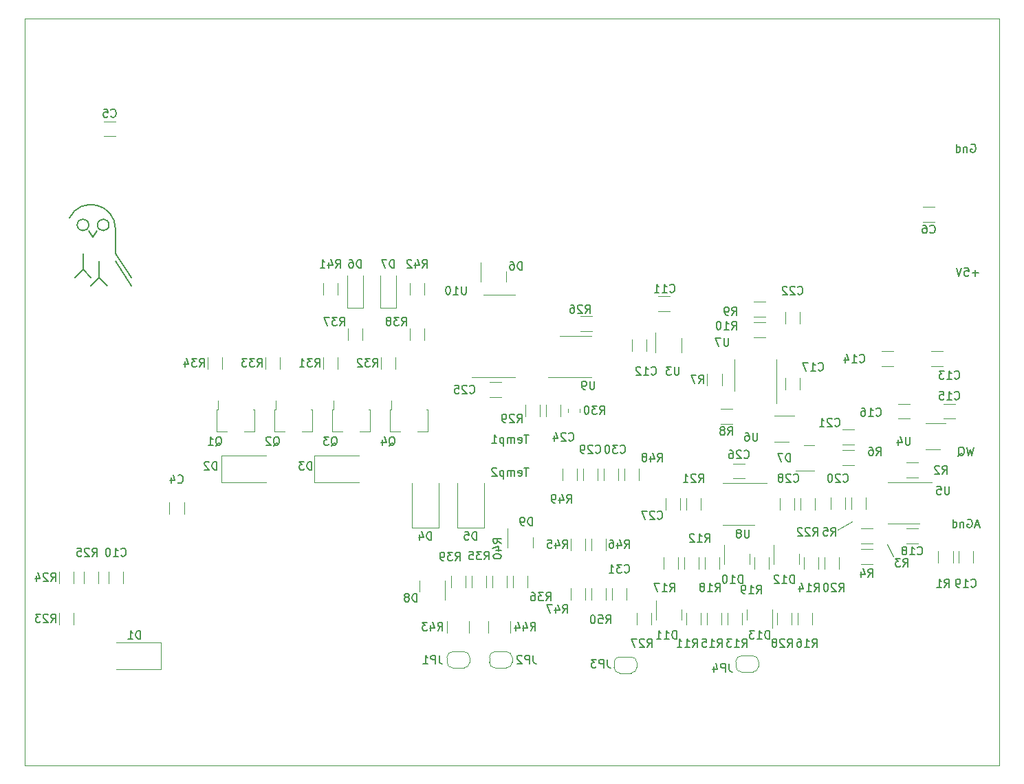
<source format=gbr>
%TF.GenerationSoftware,KiCad,Pcbnew,7.0.7*%
%TF.CreationDate,2024-02-20T18:04:50-10:00*%
%TF.ProjectId,Controller,436f6e74-726f-46c6-9c65-722e6b696361,New*%
%TF.SameCoordinates,Original*%
%TF.FileFunction,Legend,Bot*%
%TF.FilePolarity,Positive*%
%FSLAX46Y46*%
G04 Gerber Fmt 4.6, Leading zero omitted, Abs format (unit mm)*
G04 Created by KiCad (PCBNEW 7.0.7) date 2024-02-20 18:04:50*
%MOMM*%
%LPD*%
G01*
G04 APERTURE LIST*
%ADD10C,0.120000*%
%ADD11C,0.150000*%
%ADD12C,0.200000*%
%TA.AperFunction,Profile*%
%ADD13C,0.050000*%
%TD*%
G04 APERTURE END LIST*
D10*
X148590000Y-121920000D02*
X147828000Y-120396000D01*
X141732000Y-118618000D02*
X143510000Y-117602000D01*
D11*
X136342285Y-125168819D02*
X136342285Y-124168819D01*
X136342285Y-124168819D02*
X136104190Y-124168819D01*
X136104190Y-124168819D02*
X135961333Y-124216438D01*
X135961333Y-124216438D02*
X135866095Y-124311676D01*
X135866095Y-124311676D02*
X135818476Y-124406914D01*
X135818476Y-124406914D02*
X135770857Y-124597390D01*
X135770857Y-124597390D02*
X135770857Y-124740247D01*
X135770857Y-124740247D02*
X135818476Y-124930723D01*
X135818476Y-124930723D02*
X135866095Y-125025961D01*
X135866095Y-125025961D02*
X135961333Y-125121200D01*
X135961333Y-125121200D02*
X136104190Y-125168819D01*
X136104190Y-125168819D02*
X136342285Y-125168819D01*
X134818476Y-125168819D02*
X135389904Y-125168819D01*
X135104190Y-125168819D02*
X135104190Y-124168819D01*
X135104190Y-124168819D02*
X135199428Y-124311676D01*
X135199428Y-124311676D02*
X135294666Y-124406914D01*
X135294666Y-124406914D02*
X135389904Y-124454533D01*
X134437523Y-124264057D02*
X134389904Y-124216438D01*
X134389904Y-124216438D02*
X134294666Y-124168819D01*
X134294666Y-124168819D02*
X134056571Y-124168819D01*
X134056571Y-124168819D02*
X133961333Y-124216438D01*
X133961333Y-124216438D02*
X133913714Y-124264057D01*
X133913714Y-124264057D02*
X133866095Y-124359295D01*
X133866095Y-124359295D02*
X133866095Y-124454533D01*
X133866095Y-124454533D02*
X133913714Y-124597390D01*
X133913714Y-124597390D02*
X134485142Y-125168819D01*
X134485142Y-125168819D02*
X133866095Y-125168819D01*
X135516857Y-133042819D02*
X135850190Y-132566628D01*
X136088285Y-133042819D02*
X136088285Y-132042819D01*
X136088285Y-132042819D02*
X135707333Y-132042819D01*
X135707333Y-132042819D02*
X135612095Y-132090438D01*
X135612095Y-132090438D02*
X135564476Y-132138057D01*
X135564476Y-132138057D02*
X135516857Y-132233295D01*
X135516857Y-132233295D02*
X135516857Y-132376152D01*
X135516857Y-132376152D02*
X135564476Y-132471390D01*
X135564476Y-132471390D02*
X135612095Y-132519009D01*
X135612095Y-132519009D02*
X135707333Y-132566628D01*
X135707333Y-132566628D02*
X136088285Y-132566628D01*
X135135904Y-132138057D02*
X135088285Y-132090438D01*
X135088285Y-132090438D02*
X134993047Y-132042819D01*
X134993047Y-132042819D02*
X134754952Y-132042819D01*
X134754952Y-132042819D02*
X134659714Y-132090438D01*
X134659714Y-132090438D02*
X134612095Y-132138057D01*
X134612095Y-132138057D02*
X134564476Y-132233295D01*
X134564476Y-132233295D02*
X134564476Y-132328533D01*
X134564476Y-132328533D02*
X134612095Y-132471390D01*
X134612095Y-132471390D02*
X135183523Y-133042819D01*
X135183523Y-133042819D02*
X134564476Y-133042819D01*
X133993047Y-132471390D02*
X134088285Y-132423771D01*
X134088285Y-132423771D02*
X134135904Y-132376152D01*
X134135904Y-132376152D02*
X134183523Y-132280914D01*
X134183523Y-132280914D02*
X134183523Y-132233295D01*
X134183523Y-132233295D02*
X134135904Y-132138057D01*
X134135904Y-132138057D02*
X134088285Y-132090438D01*
X134088285Y-132090438D02*
X133993047Y-132042819D01*
X133993047Y-132042819D02*
X133802571Y-132042819D01*
X133802571Y-132042819D02*
X133707333Y-132090438D01*
X133707333Y-132090438D02*
X133659714Y-132138057D01*
X133659714Y-132138057D02*
X133612095Y-132233295D01*
X133612095Y-132233295D02*
X133612095Y-132280914D01*
X133612095Y-132280914D02*
X133659714Y-132376152D01*
X133659714Y-132376152D02*
X133707333Y-132423771D01*
X133707333Y-132423771D02*
X133802571Y-132471390D01*
X133802571Y-132471390D02*
X133993047Y-132471390D01*
X133993047Y-132471390D02*
X134088285Y-132519009D01*
X134088285Y-132519009D02*
X134135904Y-132566628D01*
X134135904Y-132566628D02*
X134183523Y-132661866D01*
X134183523Y-132661866D02*
X134183523Y-132852342D01*
X134183523Y-132852342D02*
X134135904Y-132947580D01*
X134135904Y-132947580D02*
X134088285Y-132995200D01*
X134088285Y-132995200D02*
X133993047Y-133042819D01*
X133993047Y-133042819D02*
X133802571Y-133042819D01*
X133802571Y-133042819D02*
X133707333Y-132995200D01*
X133707333Y-132995200D02*
X133659714Y-132947580D01*
X133659714Y-132947580D02*
X133612095Y-132852342D01*
X133612095Y-132852342D02*
X133612095Y-132661866D01*
X133612095Y-132661866D02*
X133659714Y-132566628D01*
X133659714Y-132566628D02*
X133707333Y-132519009D01*
X133707333Y-132519009D02*
X133802571Y-132471390D01*
X118244857Y-133042819D02*
X118578190Y-132566628D01*
X118816285Y-133042819D02*
X118816285Y-132042819D01*
X118816285Y-132042819D02*
X118435333Y-132042819D01*
X118435333Y-132042819D02*
X118340095Y-132090438D01*
X118340095Y-132090438D02*
X118292476Y-132138057D01*
X118292476Y-132138057D02*
X118244857Y-132233295D01*
X118244857Y-132233295D02*
X118244857Y-132376152D01*
X118244857Y-132376152D02*
X118292476Y-132471390D01*
X118292476Y-132471390D02*
X118340095Y-132519009D01*
X118340095Y-132519009D02*
X118435333Y-132566628D01*
X118435333Y-132566628D02*
X118816285Y-132566628D01*
X117863904Y-132138057D02*
X117816285Y-132090438D01*
X117816285Y-132090438D02*
X117721047Y-132042819D01*
X117721047Y-132042819D02*
X117482952Y-132042819D01*
X117482952Y-132042819D02*
X117387714Y-132090438D01*
X117387714Y-132090438D02*
X117340095Y-132138057D01*
X117340095Y-132138057D02*
X117292476Y-132233295D01*
X117292476Y-132233295D02*
X117292476Y-132328533D01*
X117292476Y-132328533D02*
X117340095Y-132471390D01*
X117340095Y-132471390D02*
X117911523Y-133042819D01*
X117911523Y-133042819D02*
X117292476Y-133042819D01*
X116959142Y-132042819D02*
X116292476Y-132042819D01*
X116292476Y-132042819D02*
X116721047Y-133042819D01*
X135866094Y-110182819D02*
X135866094Y-109182819D01*
X135866094Y-109182819D02*
X135627999Y-109182819D01*
X135627999Y-109182819D02*
X135485142Y-109230438D01*
X135485142Y-109230438D02*
X135389904Y-109325676D01*
X135389904Y-109325676D02*
X135342285Y-109420914D01*
X135342285Y-109420914D02*
X135294666Y-109611390D01*
X135294666Y-109611390D02*
X135294666Y-109754247D01*
X135294666Y-109754247D02*
X135342285Y-109944723D01*
X135342285Y-109944723D02*
X135389904Y-110039961D01*
X135389904Y-110039961D02*
X135485142Y-110135200D01*
X135485142Y-110135200D02*
X135627999Y-110182819D01*
X135627999Y-110182819D02*
X135866094Y-110182819D01*
X134961332Y-109182819D02*
X134294666Y-109182819D01*
X134294666Y-109182819D02*
X134723237Y-110182819D01*
X133294285Y-132026819D02*
X133294285Y-131026819D01*
X133294285Y-131026819D02*
X133056190Y-131026819D01*
X133056190Y-131026819D02*
X132913333Y-131074438D01*
X132913333Y-131074438D02*
X132818095Y-131169676D01*
X132818095Y-131169676D02*
X132770476Y-131264914D01*
X132770476Y-131264914D02*
X132722857Y-131455390D01*
X132722857Y-131455390D02*
X132722857Y-131598247D01*
X132722857Y-131598247D02*
X132770476Y-131788723D01*
X132770476Y-131788723D02*
X132818095Y-131883961D01*
X132818095Y-131883961D02*
X132913333Y-131979200D01*
X132913333Y-131979200D02*
X133056190Y-132026819D01*
X133056190Y-132026819D02*
X133294285Y-132026819D01*
X131770476Y-132026819D02*
X132341904Y-132026819D01*
X132056190Y-132026819D02*
X132056190Y-131026819D01*
X132056190Y-131026819D02*
X132151428Y-131169676D01*
X132151428Y-131169676D02*
X132246666Y-131264914D01*
X132246666Y-131264914D02*
X132341904Y-131312533D01*
X131437142Y-131026819D02*
X130818095Y-131026819D01*
X130818095Y-131026819D02*
X131151428Y-131407771D01*
X131151428Y-131407771D02*
X131008571Y-131407771D01*
X131008571Y-131407771D02*
X130913333Y-131455390D01*
X130913333Y-131455390D02*
X130865714Y-131503009D01*
X130865714Y-131503009D02*
X130818095Y-131598247D01*
X130818095Y-131598247D02*
X130818095Y-131836342D01*
X130818095Y-131836342D02*
X130865714Y-131931580D01*
X130865714Y-131931580D02*
X130913333Y-131979200D01*
X130913333Y-131979200D02*
X131008571Y-132026819D01*
X131008571Y-132026819D02*
X131294285Y-132026819D01*
X131294285Y-132026819D02*
X131389523Y-131979200D01*
X131389523Y-131979200D02*
X131437142Y-131931580D01*
X121864285Y-132026819D02*
X121864285Y-131026819D01*
X121864285Y-131026819D02*
X121626190Y-131026819D01*
X121626190Y-131026819D02*
X121483333Y-131074438D01*
X121483333Y-131074438D02*
X121388095Y-131169676D01*
X121388095Y-131169676D02*
X121340476Y-131264914D01*
X121340476Y-131264914D02*
X121292857Y-131455390D01*
X121292857Y-131455390D02*
X121292857Y-131598247D01*
X121292857Y-131598247D02*
X121340476Y-131788723D01*
X121340476Y-131788723D02*
X121388095Y-131883961D01*
X121388095Y-131883961D02*
X121483333Y-131979200D01*
X121483333Y-131979200D02*
X121626190Y-132026819D01*
X121626190Y-132026819D02*
X121864285Y-132026819D01*
X120340476Y-132026819D02*
X120911904Y-132026819D01*
X120626190Y-132026819D02*
X120626190Y-131026819D01*
X120626190Y-131026819D02*
X120721428Y-131169676D01*
X120721428Y-131169676D02*
X120816666Y-131264914D01*
X120816666Y-131264914D02*
X120911904Y-131312533D01*
X119388095Y-132026819D02*
X119959523Y-132026819D01*
X119673809Y-132026819D02*
X119673809Y-131026819D01*
X119673809Y-131026819D02*
X119769047Y-131169676D01*
X119769047Y-131169676D02*
X119864285Y-131264914D01*
X119864285Y-131264914D02*
X119959523Y-131312533D01*
X129992285Y-125168819D02*
X129992285Y-124168819D01*
X129992285Y-124168819D02*
X129754190Y-124168819D01*
X129754190Y-124168819D02*
X129611333Y-124216438D01*
X129611333Y-124216438D02*
X129516095Y-124311676D01*
X129516095Y-124311676D02*
X129468476Y-124406914D01*
X129468476Y-124406914D02*
X129420857Y-124597390D01*
X129420857Y-124597390D02*
X129420857Y-124740247D01*
X129420857Y-124740247D02*
X129468476Y-124930723D01*
X129468476Y-124930723D02*
X129516095Y-125025961D01*
X129516095Y-125025961D02*
X129611333Y-125121200D01*
X129611333Y-125121200D02*
X129754190Y-125168819D01*
X129754190Y-125168819D02*
X129992285Y-125168819D01*
X128468476Y-125168819D02*
X129039904Y-125168819D01*
X128754190Y-125168819D02*
X128754190Y-124168819D01*
X128754190Y-124168819D02*
X128849428Y-124311676D01*
X128849428Y-124311676D02*
X128944666Y-124406914D01*
X128944666Y-124406914D02*
X129039904Y-124454533D01*
X127849428Y-124168819D02*
X127754190Y-124168819D01*
X127754190Y-124168819D02*
X127658952Y-124216438D01*
X127658952Y-124216438D02*
X127611333Y-124264057D01*
X127611333Y-124264057D02*
X127563714Y-124359295D01*
X127563714Y-124359295D02*
X127516095Y-124549771D01*
X127516095Y-124549771D02*
X127516095Y-124787866D01*
X127516095Y-124787866D02*
X127563714Y-124978342D01*
X127563714Y-124978342D02*
X127611333Y-125073580D01*
X127611333Y-125073580D02*
X127658952Y-125121200D01*
X127658952Y-125121200D02*
X127754190Y-125168819D01*
X127754190Y-125168819D02*
X127849428Y-125168819D01*
X127849428Y-125168819D02*
X127944666Y-125121200D01*
X127944666Y-125121200D02*
X127992285Y-125073580D01*
X127992285Y-125073580D02*
X128039904Y-124978342D01*
X128039904Y-124978342D02*
X128087523Y-124787866D01*
X128087523Y-124787866D02*
X128087523Y-124549771D01*
X128087523Y-124549771D02*
X128039904Y-124359295D01*
X128039904Y-124359295D02*
X127992285Y-124264057D01*
X127992285Y-124264057D02*
X127944666Y-124216438D01*
X127944666Y-124216438D02*
X127849428Y-124168819D01*
X102846094Y-86560819D02*
X102846094Y-85560819D01*
X102846094Y-85560819D02*
X102607999Y-85560819D01*
X102607999Y-85560819D02*
X102465142Y-85608438D01*
X102465142Y-85608438D02*
X102369904Y-85703676D01*
X102369904Y-85703676D02*
X102322285Y-85798914D01*
X102322285Y-85798914D02*
X102274666Y-85989390D01*
X102274666Y-85989390D02*
X102274666Y-86132247D01*
X102274666Y-86132247D02*
X102322285Y-86322723D01*
X102322285Y-86322723D02*
X102369904Y-86417961D01*
X102369904Y-86417961D02*
X102465142Y-86513200D01*
X102465142Y-86513200D02*
X102607999Y-86560819D01*
X102607999Y-86560819D02*
X102846094Y-86560819D01*
X101417523Y-85560819D02*
X101607999Y-85560819D01*
X101607999Y-85560819D02*
X101703237Y-85608438D01*
X101703237Y-85608438D02*
X101750856Y-85656057D01*
X101750856Y-85656057D02*
X101846094Y-85798914D01*
X101846094Y-85798914D02*
X101893713Y-85989390D01*
X101893713Y-85989390D02*
X101893713Y-86370342D01*
X101893713Y-86370342D02*
X101846094Y-86465580D01*
X101846094Y-86465580D02*
X101798475Y-86513200D01*
X101798475Y-86513200D02*
X101703237Y-86560819D01*
X101703237Y-86560819D02*
X101512761Y-86560819D01*
X101512761Y-86560819D02*
X101417523Y-86513200D01*
X101417523Y-86513200D02*
X101369904Y-86465580D01*
X101369904Y-86465580D02*
X101322285Y-86370342D01*
X101322285Y-86370342D02*
X101322285Y-86132247D01*
X101322285Y-86132247D02*
X101369904Y-86037009D01*
X101369904Y-86037009D02*
X101417523Y-85989390D01*
X101417523Y-85989390D02*
X101512761Y-85941771D01*
X101512761Y-85941771D02*
X101703237Y-85941771D01*
X101703237Y-85941771D02*
X101798475Y-85989390D01*
X101798475Y-85989390D02*
X101846094Y-86037009D01*
X101846094Y-86037009D02*
X101893713Y-86132247D01*
X104116094Y-118056819D02*
X104116094Y-117056819D01*
X104116094Y-117056819D02*
X103877999Y-117056819D01*
X103877999Y-117056819D02*
X103735142Y-117104438D01*
X103735142Y-117104438D02*
X103639904Y-117199676D01*
X103639904Y-117199676D02*
X103592285Y-117294914D01*
X103592285Y-117294914D02*
X103544666Y-117485390D01*
X103544666Y-117485390D02*
X103544666Y-117628247D01*
X103544666Y-117628247D02*
X103592285Y-117818723D01*
X103592285Y-117818723D02*
X103639904Y-117913961D01*
X103639904Y-117913961D02*
X103735142Y-118009200D01*
X103735142Y-118009200D02*
X103877999Y-118056819D01*
X103877999Y-118056819D02*
X104116094Y-118056819D01*
X103068475Y-118056819D02*
X102877999Y-118056819D01*
X102877999Y-118056819D02*
X102782761Y-118009200D01*
X102782761Y-118009200D02*
X102735142Y-117961580D01*
X102735142Y-117961580D02*
X102639904Y-117818723D01*
X102639904Y-117818723D02*
X102592285Y-117628247D01*
X102592285Y-117628247D02*
X102592285Y-117247295D01*
X102592285Y-117247295D02*
X102639904Y-117152057D01*
X102639904Y-117152057D02*
X102687523Y-117104438D01*
X102687523Y-117104438D02*
X102782761Y-117056819D01*
X102782761Y-117056819D02*
X102973237Y-117056819D01*
X102973237Y-117056819D02*
X103068475Y-117104438D01*
X103068475Y-117104438D02*
X103116094Y-117152057D01*
X103116094Y-117152057D02*
X103163713Y-117247295D01*
X103163713Y-117247295D02*
X103163713Y-117485390D01*
X103163713Y-117485390D02*
X103116094Y-117580628D01*
X103116094Y-117580628D02*
X103068475Y-117628247D01*
X103068475Y-117628247D02*
X102973237Y-117675866D01*
X102973237Y-117675866D02*
X102782761Y-117675866D01*
X102782761Y-117675866D02*
X102687523Y-117628247D01*
X102687523Y-117628247D02*
X102639904Y-117580628D01*
X102639904Y-117580628D02*
X102592285Y-117485390D01*
X89892094Y-127454819D02*
X89892094Y-126454819D01*
X89892094Y-126454819D02*
X89653999Y-126454819D01*
X89653999Y-126454819D02*
X89511142Y-126502438D01*
X89511142Y-126502438D02*
X89415904Y-126597676D01*
X89415904Y-126597676D02*
X89368285Y-126692914D01*
X89368285Y-126692914D02*
X89320666Y-126883390D01*
X89320666Y-126883390D02*
X89320666Y-127026247D01*
X89320666Y-127026247D02*
X89368285Y-127216723D01*
X89368285Y-127216723D02*
X89415904Y-127311961D01*
X89415904Y-127311961D02*
X89511142Y-127407200D01*
X89511142Y-127407200D02*
X89653999Y-127454819D01*
X89653999Y-127454819D02*
X89892094Y-127454819D01*
X88749237Y-126883390D02*
X88844475Y-126835771D01*
X88844475Y-126835771D02*
X88892094Y-126788152D01*
X88892094Y-126788152D02*
X88939713Y-126692914D01*
X88939713Y-126692914D02*
X88939713Y-126645295D01*
X88939713Y-126645295D02*
X88892094Y-126550057D01*
X88892094Y-126550057D02*
X88844475Y-126502438D01*
X88844475Y-126502438D02*
X88749237Y-126454819D01*
X88749237Y-126454819D02*
X88558761Y-126454819D01*
X88558761Y-126454819D02*
X88463523Y-126502438D01*
X88463523Y-126502438D02*
X88415904Y-126550057D01*
X88415904Y-126550057D02*
X88368285Y-126645295D01*
X88368285Y-126645295D02*
X88368285Y-126692914D01*
X88368285Y-126692914D02*
X88415904Y-126788152D01*
X88415904Y-126788152D02*
X88463523Y-126835771D01*
X88463523Y-126835771D02*
X88558761Y-126883390D01*
X88558761Y-126883390D02*
X88749237Y-126883390D01*
X88749237Y-126883390D02*
X88844475Y-126931009D01*
X88844475Y-126931009D02*
X88892094Y-126978628D01*
X88892094Y-126978628D02*
X88939713Y-127073866D01*
X88939713Y-127073866D02*
X88939713Y-127264342D01*
X88939713Y-127264342D02*
X88892094Y-127359580D01*
X88892094Y-127359580D02*
X88844475Y-127407200D01*
X88844475Y-127407200D02*
X88749237Y-127454819D01*
X88749237Y-127454819D02*
X88558761Y-127454819D01*
X88558761Y-127454819D02*
X88463523Y-127407200D01*
X88463523Y-127407200D02*
X88415904Y-127359580D01*
X88415904Y-127359580D02*
X88368285Y-127264342D01*
X88368285Y-127264342D02*
X88368285Y-127073866D01*
X88368285Y-127073866D02*
X88415904Y-126978628D01*
X88415904Y-126978628D02*
X88463523Y-126931009D01*
X88463523Y-126931009D02*
X88558761Y-126883390D01*
X103655523Y-106896819D02*
X103084095Y-106896819D01*
X103369809Y-107896819D02*
X103369809Y-106896819D01*
X102369809Y-107849200D02*
X102465047Y-107896819D01*
X102465047Y-107896819D02*
X102655523Y-107896819D01*
X102655523Y-107896819D02*
X102750761Y-107849200D01*
X102750761Y-107849200D02*
X102798380Y-107753961D01*
X102798380Y-107753961D02*
X102798380Y-107373009D01*
X102798380Y-107373009D02*
X102750761Y-107277771D01*
X102750761Y-107277771D02*
X102655523Y-107230152D01*
X102655523Y-107230152D02*
X102465047Y-107230152D01*
X102465047Y-107230152D02*
X102369809Y-107277771D01*
X102369809Y-107277771D02*
X102322190Y-107373009D01*
X102322190Y-107373009D02*
X102322190Y-107468247D01*
X102322190Y-107468247D02*
X102798380Y-107563485D01*
X101893618Y-107896819D02*
X101893618Y-107230152D01*
X101893618Y-107325390D02*
X101845999Y-107277771D01*
X101845999Y-107277771D02*
X101750761Y-107230152D01*
X101750761Y-107230152D02*
X101607904Y-107230152D01*
X101607904Y-107230152D02*
X101512666Y-107277771D01*
X101512666Y-107277771D02*
X101465047Y-107373009D01*
X101465047Y-107373009D02*
X101465047Y-107896819D01*
X101465047Y-107373009D02*
X101417428Y-107277771D01*
X101417428Y-107277771D02*
X101322190Y-107230152D01*
X101322190Y-107230152D02*
X101179333Y-107230152D01*
X101179333Y-107230152D02*
X101084094Y-107277771D01*
X101084094Y-107277771D02*
X101036475Y-107373009D01*
X101036475Y-107373009D02*
X101036475Y-107896819D01*
X100560285Y-107230152D02*
X100560285Y-108230152D01*
X100560285Y-107277771D02*
X100465047Y-107230152D01*
X100465047Y-107230152D02*
X100274571Y-107230152D01*
X100274571Y-107230152D02*
X100179333Y-107277771D01*
X100179333Y-107277771D02*
X100131714Y-107325390D01*
X100131714Y-107325390D02*
X100084095Y-107420628D01*
X100084095Y-107420628D02*
X100084095Y-107706342D01*
X100084095Y-107706342D02*
X100131714Y-107801580D01*
X100131714Y-107801580D02*
X100179333Y-107849200D01*
X100179333Y-107849200D02*
X100274571Y-107896819D01*
X100274571Y-107896819D02*
X100465047Y-107896819D01*
X100465047Y-107896819D02*
X100560285Y-107849200D01*
X99131714Y-107896819D02*
X99703142Y-107896819D01*
X99417428Y-107896819D02*
X99417428Y-106896819D01*
X99417428Y-106896819D02*
X99512666Y-107039676D01*
X99512666Y-107039676D02*
X99607904Y-107134914D01*
X99607904Y-107134914D02*
X99703142Y-107182533D01*
X159019713Y-86941866D02*
X158257809Y-86941866D01*
X158638761Y-87322819D02*
X158638761Y-86560914D01*
X157305428Y-86322819D02*
X157781618Y-86322819D01*
X157781618Y-86322819D02*
X157829237Y-86799009D01*
X157829237Y-86799009D02*
X157781618Y-86751390D01*
X157781618Y-86751390D02*
X157686380Y-86703771D01*
X157686380Y-86703771D02*
X157448285Y-86703771D01*
X157448285Y-86703771D02*
X157353047Y-86751390D01*
X157353047Y-86751390D02*
X157305428Y-86799009D01*
X157305428Y-86799009D02*
X157257809Y-86894247D01*
X157257809Y-86894247D02*
X157257809Y-87132342D01*
X157257809Y-87132342D02*
X157305428Y-87227580D01*
X157305428Y-87227580D02*
X157353047Y-87275200D01*
X157353047Y-87275200D02*
X157448285Y-87322819D01*
X157448285Y-87322819D02*
X157686380Y-87322819D01*
X157686380Y-87322819D02*
X157781618Y-87275200D01*
X157781618Y-87275200D02*
X157829237Y-87227580D01*
X156972094Y-86322819D02*
X156638761Y-87322819D01*
X156638761Y-87322819D02*
X156305428Y-86322819D01*
X158432380Y-108420819D02*
X158194285Y-109420819D01*
X158194285Y-109420819D02*
X158003809Y-108706533D01*
X158003809Y-108706533D02*
X157813333Y-109420819D01*
X157813333Y-109420819D02*
X157575238Y-108420819D01*
X156527619Y-109516057D02*
X156622857Y-109468438D01*
X156622857Y-109468438D02*
X156718095Y-109373200D01*
X156718095Y-109373200D02*
X156860952Y-109230342D01*
X156860952Y-109230342D02*
X156956190Y-109182723D01*
X156956190Y-109182723D02*
X157051428Y-109182723D01*
X157003809Y-109420819D02*
X157099047Y-109373200D01*
X157099047Y-109373200D02*
X157194285Y-109277961D01*
X157194285Y-109277961D02*
X157241904Y-109087485D01*
X157241904Y-109087485D02*
X157241904Y-108754152D01*
X157241904Y-108754152D02*
X157194285Y-108563676D01*
X157194285Y-108563676D02*
X157099047Y-108468438D01*
X157099047Y-108468438D02*
X157003809Y-108420819D01*
X157003809Y-108420819D02*
X156813333Y-108420819D01*
X156813333Y-108420819D02*
X156718095Y-108468438D01*
X156718095Y-108468438D02*
X156622857Y-108563676D01*
X156622857Y-108563676D02*
X156575238Y-108754152D01*
X156575238Y-108754152D02*
X156575238Y-109087485D01*
X156575238Y-109087485D02*
X156622857Y-109277961D01*
X156622857Y-109277961D02*
X156718095Y-109373200D01*
X156718095Y-109373200D02*
X156813333Y-109420819D01*
X156813333Y-109420819D02*
X157003809Y-109420819D01*
X103655523Y-110960819D02*
X103084095Y-110960819D01*
X103369809Y-111960819D02*
X103369809Y-110960819D01*
X102369809Y-111913200D02*
X102465047Y-111960819D01*
X102465047Y-111960819D02*
X102655523Y-111960819D01*
X102655523Y-111960819D02*
X102750761Y-111913200D01*
X102750761Y-111913200D02*
X102798380Y-111817961D01*
X102798380Y-111817961D02*
X102798380Y-111437009D01*
X102798380Y-111437009D02*
X102750761Y-111341771D01*
X102750761Y-111341771D02*
X102655523Y-111294152D01*
X102655523Y-111294152D02*
X102465047Y-111294152D01*
X102465047Y-111294152D02*
X102369809Y-111341771D01*
X102369809Y-111341771D02*
X102322190Y-111437009D01*
X102322190Y-111437009D02*
X102322190Y-111532247D01*
X102322190Y-111532247D02*
X102798380Y-111627485D01*
X101893618Y-111960819D02*
X101893618Y-111294152D01*
X101893618Y-111389390D02*
X101845999Y-111341771D01*
X101845999Y-111341771D02*
X101750761Y-111294152D01*
X101750761Y-111294152D02*
X101607904Y-111294152D01*
X101607904Y-111294152D02*
X101512666Y-111341771D01*
X101512666Y-111341771D02*
X101465047Y-111437009D01*
X101465047Y-111437009D02*
X101465047Y-111960819D01*
X101465047Y-111437009D02*
X101417428Y-111341771D01*
X101417428Y-111341771D02*
X101322190Y-111294152D01*
X101322190Y-111294152D02*
X101179333Y-111294152D01*
X101179333Y-111294152D02*
X101084094Y-111341771D01*
X101084094Y-111341771D02*
X101036475Y-111437009D01*
X101036475Y-111437009D02*
X101036475Y-111960819D01*
X100560285Y-111294152D02*
X100560285Y-112294152D01*
X100560285Y-111341771D02*
X100465047Y-111294152D01*
X100465047Y-111294152D02*
X100274571Y-111294152D01*
X100274571Y-111294152D02*
X100179333Y-111341771D01*
X100179333Y-111341771D02*
X100131714Y-111389390D01*
X100131714Y-111389390D02*
X100084095Y-111484628D01*
X100084095Y-111484628D02*
X100084095Y-111770342D01*
X100084095Y-111770342D02*
X100131714Y-111865580D01*
X100131714Y-111865580D02*
X100179333Y-111913200D01*
X100179333Y-111913200D02*
X100274571Y-111960819D01*
X100274571Y-111960819D02*
X100465047Y-111960819D01*
X100465047Y-111960819D02*
X100560285Y-111913200D01*
X99703142Y-111056057D02*
X99655523Y-111008438D01*
X99655523Y-111008438D02*
X99560285Y-110960819D01*
X99560285Y-110960819D02*
X99322190Y-110960819D01*
X99322190Y-110960819D02*
X99226952Y-111008438D01*
X99226952Y-111008438D02*
X99179333Y-111056057D01*
X99179333Y-111056057D02*
X99131714Y-111151295D01*
X99131714Y-111151295D02*
X99131714Y-111246533D01*
X99131714Y-111246533D02*
X99179333Y-111389390D01*
X99179333Y-111389390D02*
X99750761Y-111960819D01*
X99750761Y-111960819D02*
X99131714Y-111960819D01*
X158122857Y-71130438D02*
X158218095Y-71082819D01*
X158218095Y-71082819D02*
X158360952Y-71082819D01*
X158360952Y-71082819D02*
X158503809Y-71130438D01*
X158503809Y-71130438D02*
X158599047Y-71225676D01*
X158599047Y-71225676D02*
X158646666Y-71320914D01*
X158646666Y-71320914D02*
X158694285Y-71511390D01*
X158694285Y-71511390D02*
X158694285Y-71654247D01*
X158694285Y-71654247D02*
X158646666Y-71844723D01*
X158646666Y-71844723D02*
X158599047Y-71939961D01*
X158599047Y-71939961D02*
X158503809Y-72035200D01*
X158503809Y-72035200D02*
X158360952Y-72082819D01*
X158360952Y-72082819D02*
X158265714Y-72082819D01*
X158265714Y-72082819D02*
X158122857Y-72035200D01*
X158122857Y-72035200D02*
X158075238Y-71987580D01*
X158075238Y-71987580D02*
X158075238Y-71654247D01*
X158075238Y-71654247D02*
X158265714Y-71654247D01*
X157646666Y-71416152D02*
X157646666Y-72082819D01*
X157646666Y-71511390D02*
X157599047Y-71463771D01*
X157599047Y-71463771D02*
X157503809Y-71416152D01*
X157503809Y-71416152D02*
X157360952Y-71416152D01*
X157360952Y-71416152D02*
X157265714Y-71463771D01*
X157265714Y-71463771D02*
X157218095Y-71559009D01*
X157218095Y-71559009D02*
X157218095Y-72082819D01*
X156313333Y-72082819D02*
X156313333Y-71082819D01*
X156313333Y-72035200D02*
X156408571Y-72082819D01*
X156408571Y-72082819D02*
X156599047Y-72082819D01*
X156599047Y-72082819D02*
X156694285Y-72035200D01*
X156694285Y-72035200D02*
X156741904Y-71987580D01*
X156741904Y-71987580D02*
X156789523Y-71892342D01*
X156789523Y-71892342D02*
X156789523Y-71606628D01*
X156789523Y-71606628D02*
X156741904Y-71511390D01*
X156741904Y-71511390D02*
X156694285Y-71463771D01*
X156694285Y-71463771D02*
X156599047Y-71416152D01*
X156599047Y-71416152D02*
X156408571Y-71416152D01*
X156408571Y-71416152D02*
X156313333Y-71463771D01*
X159122856Y-118025104D02*
X158646666Y-118025104D01*
X159218094Y-118310819D02*
X158884761Y-117310819D01*
X158884761Y-117310819D02*
X158551428Y-118310819D01*
X157694285Y-117358438D02*
X157789523Y-117310819D01*
X157789523Y-117310819D02*
X157932380Y-117310819D01*
X157932380Y-117310819D02*
X158075237Y-117358438D01*
X158075237Y-117358438D02*
X158170475Y-117453676D01*
X158170475Y-117453676D02*
X158218094Y-117548914D01*
X158218094Y-117548914D02*
X158265713Y-117739390D01*
X158265713Y-117739390D02*
X158265713Y-117882247D01*
X158265713Y-117882247D02*
X158218094Y-118072723D01*
X158218094Y-118072723D02*
X158170475Y-118167961D01*
X158170475Y-118167961D02*
X158075237Y-118263200D01*
X158075237Y-118263200D02*
X157932380Y-118310819D01*
X157932380Y-118310819D02*
X157837142Y-118310819D01*
X157837142Y-118310819D02*
X157694285Y-118263200D01*
X157694285Y-118263200D02*
X157646666Y-118215580D01*
X157646666Y-118215580D02*
X157646666Y-117882247D01*
X157646666Y-117882247D02*
X157837142Y-117882247D01*
X157218094Y-117644152D02*
X157218094Y-118310819D01*
X157218094Y-117739390D02*
X157170475Y-117691771D01*
X157170475Y-117691771D02*
X157075237Y-117644152D01*
X157075237Y-117644152D02*
X156932380Y-117644152D01*
X156932380Y-117644152D02*
X156837142Y-117691771D01*
X156837142Y-117691771D02*
X156789523Y-117787009D01*
X156789523Y-117787009D02*
X156789523Y-118310819D01*
X155884761Y-118310819D02*
X155884761Y-117310819D01*
X155884761Y-118263200D02*
X155979999Y-118310819D01*
X155979999Y-118310819D02*
X156170475Y-118310819D01*
X156170475Y-118310819D02*
X156265713Y-118263200D01*
X156265713Y-118263200D02*
X156313332Y-118215580D01*
X156313332Y-118215580D02*
X156360951Y-118120342D01*
X156360951Y-118120342D02*
X156360951Y-117834628D01*
X156360951Y-117834628D02*
X156313332Y-117739390D01*
X156313332Y-117739390D02*
X156265713Y-117691771D01*
X156265713Y-117691771D02*
X156170475Y-117644152D01*
X156170475Y-117644152D02*
X155979999Y-117644152D01*
X155979999Y-117644152D02*
X155884761Y-117691771D01*
X107830857Y-128851819D02*
X108164190Y-128375628D01*
X108402285Y-128851819D02*
X108402285Y-127851819D01*
X108402285Y-127851819D02*
X108021333Y-127851819D01*
X108021333Y-127851819D02*
X107926095Y-127899438D01*
X107926095Y-127899438D02*
X107878476Y-127947057D01*
X107878476Y-127947057D02*
X107830857Y-128042295D01*
X107830857Y-128042295D02*
X107830857Y-128185152D01*
X107830857Y-128185152D02*
X107878476Y-128280390D01*
X107878476Y-128280390D02*
X107926095Y-128328009D01*
X107926095Y-128328009D02*
X108021333Y-128375628D01*
X108021333Y-128375628D02*
X108402285Y-128375628D01*
X106973714Y-128185152D02*
X106973714Y-128851819D01*
X107211809Y-127804200D02*
X107449904Y-128518485D01*
X107449904Y-128518485D02*
X106830857Y-128518485D01*
X106545142Y-127851819D02*
X105878476Y-127851819D01*
X105878476Y-127851819D02*
X106307047Y-128851819D01*
X111894857Y-109071580D02*
X111942476Y-109119200D01*
X111942476Y-109119200D02*
X112085333Y-109166819D01*
X112085333Y-109166819D02*
X112180571Y-109166819D01*
X112180571Y-109166819D02*
X112323428Y-109119200D01*
X112323428Y-109119200D02*
X112418666Y-109023961D01*
X112418666Y-109023961D02*
X112466285Y-108928723D01*
X112466285Y-108928723D02*
X112513904Y-108738247D01*
X112513904Y-108738247D02*
X112513904Y-108595390D01*
X112513904Y-108595390D02*
X112466285Y-108404914D01*
X112466285Y-108404914D02*
X112418666Y-108309676D01*
X112418666Y-108309676D02*
X112323428Y-108214438D01*
X112323428Y-108214438D02*
X112180571Y-108166819D01*
X112180571Y-108166819D02*
X112085333Y-108166819D01*
X112085333Y-108166819D02*
X111942476Y-108214438D01*
X111942476Y-108214438D02*
X111894857Y-108262057D01*
X111513904Y-108262057D02*
X111466285Y-108214438D01*
X111466285Y-108214438D02*
X111371047Y-108166819D01*
X111371047Y-108166819D02*
X111132952Y-108166819D01*
X111132952Y-108166819D02*
X111037714Y-108214438D01*
X111037714Y-108214438D02*
X110990095Y-108262057D01*
X110990095Y-108262057D02*
X110942476Y-108357295D01*
X110942476Y-108357295D02*
X110942476Y-108452533D01*
X110942476Y-108452533D02*
X110990095Y-108595390D01*
X110990095Y-108595390D02*
X111561523Y-109166819D01*
X111561523Y-109166819D02*
X110942476Y-109166819D01*
X110466285Y-109166819D02*
X110275809Y-109166819D01*
X110275809Y-109166819D02*
X110180571Y-109119200D01*
X110180571Y-109119200D02*
X110132952Y-109071580D01*
X110132952Y-109071580D02*
X110037714Y-108928723D01*
X110037714Y-108928723D02*
X109990095Y-108738247D01*
X109990095Y-108738247D02*
X109990095Y-108357295D01*
X109990095Y-108357295D02*
X110037714Y-108262057D01*
X110037714Y-108262057D02*
X110085333Y-108214438D01*
X110085333Y-108214438D02*
X110180571Y-108166819D01*
X110180571Y-108166819D02*
X110371047Y-108166819D01*
X110371047Y-108166819D02*
X110466285Y-108214438D01*
X110466285Y-108214438D02*
X110513904Y-108262057D01*
X110513904Y-108262057D02*
X110561523Y-108357295D01*
X110561523Y-108357295D02*
X110561523Y-108595390D01*
X110561523Y-108595390D02*
X110513904Y-108690628D01*
X110513904Y-108690628D02*
X110466285Y-108738247D01*
X110466285Y-108738247D02*
X110371047Y-108785866D01*
X110371047Y-108785866D02*
X110180571Y-108785866D01*
X110180571Y-108785866D02*
X110085333Y-108738247D01*
X110085333Y-108738247D02*
X110037714Y-108690628D01*
X110037714Y-108690628D02*
X109990095Y-108595390D01*
X114942857Y-109071580D02*
X114990476Y-109119200D01*
X114990476Y-109119200D02*
X115133333Y-109166819D01*
X115133333Y-109166819D02*
X115228571Y-109166819D01*
X115228571Y-109166819D02*
X115371428Y-109119200D01*
X115371428Y-109119200D02*
X115466666Y-109023961D01*
X115466666Y-109023961D02*
X115514285Y-108928723D01*
X115514285Y-108928723D02*
X115561904Y-108738247D01*
X115561904Y-108738247D02*
X115561904Y-108595390D01*
X115561904Y-108595390D02*
X115514285Y-108404914D01*
X115514285Y-108404914D02*
X115466666Y-108309676D01*
X115466666Y-108309676D02*
X115371428Y-108214438D01*
X115371428Y-108214438D02*
X115228571Y-108166819D01*
X115228571Y-108166819D02*
X115133333Y-108166819D01*
X115133333Y-108166819D02*
X114990476Y-108214438D01*
X114990476Y-108214438D02*
X114942857Y-108262057D01*
X114609523Y-108166819D02*
X113990476Y-108166819D01*
X113990476Y-108166819D02*
X114323809Y-108547771D01*
X114323809Y-108547771D02*
X114180952Y-108547771D01*
X114180952Y-108547771D02*
X114085714Y-108595390D01*
X114085714Y-108595390D02*
X114038095Y-108643009D01*
X114038095Y-108643009D02*
X113990476Y-108738247D01*
X113990476Y-108738247D02*
X113990476Y-108976342D01*
X113990476Y-108976342D02*
X114038095Y-109071580D01*
X114038095Y-109071580D02*
X114085714Y-109119200D01*
X114085714Y-109119200D02*
X114180952Y-109166819D01*
X114180952Y-109166819D02*
X114466666Y-109166819D01*
X114466666Y-109166819D02*
X114561904Y-109119200D01*
X114561904Y-109119200D02*
X114609523Y-109071580D01*
X113371428Y-108166819D02*
X113276190Y-108166819D01*
X113276190Y-108166819D02*
X113180952Y-108214438D01*
X113180952Y-108214438D02*
X113133333Y-108262057D01*
X113133333Y-108262057D02*
X113085714Y-108357295D01*
X113085714Y-108357295D02*
X113038095Y-108547771D01*
X113038095Y-108547771D02*
X113038095Y-108785866D01*
X113038095Y-108785866D02*
X113085714Y-108976342D01*
X113085714Y-108976342D02*
X113133333Y-109071580D01*
X113133333Y-109071580D02*
X113180952Y-109119200D01*
X113180952Y-109119200D02*
X113276190Y-109166819D01*
X113276190Y-109166819D02*
X113371428Y-109166819D01*
X113371428Y-109166819D02*
X113466666Y-109119200D01*
X113466666Y-109119200D02*
X113514285Y-109071580D01*
X113514285Y-109071580D02*
X113561904Y-108976342D01*
X113561904Y-108976342D02*
X113609523Y-108785866D01*
X113609523Y-108785866D02*
X113609523Y-108547771D01*
X113609523Y-108547771D02*
X113561904Y-108357295D01*
X113561904Y-108357295D02*
X113514285Y-108262057D01*
X113514285Y-108262057D02*
X113466666Y-108214438D01*
X113466666Y-108214438D02*
X113371428Y-108166819D01*
X115450857Y-123803580D02*
X115498476Y-123851200D01*
X115498476Y-123851200D02*
X115641333Y-123898819D01*
X115641333Y-123898819D02*
X115736571Y-123898819D01*
X115736571Y-123898819D02*
X115879428Y-123851200D01*
X115879428Y-123851200D02*
X115974666Y-123755961D01*
X115974666Y-123755961D02*
X116022285Y-123660723D01*
X116022285Y-123660723D02*
X116069904Y-123470247D01*
X116069904Y-123470247D02*
X116069904Y-123327390D01*
X116069904Y-123327390D02*
X116022285Y-123136914D01*
X116022285Y-123136914D02*
X115974666Y-123041676D01*
X115974666Y-123041676D02*
X115879428Y-122946438D01*
X115879428Y-122946438D02*
X115736571Y-122898819D01*
X115736571Y-122898819D02*
X115641333Y-122898819D01*
X115641333Y-122898819D02*
X115498476Y-122946438D01*
X115498476Y-122946438D02*
X115450857Y-122994057D01*
X115117523Y-122898819D02*
X114498476Y-122898819D01*
X114498476Y-122898819D02*
X114831809Y-123279771D01*
X114831809Y-123279771D02*
X114688952Y-123279771D01*
X114688952Y-123279771D02*
X114593714Y-123327390D01*
X114593714Y-123327390D02*
X114546095Y-123375009D01*
X114546095Y-123375009D02*
X114498476Y-123470247D01*
X114498476Y-123470247D02*
X114498476Y-123708342D01*
X114498476Y-123708342D02*
X114546095Y-123803580D01*
X114546095Y-123803580D02*
X114593714Y-123851200D01*
X114593714Y-123851200D02*
X114688952Y-123898819D01*
X114688952Y-123898819D02*
X114974666Y-123898819D01*
X114974666Y-123898819D02*
X115069904Y-123851200D01*
X115069904Y-123851200D02*
X115117523Y-123803580D01*
X113546095Y-123898819D02*
X114117523Y-123898819D01*
X113831809Y-123898819D02*
X113831809Y-122898819D01*
X113831809Y-122898819D02*
X113927047Y-123041676D01*
X113927047Y-123041676D02*
X114022285Y-123136914D01*
X114022285Y-123136914D02*
X114117523Y-123184533D01*
X119514857Y-110182819D02*
X119848190Y-109706628D01*
X120086285Y-110182819D02*
X120086285Y-109182819D01*
X120086285Y-109182819D02*
X119705333Y-109182819D01*
X119705333Y-109182819D02*
X119610095Y-109230438D01*
X119610095Y-109230438D02*
X119562476Y-109278057D01*
X119562476Y-109278057D02*
X119514857Y-109373295D01*
X119514857Y-109373295D02*
X119514857Y-109516152D01*
X119514857Y-109516152D02*
X119562476Y-109611390D01*
X119562476Y-109611390D02*
X119610095Y-109659009D01*
X119610095Y-109659009D02*
X119705333Y-109706628D01*
X119705333Y-109706628D02*
X120086285Y-109706628D01*
X118657714Y-109516152D02*
X118657714Y-110182819D01*
X118895809Y-109135200D02*
X119133904Y-109849485D01*
X119133904Y-109849485D02*
X118514857Y-109849485D01*
X117991047Y-109611390D02*
X118086285Y-109563771D01*
X118086285Y-109563771D02*
X118133904Y-109516152D01*
X118133904Y-109516152D02*
X118181523Y-109420914D01*
X118181523Y-109420914D02*
X118181523Y-109373295D01*
X118181523Y-109373295D02*
X118133904Y-109278057D01*
X118133904Y-109278057D02*
X118086285Y-109230438D01*
X118086285Y-109230438D02*
X117991047Y-109182819D01*
X117991047Y-109182819D02*
X117800571Y-109182819D01*
X117800571Y-109182819D02*
X117705333Y-109230438D01*
X117705333Y-109230438D02*
X117657714Y-109278057D01*
X117657714Y-109278057D02*
X117610095Y-109373295D01*
X117610095Y-109373295D02*
X117610095Y-109420914D01*
X117610095Y-109420914D02*
X117657714Y-109516152D01*
X117657714Y-109516152D02*
X117705333Y-109563771D01*
X117705333Y-109563771D02*
X117800571Y-109611390D01*
X117800571Y-109611390D02*
X117991047Y-109611390D01*
X117991047Y-109611390D02*
X118086285Y-109659009D01*
X118086285Y-109659009D02*
X118133904Y-109706628D01*
X118133904Y-109706628D02*
X118181523Y-109801866D01*
X118181523Y-109801866D02*
X118181523Y-109992342D01*
X118181523Y-109992342D02*
X118133904Y-110087580D01*
X118133904Y-110087580D02*
X118086285Y-110135200D01*
X118086285Y-110135200D02*
X117991047Y-110182819D01*
X117991047Y-110182819D02*
X117800571Y-110182819D01*
X117800571Y-110182819D02*
X117705333Y-110135200D01*
X117705333Y-110135200D02*
X117657714Y-110087580D01*
X117657714Y-110087580D02*
X117610095Y-109992342D01*
X117610095Y-109992342D02*
X117610095Y-109801866D01*
X117610095Y-109801866D02*
X117657714Y-109706628D01*
X117657714Y-109706628D02*
X117705333Y-109659009D01*
X117705333Y-109659009D02*
X117800571Y-109611390D01*
X108338857Y-115262819D02*
X108672190Y-114786628D01*
X108910285Y-115262819D02*
X108910285Y-114262819D01*
X108910285Y-114262819D02*
X108529333Y-114262819D01*
X108529333Y-114262819D02*
X108434095Y-114310438D01*
X108434095Y-114310438D02*
X108386476Y-114358057D01*
X108386476Y-114358057D02*
X108338857Y-114453295D01*
X108338857Y-114453295D02*
X108338857Y-114596152D01*
X108338857Y-114596152D02*
X108386476Y-114691390D01*
X108386476Y-114691390D02*
X108434095Y-114739009D01*
X108434095Y-114739009D02*
X108529333Y-114786628D01*
X108529333Y-114786628D02*
X108910285Y-114786628D01*
X107481714Y-114596152D02*
X107481714Y-115262819D01*
X107719809Y-114215200D02*
X107957904Y-114929485D01*
X107957904Y-114929485D02*
X107338857Y-114929485D01*
X106910285Y-115262819D02*
X106719809Y-115262819D01*
X106719809Y-115262819D02*
X106624571Y-115215200D01*
X106624571Y-115215200D02*
X106576952Y-115167580D01*
X106576952Y-115167580D02*
X106481714Y-115024723D01*
X106481714Y-115024723D02*
X106434095Y-114834247D01*
X106434095Y-114834247D02*
X106434095Y-114453295D01*
X106434095Y-114453295D02*
X106481714Y-114358057D01*
X106481714Y-114358057D02*
X106529333Y-114310438D01*
X106529333Y-114310438D02*
X106624571Y-114262819D01*
X106624571Y-114262819D02*
X106815047Y-114262819D01*
X106815047Y-114262819D02*
X106910285Y-114310438D01*
X106910285Y-114310438D02*
X106957904Y-114358057D01*
X106957904Y-114358057D02*
X107005523Y-114453295D01*
X107005523Y-114453295D02*
X107005523Y-114691390D01*
X107005523Y-114691390D02*
X106957904Y-114786628D01*
X106957904Y-114786628D02*
X106910285Y-114834247D01*
X106910285Y-114834247D02*
X106815047Y-114881866D01*
X106815047Y-114881866D02*
X106624571Y-114881866D01*
X106624571Y-114881866D02*
X106529333Y-114834247D01*
X106529333Y-114834247D02*
X106481714Y-114786628D01*
X106481714Y-114786628D02*
X106434095Y-114691390D01*
X113164857Y-130121819D02*
X113498190Y-129645628D01*
X113736285Y-130121819D02*
X113736285Y-129121819D01*
X113736285Y-129121819D02*
X113355333Y-129121819D01*
X113355333Y-129121819D02*
X113260095Y-129169438D01*
X113260095Y-129169438D02*
X113212476Y-129217057D01*
X113212476Y-129217057D02*
X113164857Y-129312295D01*
X113164857Y-129312295D02*
X113164857Y-129455152D01*
X113164857Y-129455152D02*
X113212476Y-129550390D01*
X113212476Y-129550390D02*
X113260095Y-129598009D01*
X113260095Y-129598009D02*
X113355333Y-129645628D01*
X113355333Y-129645628D02*
X113736285Y-129645628D01*
X112260095Y-129121819D02*
X112736285Y-129121819D01*
X112736285Y-129121819D02*
X112783904Y-129598009D01*
X112783904Y-129598009D02*
X112736285Y-129550390D01*
X112736285Y-129550390D02*
X112641047Y-129502771D01*
X112641047Y-129502771D02*
X112402952Y-129502771D01*
X112402952Y-129502771D02*
X112307714Y-129550390D01*
X112307714Y-129550390D02*
X112260095Y-129598009D01*
X112260095Y-129598009D02*
X112212476Y-129693247D01*
X112212476Y-129693247D02*
X112212476Y-129931342D01*
X112212476Y-129931342D02*
X112260095Y-130026580D01*
X112260095Y-130026580D02*
X112307714Y-130074200D01*
X112307714Y-130074200D02*
X112402952Y-130121819D01*
X112402952Y-130121819D02*
X112641047Y-130121819D01*
X112641047Y-130121819D02*
X112736285Y-130074200D01*
X112736285Y-130074200D02*
X112783904Y-130026580D01*
X111593428Y-129121819D02*
X111498190Y-129121819D01*
X111498190Y-129121819D02*
X111402952Y-129169438D01*
X111402952Y-129169438D02*
X111355333Y-129217057D01*
X111355333Y-129217057D02*
X111307714Y-129312295D01*
X111307714Y-129312295D02*
X111260095Y-129502771D01*
X111260095Y-129502771D02*
X111260095Y-129740866D01*
X111260095Y-129740866D02*
X111307714Y-129931342D01*
X111307714Y-129931342D02*
X111355333Y-130026580D01*
X111355333Y-130026580D02*
X111402952Y-130074200D01*
X111402952Y-130074200D02*
X111498190Y-130121819D01*
X111498190Y-130121819D02*
X111593428Y-130121819D01*
X111593428Y-130121819D02*
X111688666Y-130074200D01*
X111688666Y-130074200D02*
X111736285Y-130026580D01*
X111736285Y-130026580D02*
X111783904Y-129931342D01*
X111783904Y-129931342D02*
X111831523Y-129740866D01*
X111831523Y-129740866D02*
X111831523Y-129502771D01*
X111831523Y-129502771D02*
X111783904Y-129312295D01*
X111783904Y-129312295D02*
X111736285Y-129217057D01*
X111736285Y-129217057D02*
X111688666Y-129169438D01*
X111688666Y-129169438D02*
X111593428Y-129121819D01*
X52236666Y-67669580D02*
X52284285Y-67717200D01*
X52284285Y-67717200D02*
X52427142Y-67764819D01*
X52427142Y-67764819D02*
X52522380Y-67764819D01*
X52522380Y-67764819D02*
X52665237Y-67717200D01*
X52665237Y-67717200D02*
X52760475Y-67621961D01*
X52760475Y-67621961D02*
X52808094Y-67526723D01*
X52808094Y-67526723D02*
X52855713Y-67336247D01*
X52855713Y-67336247D02*
X52855713Y-67193390D01*
X52855713Y-67193390D02*
X52808094Y-67002914D01*
X52808094Y-67002914D02*
X52760475Y-66907676D01*
X52760475Y-66907676D02*
X52665237Y-66812438D01*
X52665237Y-66812438D02*
X52522380Y-66764819D01*
X52522380Y-66764819D02*
X52427142Y-66764819D01*
X52427142Y-66764819D02*
X52284285Y-66812438D01*
X52284285Y-66812438D02*
X52236666Y-66860057D01*
X51331904Y-66764819D02*
X51808094Y-66764819D01*
X51808094Y-66764819D02*
X51855713Y-67241009D01*
X51855713Y-67241009D02*
X51808094Y-67193390D01*
X51808094Y-67193390D02*
X51712856Y-67145771D01*
X51712856Y-67145771D02*
X51474761Y-67145771D01*
X51474761Y-67145771D02*
X51379523Y-67193390D01*
X51379523Y-67193390D02*
X51331904Y-67241009D01*
X51331904Y-67241009D02*
X51284285Y-67336247D01*
X51284285Y-67336247D02*
X51284285Y-67574342D01*
X51284285Y-67574342D02*
X51331904Y-67669580D01*
X51331904Y-67669580D02*
X51379523Y-67717200D01*
X51379523Y-67717200D02*
X51474761Y-67764819D01*
X51474761Y-67764819D02*
X51712856Y-67764819D01*
X51712856Y-67764819D02*
X51808094Y-67717200D01*
X51808094Y-67717200D02*
X51855713Y-67669580D01*
X55856094Y-132026819D02*
X55856094Y-131026819D01*
X55856094Y-131026819D02*
X55617999Y-131026819D01*
X55617999Y-131026819D02*
X55475142Y-131074438D01*
X55475142Y-131074438D02*
X55379904Y-131169676D01*
X55379904Y-131169676D02*
X55332285Y-131264914D01*
X55332285Y-131264914D02*
X55284666Y-131455390D01*
X55284666Y-131455390D02*
X55284666Y-131598247D01*
X55284666Y-131598247D02*
X55332285Y-131788723D01*
X55332285Y-131788723D02*
X55379904Y-131883961D01*
X55379904Y-131883961D02*
X55475142Y-131979200D01*
X55475142Y-131979200D02*
X55617999Y-132026819D01*
X55617999Y-132026819D02*
X55856094Y-132026819D01*
X54332285Y-132026819D02*
X54903713Y-132026819D01*
X54617999Y-132026819D02*
X54617999Y-131026819D01*
X54617999Y-131026819D02*
X54713237Y-131169676D01*
X54713237Y-131169676D02*
X54808475Y-131264914D01*
X54808475Y-131264914D02*
X54903713Y-131312533D01*
X60491666Y-112754580D02*
X60539285Y-112802200D01*
X60539285Y-112802200D02*
X60682142Y-112849819D01*
X60682142Y-112849819D02*
X60777380Y-112849819D01*
X60777380Y-112849819D02*
X60920237Y-112802200D01*
X60920237Y-112802200D02*
X61015475Y-112706961D01*
X61015475Y-112706961D02*
X61063094Y-112611723D01*
X61063094Y-112611723D02*
X61110713Y-112421247D01*
X61110713Y-112421247D02*
X61110713Y-112278390D01*
X61110713Y-112278390D02*
X61063094Y-112087914D01*
X61063094Y-112087914D02*
X61015475Y-111992676D01*
X61015475Y-111992676D02*
X60920237Y-111897438D01*
X60920237Y-111897438D02*
X60777380Y-111849819D01*
X60777380Y-111849819D02*
X60682142Y-111849819D01*
X60682142Y-111849819D02*
X60539285Y-111897438D01*
X60539285Y-111897438D02*
X60491666Y-111945057D01*
X59634523Y-112183152D02*
X59634523Y-112849819D01*
X59872618Y-111802200D02*
X60110713Y-112516485D01*
X60110713Y-112516485D02*
X59491666Y-112516485D01*
X65254094Y-111198819D02*
X65254094Y-110198819D01*
X65254094Y-110198819D02*
X65015999Y-110198819D01*
X65015999Y-110198819D02*
X64873142Y-110246438D01*
X64873142Y-110246438D02*
X64777904Y-110341676D01*
X64777904Y-110341676D02*
X64730285Y-110436914D01*
X64730285Y-110436914D02*
X64682666Y-110627390D01*
X64682666Y-110627390D02*
X64682666Y-110770247D01*
X64682666Y-110770247D02*
X64730285Y-110960723D01*
X64730285Y-110960723D02*
X64777904Y-111055961D01*
X64777904Y-111055961D02*
X64873142Y-111151200D01*
X64873142Y-111151200D02*
X65015999Y-111198819D01*
X65015999Y-111198819D02*
X65254094Y-111198819D01*
X64301713Y-110294057D02*
X64254094Y-110246438D01*
X64254094Y-110246438D02*
X64158856Y-110198819D01*
X64158856Y-110198819D02*
X63920761Y-110198819D01*
X63920761Y-110198819D02*
X63825523Y-110246438D01*
X63825523Y-110246438D02*
X63777904Y-110294057D01*
X63777904Y-110294057D02*
X63730285Y-110389295D01*
X63730285Y-110389295D02*
X63730285Y-110484533D01*
X63730285Y-110484533D02*
X63777904Y-110627390D01*
X63777904Y-110627390D02*
X64349332Y-111198819D01*
X64349332Y-111198819D02*
X63730285Y-111198819D01*
X91670094Y-119834819D02*
X91670094Y-118834819D01*
X91670094Y-118834819D02*
X91431999Y-118834819D01*
X91431999Y-118834819D02*
X91289142Y-118882438D01*
X91289142Y-118882438D02*
X91193904Y-118977676D01*
X91193904Y-118977676D02*
X91146285Y-119072914D01*
X91146285Y-119072914D02*
X91098666Y-119263390D01*
X91098666Y-119263390D02*
X91098666Y-119406247D01*
X91098666Y-119406247D02*
X91146285Y-119596723D01*
X91146285Y-119596723D02*
X91193904Y-119691961D01*
X91193904Y-119691961D02*
X91289142Y-119787200D01*
X91289142Y-119787200D02*
X91431999Y-119834819D01*
X91431999Y-119834819D02*
X91670094Y-119834819D01*
X90241523Y-119168152D02*
X90241523Y-119834819D01*
X90479618Y-118787200D02*
X90717713Y-119501485D01*
X90717713Y-119501485D02*
X90098666Y-119501485D01*
X125356857Y-120088819D02*
X125690190Y-119612628D01*
X125928285Y-120088819D02*
X125928285Y-119088819D01*
X125928285Y-119088819D02*
X125547333Y-119088819D01*
X125547333Y-119088819D02*
X125452095Y-119136438D01*
X125452095Y-119136438D02*
X125404476Y-119184057D01*
X125404476Y-119184057D02*
X125356857Y-119279295D01*
X125356857Y-119279295D02*
X125356857Y-119422152D01*
X125356857Y-119422152D02*
X125404476Y-119517390D01*
X125404476Y-119517390D02*
X125452095Y-119565009D01*
X125452095Y-119565009D02*
X125547333Y-119612628D01*
X125547333Y-119612628D02*
X125928285Y-119612628D01*
X124404476Y-120088819D02*
X124975904Y-120088819D01*
X124690190Y-120088819D02*
X124690190Y-119088819D01*
X124690190Y-119088819D02*
X124785428Y-119231676D01*
X124785428Y-119231676D02*
X124880666Y-119326914D01*
X124880666Y-119326914D02*
X124975904Y-119374533D01*
X124023523Y-119184057D02*
X123975904Y-119136438D01*
X123975904Y-119136438D02*
X123880666Y-119088819D01*
X123880666Y-119088819D02*
X123642571Y-119088819D01*
X123642571Y-119088819D02*
X123547333Y-119136438D01*
X123547333Y-119136438D02*
X123499714Y-119184057D01*
X123499714Y-119184057D02*
X123452095Y-119279295D01*
X123452095Y-119279295D02*
X123452095Y-119374533D01*
X123452095Y-119374533D02*
X123499714Y-119517390D01*
X123499714Y-119517390D02*
X124071142Y-120088819D01*
X124071142Y-120088819D02*
X123452095Y-120088819D01*
X126626857Y-126184819D02*
X126960190Y-125708628D01*
X127198285Y-126184819D02*
X127198285Y-125184819D01*
X127198285Y-125184819D02*
X126817333Y-125184819D01*
X126817333Y-125184819D02*
X126722095Y-125232438D01*
X126722095Y-125232438D02*
X126674476Y-125280057D01*
X126674476Y-125280057D02*
X126626857Y-125375295D01*
X126626857Y-125375295D02*
X126626857Y-125518152D01*
X126626857Y-125518152D02*
X126674476Y-125613390D01*
X126674476Y-125613390D02*
X126722095Y-125661009D01*
X126722095Y-125661009D02*
X126817333Y-125708628D01*
X126817333Y-125708628D02*
X127198285Y-125708628D01*
X125674476Y-126184819D02*
X126245904Y-126184819D01*
X125960190Y-126184819D02*
X125960190Y-125184819D01*
X125960190Y-125184819D02*
X126055428Y-125327676D01*
X126055428Y-125327676D02*
X126150666Y-125422914D01*
X126150666Y-125422914D02*
X126245904Y-125470533D01*
X125103047Y-125613390D02*
X125198285Y-125565771D01*
X125198285Y-125565771D02*
X125245904Y-125518152D01*
X125245904Y-125518152D02*
X125293523Y-125422914D01*
X125293523Y-125422914D02*
X125293523Y-125375295D01*
X125293523Y-125375295D02*
X125245904Y-125280057D01*
X125245904Y-125280057D02*
X125198285Y-125232438D01*
X125198285Y-125232438D02*
X125103047Y-125184819D01*
X125103047Y-125184819D02*
X124912571Y-125184819D01*
X124912571Y-125184819D02*
X124817333Y-125232438D01*
X124817333Y-125232438D02*
X124769714Y-125280057D01*
X124769714Y-125280057D02*
X124722095Y-125375295D01*
X124722095Y-125375295D02*
X124722095Y-125422914D01*
X124722095Y-125422914D02*
X124769714Y-125518152D01*
X124769714Y-125518152D02*
X124817333Y-125565771D01*
X124817333Y-125565771D02*
X124912571Y-125613390D01*
X124912571Y-125613390D02*
X125103047Y-125613390D01*
X125103047Y-125613390D02*
X125198285Y-125661009D01*
X125198285Y-125661009D02*
X125245904Y-125708628D01*
X125245904Y-125708628D02*
X125293523Y-125803866D01*
X125293523Y-125803866D02*
X125293523Y-125994342D01*
X125293523Y-125994342D02*
X125245904Y-126089580D01*
X125245904Y-126089580D02*
X125198285Y-126137200D01*
X125198285Y-126137200D02*
X125103047Y-126184819D01*
X125103047Y-126184819D02*
X124912571Y-126184819D01*
X124912571Y-126184819D02*
X124817333Y-126137200D01*
X124817333Y-126137200D02*
X124769714Y-126089580D01*
X124769714Y-126089580D02*
X124722095Y-125994342D01*
X124722095Y-125994342D02*
X124722095Y-125803866D01*
X124722095Y-125803866D02*
X124769714Y-125708628D01*
X124769714Y-125708628D02*
X124817333Y-125661009D01*
X124817333Y-125661009D02*
X124912571Y-125613390D01*
X121038857Y-126184819D02*
X121372190Y-125708628D01*
X121610285Y-126184819D02*
X121610285Y-125184819D01*
X121610285Y-125184819D02*
X121229333Y-125184819D01*
X121229333Y-125184819D02*
X121134095Y-125232438D01*
X121134095Y-125232438D02*
X121086476Y-125280057D01*
X121086476Y-125280057D02*
X121038857Y-125375295D01*
X121038857Y-125375295D02*
X121038857Y-125518152D01*
X121038857Y-125518152D02*
X121086476Y-125613390D01*
X121086476Y-125613390D02*
X121134095Y-125661009D01*
X121134095Y-125661009D02*
X121229333Y-125708628D01*
X121229333Y-125708628D02*
X121610285Y-125708628D01*
X120086476Y-126184819D02*
X120657904Y-126184819D01*
X120372190Y-126184819D02*
X120372190Y-125184819D01*
X120372190Y-125184819D02*
X120467428Y-125327676D01*
X120467428Y-125327676D02*
X120562666Y-125422914D01*
X120562666Y-125422914D02*
X120657904Y-125470533D01*
X119753142Y-125184819D02*
X119086476Y-125184819D01*
X119086476Y-125184819D02*
X119515047Y-126184819D01*
X138653357Y-119326819D02*
X138986690Y-118850628D01*
X139224785Y-119326819D02*
X139224785Y-118326819D01*
X139224785Y-118326819D02*
X138843833Y-118326819D01*
X138843833Y-118326819D02*
X138748595Y-118374438D01*
X138748595Y-118374438D02*
X138700976Y-118422057D01*
X138700976Y-118422057D02*
X138653357Y-118517295D01*
X138653357Y-118517295D02*
X138653357Y-118660152D01*
X138653357Y-118660152D02*
X138700976Y-118755390D01*
X138700976Y-118755390D02*
X138748595Y-118803009D01*
X138748595Y-118803009D02*
X138843833Y-118850628D01*
X138843833Y-118850628D02*
X139224785Y-118850628D01*
X138272404Y-118422057D02*
X138224785Y-118374438D01*
X138224785Y-118374438D02*
X138129547Y-118326819D01*
X138129547Y-118326819D02*
X137891452Y-118326819D01*
X137891452Y-118326819D02*
X137796214Y-118374438D01*
X137796214Y-118374438D02*
X137748595Y-118422057D01*
X137748595Y-118422057D02*
X137700976Y-118517295D01*
X137700976Y-118517295D02*
X137700976Y-118612533D01*
X137700976Y-118612533D02*
X137748595Y-118755390D01*
X137748595Y-118755390D02*
X138320023Y-119326819D01*
X138320023Y-119326819D02*
X137700976Y-119326819D01*
X137320023Y-118422057D02*
X137272404Y-118374438D01*
X137272404Y-118374438D02*
X137177166Y-118326819D01*
X137177166Y-118326819D02*
X136939071Y-118326819D01*
X136939071Y-118326819D02*
X136843833Y-118374438D01*
X136843833Y-118374438D02*
X136796214Y-118422057D01*
X136796214Y-118422057D02*
X136748595Y-118517295D01*
X136748595Y-118517295D02*
X136748595Y-118612533D01*
X136748595Y-118612533D02*
X136796214Y-118755390D01*
X136796214Y-118755390D02*
X137367642Y-119326819D01*
X137367642Y-119326819D02*
X136748595Y-119326819D01*
X70238857Y-98498819D02*
X70572190Y-98022628D01*
X70810285Y-98498819D02*
X70810285Y-97498819D01*
X70810285Y-97498819D02*
X70429333Y-97498819D01*
X70429333Y-97498819D02*
X70334095Y-97546438D01*
X70334095Y-97546438D02*
X70286476Y-97594057D01*
X70286476Y-97594057D02*
X70238857Y-97689295D01*
X70238857Y-97689295D02*
X70238857Y-97832152D01*
X70238857Y-97832152D02*
X70286476Y-97927390D01*
X70286476Y-97927390D02*
X70334095Y-97975009D01*
X70334095Y-97975009D02*
X70429333Y-98022628D01*
X70429333Y-98022628D02*
X70810285Y-98022628D01*
X69905523Y-97498819D02*
X69286476Y-97498819D01*
X69286476Y-97498819D02*
X69619809Y-97879771D01*
X69619809Y-97879771D02*
X69476952Y-97879771D01*
X69476952Y-97879771D02*
X69381714Y-97927390D01*
X69381714Y-97927390D02*
X69334095Y-97975009D01*
X69334095Y-97975009D02*
X69286476Y-98070247D01*
X69286476Y-98070247D02*
X69286476Y-98308342D01*
X69286476Y-98308342D02*
X69334095Y-98403580D01*
X69334095Y-98403580D02*
X69381714Y-98451200D01*
X69381714Y-98451200D02*
X69476952Y-98498819D01*
X69476952Y-98498819D02*
X69762666Y-98498819D01*
X69762666Y-98498819D02*
X69857904Y-98451200D01*
X69857904Y-98451200D02*
X69905523Y-98403580D01*
X68953142Y-97498819D02*
X68334095Y-97498819D01*
X68334095Y-97498819D02*
X68667428Y-97879771D01*
X68667428Y-97879771D02*
X68524571Y-97879771D01*
X68524571Y-97879771D02*
X68429333Y-97927390D01*
X68429333Y-97927390D02*
X68381714Y-97975009D01*
X68381714Y-97975009D02*
X68334095Y-98070247D01*
X68334095Y-98070247D02*
X68334095Y-98308342D01*
X68334095Y-98308342D02*
X68381714Y-98403580D01*
X68381714Y-98403580D02*
X68429333Y-98451200D01*
X68429333Y-98451200D02*
X68524571Y-98498819D01*
X68524571Y-98498819D02*
X68810285Y-98498819D01*
X68810285Y-98498819D02*
X68905523Y-98451200D01*
X68905523Y-98451200D02*
X68953142Y-98403580D01*
X136278857Y-112627580D02*
X136326476Y-112675200D01*
X136326476Y-112675200D02*
X136469333Y-112722819D01*
X136469333Y-112722819D02*
X136564571Y-112722819D01*
X136564571Y-112722819D02*
X136707428Y-112675200D01*
X136707428Y-112675200D02*
X136802666Y-112579961D01*
X136802666Y-112579961D02*
X136850285Y-112484723D01*
X136850285Y-112484723D02*
X136897904Y-112294247D01*
X136897904Y-112294247D02*
X136897904Y-112151390D01*
X136897904Y-112151390D02*
X136850285Y-111960914D01*
X136850285Y-111960914D02*
X136802666Y-111865676D01*
X136802666Y-111865676D02*
X136707428Y-111770438D01*
X136707428Y-111770438D02*
X136564571Y-111722819D01*
X136564571Y-111722819D02*
X136469333Y-111722819D01*
X136469333Y-111722819D02*
X136326476Y-111770438D01*
X136326476Y-111770438D02*
X136278857Y-111818057D01*
X135897904Y-111818057D02*
X135850285Y-111770438D01*
X135850285Y-111770438D02*
X135755047Y-111722819D01*
X135755047Y-111722819D02*
X135516952Y-111722819D01*
X135516952Y-111722819D02*
X135421714Y-111770438D01*
X135421714Y-111770438D02*
X135374095Y-111818057D01*
X135374095Y-111818057D02*
X135326476Y-111913295D01*
X135326476Y-111913295D02*
X135326476Y-112008533D01*
X135326476Y-112008533D02*
X135374095Y-112151390D01*
X135374095Y-112151390D02*
X135945523Y-112722819D01*
X135945523Y-112722819D02*
X135326476Y-112722819D01*
X134755047Y-112151390D02*
X134850285Y-112103771D01*
X134850285Y-112103771D02*
X134897904Y-112056152D01*
X134897904Y-112056152D02*
X134945523Y-111960914D01*
X134945523Y-111960914D02*
X134945523Y-111913295D01*
X134945523Y-111913295D02*
X134897904Y-111818057D01*
X134897904Y-111818057D02*
X134850285Y-111770438D01*
X134850285Y-111770438D02*
X134755047Y-111722819D01*
X134755047Y-111722819D02*
X134564571Y-111722819D01*
X134564571Y-111722819D02*
X134469333Y-111770438D01*
X134469333Y-111770438D02*
X134421714Y-111818057D01*
X134421714Y-111818057D02*
X134374095Y-111913295D01*
X134374095Y-111913295D02*
X134374095Y-111960914D01*
X134374095Y-111960914D02*
X134421714Y-112056152D01*
X134421714Y-112056152D02*
X134469333Y-112103771D01*
X134469333Y-112103771D02*
X134564571Y-112151390D01*
X134564571Y-112151390D02*
X134755047Y-112151390D01*
X134755047Y-112151390D02*
X134850285Y-112199009D01*
X134850285Y-112199009D02*
X134897904Y-112246628D01*
X134897904Y-112246628D02*
X134945523Y-112341866D01*
X134945523Y-112341866D02*
X134945523Y-112532342D01*
X134945523Y-112532342D02*
X134897904Y-112627580D01*
X134897904Y-112627580D02*
X134850285Y-112675200D01*
X134850285Y-112675200D02*
X134755047Y-112722819D01*
X134755047Y-112722819D02*
X134564571Y-112722819D01*
X134564571Y-112722819D02*
X134469333Y-112675200D01*
X134469333Y-112675200D02*
X134421714Y-112627580D01*
X134421714Y-112627580D02*
X134374095Y-112532342D01*
X134374095Y-112532342D02*
X134374095Y-112341866D01*
X134374095Y-112341866D02*
X134421714Y-112246628D01*
X134421714Y-112246628D02*
X134469333Y-112199009D01*
X134469333Y-112199009D02*
X134564571Y-112151390D01*
X63126857Y-98498819D02*
X63460190Y-98022628D01*
X63698285Y-98498819D02*
X63698285Y-97498819D01*
X63698285Y-97498819D02*
X63317333Y-97498819D01*
X63317333Y-97498819D02*
X63222095Y-97546438D01*
X63222095Y-97546438D02*
X63174476Y-97594057D01*
X63174476Y-97594057D02*
X63126857Y-97689295D01*
X63126857Y-97689295D02*
X63126857Y-97832152D01*
X63126857Y-97832152D02*
X63174476Y-97927390D01*
X63174476Y-97927390D02*
X63222095Y-97975009D01*
X63222095Y-97975009D02*
X63317333Y-98022628D01*
X63317333Y-98022628D02*
X63698285Y-98022628D01*
X62793523Y-97498819D02*
X62174476Y-97498819D01*
X62174476Y-97498819D02*
X62507809Y-97879771D01*
X62507809Y-97879771D02*
X62364952Y-97879771D01*
X62364952Y-97879771D02*
X62269714Y-97927390D01*
X62269714Y-97927390D02*
X62222095Y-97975009D01*
X62222095Y-97975009D02*
X62174476Y-98070247D01*
X62174476Y-98070247D02*
X62174476Y-98308342D01*
X62174476Y-98308342D02*
X62222095Y-98403580D01*
X62222095Y-98403580D02*
X62269714Y-98451200D01*
X62269714Y-98451200D02*
X62364952Y-98498819D01*
X62364952Y-98498819D02*
X62650666Y-98498819D01*
X62650666Y-98498819D02*
X62745904Y-98451200D01*
X62745904Y-98451200D02*
X62793523Y-98403580D01*
X61317333Y-97832152D02*
X61317333Y-98498819D01*
X61555428Y-97451200D02*
X61793523Y-98165485D01*
X61793523Y-98165485D02*
X61174476Y-98165485D01*
X123832857Y-133042819D02*
X124166190Y-132566628D01*
X124404285Y-133042819D02*
X124404285Y-132042819D01*
X124404285Y-132042819D02*
X124023333Y-132042819D01*
X124023333Y-132042819D02*
X123928095Y-132090438D01*
X123928095Y-132090438D02*
X123880476Y-132138057D01*
X123880476Y-132138057D02*
X123832857Y-132233295D01*
X123832857Y-132233295D02*
X123832857Y-132376152D01*
X123832857Y-132376152D02*
X123880476Y-132471390D01*
X123880476Y-132471390D02*
X123928095Y-132519009D01*
X123928095Y-132519009D02*
X124023333Y-132566628D01*
X124023333Y-132566628D02*
X124404285Y-132566628D01*
X122880476Y-133042819D02*
X123451904Y-133042819D01*
X123166190Y-133042819D02*
X123166190Y-132042819D01*
X123166190Y-132042819D02*
X123261428Y-132185676D01*
X123261428Y-132185676D02*
X123356666Y-132280914D01*
X123356666Y-132280914D02*
X123451904Y-132328533D01*
X121928095Y-133042819D02*
X122499523Y-133042819D01*
X122213809Y-133042819D02*
X122213809Y-132042819D01*
X122213809Y-132042819D02*
X122309047Y-132185676D01*
X122309047Y-132185676D02*
X122404285Y-132280914D01*
X122404285Y-132280914D02*
X122499523Y-132328533D01*
X107830857Y-120850819D02*
X108164190Y-120374628D01*
X108402285Y-120850819D02*
X108402285Y-119850819D01*
X108402285Y-119850819D02*
X108021333Y-119850819D01*
X108021333Y-119850819D02*
X107926095Y-119898438D01*
X107926095Y-119898438D02*
X107878476Y-119946057D01*
X107878476Y-119946057D02*
X107830857Y-120041295D01*
X107830857Y-120041295D02*
X107830857Y-120184152D01*
X107830857Y-120184152D02*
X107878476Y-120279390D01*
X107878476Y-120279390D02*
X107926095Y-120327009D01*
X107926095Y-120327009D02*
X108021333Y-120374628D01*
X108021333Y-120374628D02*
X108402285Y-120374628D01*
X106973714Y-120184152D02*
X106973714Y-120850819D01*
X107211809Y-119803200D02*
X107449904Y-120517485D01*
X107449904Y-120517485D02*
X106830857Y-120517485D01*
X105973714Y-119850819D02*
X106449904Y-119850819D01*
X106449904Y-119850819D02*
X106497523Y-120327009D01*
X106497523Y-120327009D02*
X106449904Y-120279390D01*
X106449904Y-120279390D02*
X106354666Y-120231771D01*
X106354666Y-120231771D02*
X106116571Y-120231771D01*
X106116571Y-120231771D02*
X106021333Y-120279390D01*
X106021333Y-120279390D02*
X105973714Y-120327009D01*
X105973714Y-120327009D02*
X105926095Y-120422247D01*
X105926095Y-120422247D02*
X105926095Y-120660342D01*
X105926095Y-120660342D02*
X105973714Y-120755580D01*
X105973714Y-120755580D02*
X106021333Y-120803200D01*
X106021333Y-120803200D02*
X106116571Y-120850819D01*
X106116571Y-120850819D02*
X106354666Y-120850819D01*
X106354666Y-120850819D02*
X106449904Y-120803200D01*
X106449904Y-120803200D02*
X106497523Y-120755580D01*
X115450857Y-120850819D02*
X115784190Y-120374628D01*
X116022285Y-120850819D02*
X116022285Y-119850819D01*
X116022285Y-119850819D02*
X115641333Y-119850819D01*
X115641333Y-119850819D02*
X115546095Y-119898438D01*
X115546095Y-119898438D02*
X115498476Y-119946057D01*
X115498476Y-119946057D02*
X115450857Y-120041295D01*
X115450857Y-120041295D02*
X115450857Y-120184152D01*
X115450857Y-120184152D02*
X115498476Y-120279390D01*
X115498476Y-120279390D02*
X115546095Y-120327009D01*
X115546095Y-120327009D02*
X115641333Y-120374628D01*
X115641333Y-120374628D02*
X116022285Y-120374628D01*
X114593714Y-120184152D02*
X114593714Y-120850819D01*
X114831809Y-119803200D02*
X115069904Y-120517485D01*
X115069904Y-120517485D02*
X114450857Y-120517485D01*
X113641333Y-119850819D02*
X113831809Y-119850819D01*
X113831809Y-119850819D02*
X113927047Y-119898438D01*
X113927047Y-119898438D02*
X113974666Y-119946057D01*
X113974666Y-119946057D02*
X114069904Y-120088914D01*
X114069904Y-120088914D02*
X114117523Y-120279390D01*
X114117523Y-120279390D02*
X114117523Y-120660342D01*
X114117523Y-120660342D02*
X114069904Y-120755580D01*
X114069904Y-120755580D02*
X114022285Y-120803200D01*
X114022285Y-120803200D02*
X113927047Y-120850819D01*
X113927047Y-120850819D02*
X113736571Y-120850819D01*
X113736571Y-120850819D02*
X113641333Y-120803200D01*
X113641333Y-120803200D02*
X113593714Y-120755580D01*
X113593714Y-120755580D02*
X113546095Y-120660342D01*
X113546095Y-120660342D02*
X113546095Y-120422247D01*
X113546095Y-120422247D02*
X113593714Y-120327009D01*
X113593714Y-120327009D02*
X113641333Y-120279390D01*
X113641333Y-120279390D02*
X113736571Y-120231771D01*
X113736571Y-120231771D02*
X113927047Y-120231771D01*
X113927047Y-120231771D02*
X114022285Y-120279390D01*
X114022285Y-120279390D02*
X114069904Y-120327009D01*
X114069904Y-120327009D02*
X114117523Y-120422247D01*
X94622857Y-122374819D02*
X94956190Y-121898628D01*
X95194285Y-122374819D02*
X95194285Y-121374819D01*
X95194285Y-121374819D02*
X94813333Y-121374819D01*
X94813333Y-121374819D02*
X94718095Y-121422438D01*
X94718095Y-121422438D02*
X94670476Y-121470057D01*
X94670476Y-121470057D02*
X94622857Y-121565295D01*
X94622857Y-121565295D02*
X94622857Y-121708152D01*
X94622857Y-121708152D02*
X94670476Y-121803390D01*
X94670476Y-121803390D02*
X94718095Y-121851009D01*
X94718095Y-121851009D02*
X94813333Y-121898628D01*
X94813333Y-121898628D02*
X95194285Y-121898628D01*
X94289523Y-121374819D02*
X93670476Y-121374819D01*
X93670476Y-121374819D02*
X94003809Y-121755771D01*
X94003809Y-121755771D02*
X93860952Y-121755771D01*
X93860952Y-121755771D02*
X93765714Y-121803390D01*
X93765714Y-121803390D02*
X93718095Y-121851009D01*
X93718095Y-121851009D02*
X93670476Y-121946247D01*
X93670476Y-121946247D02*
X93670476Y-122184342D01*
X93670476Y-122184342D02*
X93718095Y-122279580D01*
X93718095Y-122279580D02*
X93765714Y-122327200D01*
X93765714Y-122327200D02*
X93860952Y-122374819D01*
X93860952Y-122374819D02*
X94146666Y-122374819D01*
X94146666Y-122374819D02*
X94241904Y-122327200D01*
X94241904Y-122327200D02*
X94289523Y-122279580D01*
X93194285Y-122374819D02*
X93003809Y-122374819D01*
X93003809Y-122374819D02*
X92908571Y-122327200D01*
X92908571Y-122327200D02*
X92860952Y-122279580D01*
X92860952Y-122279580D02*
X92765714Y-122136723D01*
X92765714Y-122136723D02*
X92718095Y-121946247D01*
X92718095Y-121946247D02*
X92718095Y-121565295D01*
X92718095Y-121565295D02*
X92765714Y-121470057D01*
X92765714Y-121470057D02*
X92813333Y-121422438D01*
X92813333Y-121422438D02*
X92908571Y-121374819D01*
X92908571Y-121374819D02*
X93099047Y-121374819D01*
X93099047Y-121374819D02*
X93194285Y-121422438D01*
X93194285Y-121422438D02*
X93241904Y-121470057D01*
X93241904Y-121470057D02*
X93289523Y-121565295D01*
X93289523Y-121565295D02*
X93289523Y-121803390D01*
X93289523Y-121803390D02*
X93241904Y-121898628D01*
X93241904Y-121898628D02*
X93194285Y-121946247D01*
X93194285Y-121946247D02*
X93099047Y-121993866D01*
X93099047Y-121993866D02*
X92908571Y-121993866D01*
X92908571Y-121993866D02*
X92813333Y-121946247D01*
X92813333Y-121946247D02*
X92765714Y-121898628D01*
X92765714Y-121898628D02*
X92718095Y-121803390D01*
X98178857Y-122273819D02*
X98512190Y-121797628D01*
X98750285Y-122273819D02*
X98750285Y-121273819D01*
X98750285Y-121273819D02*
X98369333Y-121273819D01*
X98369333Y-121273819D02*
X98274095Y-121321438D01*
X98274095Y-121321438D02*
X98226476Y-121369057D01*
X98226476Y-121369057D02*
X98178857Y-121464295D01*
X98178857Y-121464295D02*
X98178857Y-121607152D01*
X98178857Y-121607152D02*
X98226476Y-121702390D01*
X98226476Y-121702390D02*
X98274095Y-121750009D01*
X98274095Y-121750009D02*
X98369333Y-121797628D01*
X98369333Y-121797628D02*
X98750285Y-121797628D01*
X97845523Y-121273819D02*
X97226476Y-121273819D01*
X97226476Y-121273819D02*
X97559809Y-121654771D01*
X97559809Y-121654771D02*
X97416952Y-121654771D01*
X97416952Y-121654771D02*
X97321714Y-121702390D01*
X97321714Y-121702390D02*
X97274095Y-121750009D01*
X97274095Y-121750009D02*
X97226476Y-121845247D01*
X97226476Y-121845247D02*
X97226476Y-122083342D01*
X97226476Y-122083342D02*
X97274095Y-122178580D01*
X97274095Y-122178580D02*
X97321714Y-122226200D01*
X97321714Y-122226200D02*
X97416952Y-122273819D01*
X97416952Y-122273819D02*
X97702666Y-122273819D01*
X97702666Y-122273819D02*
X97797904Y-122226200D01*
X97797904Y-122226200D02*
X97845523Y-122178580D01*
X96321714Y-121273819D02*
X96797904Y-121273819D01*
X96797904Y-121273819D02*
X96845523Y-121750009D01*
X96845523Y-121750009D02*
X96797904Y-121702390D01*
X96797904Y-121702390D02*
X96702666Y-121654771D01*
X96702666Y-121654771D02*
X96464571Y-121654771D01*
X96464571Y-121654771D02*
X96369333Y-121702390D01*
X96369333Y-121702390D02*
X96321714Y-121750009D01*
X96321714Y-121750009D02*
X96274095Y-121845247D01*
X96274095Y-121845247D02*
X96274095Y-122083342D01*
X96274095Y-122083342D02*
X96321714Y-122178580D01*
X96321714Y-122178580D02*
X96369333Y-122226200D01*
X96369333Y-122226200D02*
X96464571Y-122273819D01*
X96464571Y-122273819D02*
X96702666Y-122273819D01*
X96702666Y-122273819D02*
X96797904Y-122226200D01*
X96797904Y-122226200D02*
X96845523Y-122178580D01*
X92463857Y-131010819D02*
X92797190Y-130534628D01*
X93035285Y-131010819D02*
X93035285Y-130010819D01*
X93035285Y-130010819D02*
X92654333Y-130010819D01*
X92654333Y-130010819D02*
X92559095Y-130058438D01*
X92559095Y-130058438D02*
X92511476Y-130106057D01*
X92511476Y-130106057D02*
X92463857Y-130201295D01*
X92463857Y-130201295D02*
X92463857Y-130344152D01*
X92463857Y-130344152D02*
X92511476Y-130439390D01*
X92511476Y-130439390D02*
X92559095Y-130487009D01*
X92559095Y-130487009D02*
X92654333Y-130534628D01*
X92654333Y-130534628D02*
X93035285Y-130534628D01*
X91606714Y-130344152D02*
X91606714Y-131010819D01*
X91844809Y-129963200D02*
X92082904Y-130677485D01*
X92082904Y-130677485D02*
X91463857Y-130677485D01*
X91178142Y-130010819D02*
X90559095Y-130010819D01*
X90559095Y-130010819D02*
X90892428Y-130391771D01*
X90892428Y-130391771D02*
X90749571Y-130391771D01*
X90749571Y-130391771D02*
X90654333Y-130439390D01*
X90654333Y-130439390D02*
X90606714Y-130487009D01*
X90606714Y-130487009D02*
X90559095Y-130582247D01*
X90559095Y-130582247D02*
X90559095Y-130820342D01*
X90559095Y-130820342D02*
X90606714Y-130915580D01*
X90606714Y-130915580D02*
X90654333Y-130963200D01*
X90654333Y-130963200D02*
X90749571Y-131010819D01*
X90749571Y-131010819D02*
X91035285Y-131010819D01*
X91035285Y-131010819D02*
X91130523Y-130963200D01*
X91130523Y-130963200D02*
X91178142Y-130915580D01*
X126880857Y-133042819D02*
X127214190Y-132566628D01*
X127452285Y-133042819D02*
X127452285Y-132042819D01*
X127452285Y-132042819D02*
X127071333Y-132042819D01*
X127071333Y-132042819D02*
X126976095Y-132090438D01*
X126976095Y-132090438D02*
X126928476Y-132138057D01*
X126928476Y-132138057D02*
X126880857Y-132233295D01*
X126880857Y-132233295D02*
X126880857Y-132376152D01*
X126880857Y-132376152D02*
X126928476Y-132471390D01*
X126928476Y-132471390D02*
X126976095Y-132519009D01*
X126976095Y-132519009D02*
X127071333Y-132566628D01*
X127071333Y-132566628D02*
X127452285Y-132566628D01*
X125928476Y-133042819D02*
X126499904Y-133042819D01*
X126214190Y-133042819D02*
X126214190Y-132042819D01*
X126214190Y-132042819D02*
X126309428Y-132185676D01*
X126309428Y-132185676D02*
X126404666Y-132280914D01*
X126404666Y-132280914D02*
X126499904Y-132328533D01*
X125023714Y-132042819D02*
X125499904Y-132042819D01*
X125499904Y-132042819D02*
X125547523Y-132519009D01*
X125547523Y-132519009D02*
X125499904Y-132471390D01*
X125499904Y-132471390D02*
X125404666Y-132423771D01*
X125404666Y-132423771D02*
X125166571Y-132423771D01*
X125166571Y-132423771D02*
X125071333Y-132471390D01*
X125071333Y-132471390D02*
X125023714Y-132519009D01*
X125023714Y-132519009D02*
X124976095Y-132614247D01*
X124976095Y-132614247D02*
X124976095Y-132852342D01*
X124976095Y-132852342D02*
X125023714Y-132947580D01*
X125023714Y-132947580D02*
X125071333Y-132995200D01*
X125071333Y-132995200D02*
X125166571Y-133042819D01*
X125166571Y-133042819D02*
X125404666Y-133042819D01*
X125404666Y-133042819D02*
X125499904Y-132995200D01*
X125499904Y-132995200D02*
X125547523Y-132947580D01*
X97258094Y-119834819D02*
X97258094Y-118834819D01*
X97258094Y-118834819D02*
X97019999Y-118834819D01*
X97019999Y-118834819D02*
X96877142Y-118882438D01*
X96877142Y-118882438D02*
X96781904Y-118977676D01*
X96781904Y-118977676D02*
X96734285Y-119072914D01*
X96734285Y-119072914D02*
X96686666Y-119263390D01*
X96686666Y-119263390D02*
X96686666Y-119406247D01*
X96686666Y-119406247D02*
X96734285Y-119596723D01*
X96734285Y-119596723D02*
X96781904Y-119691961D01*
X96781904Y-119691961D02*
X96877142Y-119787200D01*
X96877142Y-119787200D02*
X97019999Y-119834819D01*
X97019999Y-119834819D02*
X97258094Y-119834819D01*
X95781904Y-118834819D02*
X96258094Y-118834819D01*
X96258094Y-118834819D02*
X96305713Y-119311009D01*
X96305713Y-119311009D02*
X96258094Y-119263390D01*
X96258094Y-119263390D02*
X96162856Y-119215771D01*
X96162856Y-119215771D02*
X95924761Y-119215771D01*
X95924761Y-119215771D02*
X95829523Y-119263390D01*
X95829523Y-119263390D02*
X95781904Y-119311009D01*
X95781904Y-119311009D02*
X95734285Y-119406247D01*
X95734285Y-119406247D02*
X95734285Y-119644342D01*
X95734285Y-119644342D02*
X95781904Y-119739580D01*
X95781904Y-119739580D02*
X95829523Y-119787200D01*
X95829523Y-119787200D02*
X95924761Y-119834819D01*
X95924761Y-119834819D02*
X96162856Y-119834819D01*
X96162856Y-119834819D02*
X96258094Y-119787200D01*
X96258094Y-119787200D02*
X96305713Y-119739580D01*
X53474857Y-121771580D02*
X53522476Y-121819200D01*
X53522476Y-121819200D02*
X53665333Y-121866819D01*
X53665333Y-121866819D02*
X53760571Y-121866819D01*
X53760571Y-121866819D02*
X53903428Y-121819200D01*
X53903428Y-121819200D02*
X53998666Y-121723961D01*
X53998666Y-121723961D02*
X54046285Y-121628723D01*
X54046285Y-121628723D02*
X54093904Y-121438247D01*
X54093904Y-121438247D02*
X54093904Y-121295390D01*
X54093904Y-121295390D02*
X54046285Y-121104914D01*
X54046285Y-121104914D02*
X53998666Y-121009676D01*
X53998666Y-121009676D02*
X53903428Y-120914438D01*
X53903428Y-120914438D02*
X53760571Y-120866819D01*
X53760571Y-120866819D02*
X53665333Y-120866819D01*
X53665333Y-120866819D02*
X53522476Y-120914438D01*
X53522476Y-120914438D02*
X53474857Y-120962057D01*
X52522476Y-121866819D02*
X53093904Y-121866819D01*
X52808190Y-121866819D02*
X52808190Y-120866819D01*
X52808190Y-120866819D02*
X52903428Y-121009676D01*
X52903428Y-121009676D02*
X52998666Y-121104914D01*
X52998666Y-121104914D02*
X53093904Y-121152533D01*
X51903428Y-120866819D02*
X51808190Y-120866819D01*
X51808190Y-120866819D02*
X51712952Y-120914438D01*
X51712952Y-120914438D02*
X51665333Y-120962057D01*
X51665333Y-120962057D02*
X51617714Y-121057295D01*
X51617714Y-121057295D02*
X51570095Y-121247771D01*
X51570095Y-121247771D02*
X51570095Y-121485866D01*
X51570095Y-121485866D02*
X51617714Y-121676342D01*
X51617714Y-121676342D02*
X51665333Y-121771580D01*
X51665333Y-121771580D02*
X51712952Y-121819200D01*
X51712952Y-121819200D02*
X51808190Y-121866819D01*
X51808190Y-121866819D02*
X51903428Y-121866819D01*
X51903428Y-121866819D02*
X51998666Y-121819200D01*
X51998666Y-121819200D02*
X52046285Y-121771580D01*
X52046285Y-121771580D02*
X52093904Y-121676342D01*
X52093904Y-121676342D02*
X52141523Y-121485866D01*
X52141523Y-121485866D02*
X52141523Y-121247771D01*
X52141523Y-121247771D02*
X52093904Y-121057295D01*
X52093904Y-121057295D02*
X52046285Y-120962057D01*
X52046285Y-120962057D02*
X51998666Y-120914438D01*
X51998666Y-120914438D02*
X51903428Y-120866819D01*
X113355333Y-134582819D02*
X113355333Y-135297104D01*
X113355333Y-135297104D02*
X113402952Y-135439961D01*
X113402952Y-135439961D02*
X113498190Y-135535200D01*
X113498190Y-135535200D02*
X113641047Y-135582819D01*
X113641047Y-135582819D02*
X113736285Y-135582819D01*
X112879142Y-135582819D02*
X112879142Y-134582819D01*
X112879142Y-134582819D02*
X112498190Y-134582819D01*
X112498190Y-134582819D02*
X112402952Y-134630438D01*
X112402952Y-134630438D02*
X112355333Y-134678057D01*
X112355333Y-134678057D02*
X112307714Y-134773295D01*
X112307714Y-134773295D02*
X112307714Y-134916152D01*
X112307714Y-134916152D02*
X112355333Y-135011390D01*
X112355333Y-135011390D02*
X112402952Y-135059009D01*
X112402952Y-135059009D02*
X112498190Y-135106628D01*
X112498190Y-135106628D02*
X112879142Y-135106628D01*
X111974380Y-134582819D02*
X111355333Y-134582819D01*
X111355333Y-134582819D02*
X111688666Y-134963771D01*
X111688666Y-134963771D02*
X111545809Y-134963771D01*
X111545809Y-134963771D02*
X111450571Y-135011390D01*
X111450571Y-135011390D02*
X111402952Y-135059009D01*
X111402952Y-135059009D02*
X111355333Y-135154247D01*
X111355333Y-135154247D02*
X111355333Y-135392342D01*
X111355333Y-135392342D02*
X111402952Y-135487580D01*
X111402952Y-135487580D02*
X111450571Y-135535200D01*
X111450571Y-135535200D02*
X111545809Y-135582819D01*
X111545809Y-135582819D02*
X111831523Y-135582819D01*
X111831523Y-135582819D02*
X111926761Y-135535200D01*
X111926761Y-135535200D02*
X111974380Y-135487580D01*
X105798857Y-127327819D02*
X106132190Y-126851628D01*
X106370285Y-127327819D02*
X106370285Y-126327819D01*
X106370285Y-126327819D02*
X105989333Y-126327819D01*
X105989333Y-126327819D02*
X105894095Y-126375438D01*
X105894095Y-126375438D02*
X105846476Y-126423057D01*
X105846476Y-126423057D02*
X105798857Y-126518295D01*
X105798857Y-126518295D02*
X105798857Y-126661152D01*
X105798857Y-126661152D02*
X105846476Y-126756390D01*
X105846476Y-126756390D02*
X105894095Y-126804009D01*
X105894095Y-126804009D02*
X105989333Y-126851628D01*
X105989333Y-126851628D02*
X106370285Y-126851628D01*
X105465523Y-126327819D02*
X104846476Y-126327819D01*
X104846476Y-126327819D02*
X105179809Y-126708771D01*
X105179809Y-126708771D02*
X105036952Y-126708771D01*
X105036952Y-126708771D02*
X104941714Y-126756390D01*
X104941714Y-126756390D02*
X104894095Y-126804009D01*
X104894095Y-126804009D02*
X104846476Y-126899247D01*
X104846476Y-126899247D02*
X104846476Y-127137342D01*
X104846476Y-127137342D02*
X104894095Y-127232580D01*
X104894095Y-127232580D02*
X104941714Y-127280200D01*
X104941714Y-127280200D02*
X105036952Y-127327819D01*
X105036952Y-127327819D02*
X105322666Y-127327819D01*
X105322666Y-127327819D02*
X105417904Y-127280200D01*
X105417904Y-127280200D02*
X105465523Y-127232580D01*
X103989333Y-126327819D02*
X104179809Y-126327819D01*
X104179809Y-126327819D02*
X104275047Y-126375438D01*
X104275047Y-126375438D02*
X104322666Y-126423057D01*
X104322666Y-126423057D02*
X104417904Y-126565914D01*
X104417904Y-126565914D02*
X104465523Y-126756390D01*
X104465523Y-126756390D02*
X104465523Y-127137342D01*
X104465523Y-127137342D02*
X104417904Y-127232580D01*
X104417904Y-127232580D02*
X104370285Y-127280200D01*
X104370285Y-127280200D02*
X104275047Y-127327819D01*
X104275047Y-127327819D02*
X104084571Y-127327819D01*
X104084571Y-127327819D02*
X103989333Y-127280200D01*
X103989333Y-127280200D02*
X103941714Y-127232580D01*
X103941714Y-127232580D02*
X103894095Y-127137342D01*
X103894095Y-127137342D02*
X103894095Y-126899247D01*
X103894095Y-126899247D02*
X103941714Y-126804009D01*
X103941714Y-126804009D02*
X103989333Y-126756390D01*
X103989333Y-126756390D02*
X104084571Y-126708771D01*
X104084571Y-126708771D02*
X104275047Y-126708771D01*
X104275047Y-126708771D02*
X104370285Y-126756390D01*
X104370285Y-126756390D02*
X104417904Y-126804009D01*
X104417904Y-126804009D02*
X104465523Y-126899247D01*
X92654333Y-134074819D02*
X92654333Y-134789104D01*
X92654333Y-134789104D02*
X92701952Y-134931961D01*
X92701952Y-134931961D02*
X92797190Y-135027200D01*
X92797190Y-135027200D02*
X92940047Y-135074819D01*
X92940047Y-135074819D02*
X93035285Y-135074819D01*
X92178142Y-135074819D02*
X92178142Y-134074819D01*
X92178142Y-134074819D02*
X91797190Y-134074819D01*
X91797190Y-134074819D02*
X91701952Y-134122438D01*
X91701952Y-134122438D02*
X91654333Y-134170057D01*
X91654333Y-134170057D02*
X91606714Y-134265295D01*
X91606714Y-134265295D02*
X91606714Y-134408152D01*
X91606714Y-134408152D02*
X91654333Y-134503390D01*
X91654333Y-134503390D02*
X91701952Y-134551009D01*
X91701952Y-134551009D02*
X91797190Y-134598628D01*
X91797190Y-134598628D02*
X92178142Y-134598628D01*
X90654333Y-135074819D02*
X91225761Y-135074819D01*
X90940047Y-135074819D02*
X90940047Y-134074819D01*
X90940047Y-134074819D02*
X91035285Y-134217676D01*
X91035285Y-134217676D02*
X91130523Y-134312914D01*
X91130523Y-134312914D02*
X91225761Y-134360533D01*
X104226333Y-134074819D02*
X104226333Y-134789104D01*
X104226333Y-134789104D02*
X104273952Y-134931961D01*
X104273952Y-134931961D02*
X104369190Y-135027200D01*
X104369190Y-135027200D02*
X104512047Y-135074819D01*
X104512047Y-135074819D02*
X104607285Y-135074819D01*
X103750142Y-135074819D02*
X103750142Y-134074819D01*
X103750142Y-134074819D02*
X103369190Y-134074819D01*
X103369190Y-134074819D02*
X103273952Y-134122438D01*
X103273952Y-134122438D02*
X103226333Y-134170057D01*
X103226333Y-134170057D02*
X103178714Y-134265295D01*
X103178714Y-134265295D02*
X103178714Y-134408152D01*
X103178714Y-134408152D02*
X103226333Y-134503390D01*
X103226333Y-134503390D02*
X103273952Y-134551009D01*
X103273952Y-134551009D02*
X103369190Y-134598628D01*
X103369190Y-134598628D02*
X103750142Y-134598628D01*
X102797761Y-134170057D02*
X102750142Y-134122438D01*
X102750142Y-134122438D02*
X102654904Y-134074819D01*
X102654904Y-134074819D02*
X102416809Y-134074819D01*
X102416809Y-134074819D02*
X102321571Y-134122438D01*
X102321571Y-134122438D02*
X102273952Y-134170057D01*
X102273952Y-134170057D02*
X102226333Y-134265295D01*
X102226333Y-134265295D02*
X102226333Y-134360533D01*
X102226333Y-134360533D02*
X102273952Y-134503390D01*
X102273952Y-134503390D02*
X102845380Y-135074819D01*
X102845380Y-135074819D02*
X102226333Y-135074819D01*
X49918857Y-121866819D02*
X50252190Y-121390628D01*
X50490285Y-121866819D02*
X50490285Y-120866819D01*
X50490285Y-120866819D02*
X50109333Y-120866819D01*
X50109333Y-120866819D02*
X50014095Y-120914438D01*
X50014095Y-120914438D02*
X49966476Y-120962057D01*
X49966476Y-120962057D02*
X49918857Y-121057295D01*
X49918857Y-121057295D02*
X49918857Y-121200152D01*
X49918857Y-121200152D02*
X49966476Y-121295390D01*
X49966476Y-121295390D02*
X50014095Y-121343009D01*
X50014095Y-121343009D02*
X50109333Y-121390628D01*
X50109333Y-121390628D02*
X50490285Y-121390628D01*
X49537904Y-120962057D02*
X49490285Y-120914438D01*
X49490285Y-120914438D02*
X49395047Y-120866819D01*
X49395047Y-120866819D02*
X49156952Y-120866819D01*
X49156952Y-120866819D02*
X49061714Y-120914438D01*
X49061714Y-120914438D02*
X49014095Y-120962057D01*
X49014095Y-120962057D02*
X48966476Y-121057295D01*
X48966476Y-121057295D02*
X48966476Y-121152533D01*
X48966476Y-121152533D02*
X49014095Y-121295390D01*
X49014095Y-121295390D02*
X49585523Y-121866819D01*
X49585523Y-121866819D02*
X48966476Y-121866819D01*
X48061714Y-120866819D02*
X48537904Y-120866819D01*
X48537904Y-120866819D02*
X48585523Y-121343009D01*
X48585523Y-121343009D02*
X48537904Y-121295390D01*
X48537904Y-121295390D02*
X48442666Y-121247771D01*
X48442666Y-121247771D02*
X48204571Y-121247771D01*
X48204571Y-121247771D02*
X48109333Y-121295390D01*
X48109333Y-121295390D02*
X48061714Y-121343009D01*
X48061714Y-121343009D02*
X48014095Y-121438247D01*
X48014095Y-121438247D02*
X48014095Y-121676342D01*
X48014095Y-121676342D02*
X48061714Y-121771580D01*
X48061714Y-121771580D02*
X48109333Y-121819200D01*
X48109333Y-121819200D02*
X48204571Y-121866819D01*
X48204571Y-121866819D02*
X48442666Y-121866819D01*
X48442666Y-121866819D02*
X48537904Y-121819200D01*
X48537904Y-121819200D02*
X48585523Y-121771580D01*
X44838857Y-129994819D02*
X45172190Y-129518628D01*
X45410285Y-129994819D02*
X45410285Y-128994819D01*
X45410285Y-128994819D02*
X45029333Y-128994819D01*
X45029333Y-128994819D02*
X44934095Y-129042438D01*
X44934095Y-129042438D02*
X44886476Y-129090057D01*
X44886476Y-129090057D02*
X44838857Y-129185295D01*
X44838857Y-129185295D02*
X44838857Y-129328152D01*
X44838857Y-129328152D02*
X44886476Y-129423390D01*
X44886476Y-129423390D02*
X44934095Y-129471009D01*
X44934095Y-129471009D02*
X45029333Y-129518628D01*
X45029333Y-129518628D02*
X45410285Y-129518628D01*
X44457904Y-129090057D02*
X44410285Y-129042438D01*
X44410285Y-129042438D02*
X44315047Y-128994819D01*
X44315047Y-128994819D02*
X44076952Y-128994819D01*
X44076952Y-128994819D02*
X43981714Y-129042438D01*
X43981714Y-129042438D02*
X43934095Y-129090057D01*
X43934095Y-129090057D02*
X43886476Y-129185295D01*
X43886476Y-129185295D02*
X43886476Y-129280533D01*
X43886476Y-129280533D02*
X43934095Y-129423390D01*
X43934095Y-129423390D02*
X44505523Y-129994819D01*
X44505523Y-129994819D02*
X43886476Y-129994819D01*
X43553142Y-128994819D02*
X42934095Y-128994819D01*
X42934095Y-128994819D02*
X43267428Y-129375771D01*
X43267428Y-129375771D02*
X43124571Y-129375771D01*
X43124571Y-129375771D02*
X43029333Y-129423390D01*
X43029333Y-129423390D02*
X42981714Y-129471009D01*
X42981714Y-129471009D02*
X42934095Y-129566247D01*
X42934095Y-129566247D02*
X42934095Y-129804342D01*
X42934095Y-129804342D02*
X42981714Y-129899580D01*
X42981714Y-129899580D02*
X43029333Y-129947200D01*
X43029333Y-129947200D02*
X43124571Y-129994819D01*
X43124571Y-129994819D02*
X43410285Y-129994819D01*
X43410285Y-129994819D02*
X43505523Y-129947200D01*
X43505523Y-129947200D02*
X43553142Y-129899580D01*
X44838857Y-124914819D02*
X45172190Y-124438628D01*
X45410285Y-124914819D02*
X45410285Y-123914819D01*
X45410285Y-123914819D02*
X45029333Y-123914819D01*
X45029333Y-123914819D02*
X44934095Y-123962438D01*
X44934095Y-123962438D02*
X44886476Y-124010057D01*
X44886476Y-124010057D02*
X44838857Y-124105295D01*
X44838857Y-124105295D02*
X44838857Y-124248152D01*
X44838857Y-124248152D02*
X44886476Y-124343390D01*
X44886476Y-124343390D02*
X44934095Y-124391009D01*
X44934095Y-124391009D02*
X45029333Y-124438628D01*
X45029333Y-124438628D02*
X45410285Y-124438628D01*
X44457904Y-124010057D02*
X44410285Y-123962438D01*
X44410285Y-123962438D02*
X44315047Y-123914819D01*
X44315047Y-123914819D02*
X44076952Y-123914819D01*
X44076952Y-123914819D02*
X43981714Y-123962438D01*
X43981714Y-123962438D02*
X43934095Y-124010057D01*
X43934095Y-124010057D02*
X43886476Y-124105295D01*
X43886476Y-124105295D02*
X43886476Y-124200533D01*
X43886476Y-124200533D02*
X43934095Y-124343390D01*
X43934095Y-124343390D02*
X44505523Y-124914819D01*
X44505523Y-124914819D02*
X43886476Y-124914819D01*
X43029333Y-124248152D02*
X43029333Y-124914819D01*
X43267428Y-123867200D02*
X43505523Y-124581485D01*
X43505523Y-124581485D02*
X42886476Y-124581485D01*
X103893857Y-131010819D02*
X104227190Y-130534628D01*
X104465285Y-131010819D02*
X104465285Y-130010819D01*
X104465285Y-130010819D02*
X104084333Y-130010819D01*
X104084333Y-130010819D02*
X103989095Y-130058438D01*
X103989095Y-130058438D02*
X103941476Y-130106057D01*
X103941476Y-130106057D02*
X103893857Y-130201295D01*
X103893857Y-130201295D02*
X103893857Y-130344152D01*
X103893857Y-130344152D02*
X103941476Y-130439390D01*
X103941476Y-130439390D02*
X103989095Y-130487009D01*
X103989095Y-130487009D02*
X104084333Y-130534628D01*
X104084333Y-130534628D02*
X104465285Y-130534628D01*
X103036714Y-130344152D02*
X103036714Y-131010819D01*
X103274809Y-129963200D02*
X103512904Y-130677485D01*
X103512904Y-130677485D02*
X102893857Y-130677485D01*
X102084333Y-130344152D02*
X102084333Y-131010819D01*
X102322428Y-129963200D02*
X102560523Y-130677485D01*
X102560523Y-130677485D02*
X101941476Y-130677485D01*
X76938094Y-111198819D02*
X76938094Y-110198819D01*
X76938094Y-110198819D02*
X76699999Y-110198819D01*
X76699999Y-110198819D02*
X76557142Y-110246438D01*
X76557142Y-110246438D02*
X76461904Y-110341676D01*
X76461904Y-110341676D02*
X76414285Y-110436914D01*
X76414285Y-110436914D02*
X76366666Y-110627390D01*
X76366666Y-110627390D02*
X76366666Y-110770247D01*
X76366666Y-110770247D02*
X76414285Y-110960723D01*
X76414285Y-110960723D02*
X76461904Y-111055961D01*
X76461904Y-111055961D02*
X76557142Y-111151200D01*
X76557142Y-111151200D02*
X76699999Y-111198819D01*
X76699999Y-111198819D02*
X76938094Y-111198819D01*
X76033332Y-110198819D02*
X75414285Y-110198819D01*
X75414285Y-110198819D02*
X75747618Y-110579771D01*
X75747618Y-110579771D02*
X75604761Y-110579771D01*
X75604761Y-110579771D02*
X75509523Y-110627390D01*
X75509523Y-110627390D02*
X75461904Y-110675009D01*
X75461904Y-110675009D02*
X75414285Y-110770247D01*
X75414285Y-110770247D02*
X75414285Y-111008342D01*
X75414285Y-111008342D02*
X75461904Y-111103580D01*
X75461904Y-111103580D02*
X75509523Y-111151200D01*
X75509523Y-111151200D02*
X75604761Y-111198819D01*
X75604761Y-111198819D02*
X75890475Y-111198819D01*
X75890475Y-111198819D02*
X75985713Y-111151200D01*
X75985713Y-111151200D02*
X76033332Y-111103580D01*
X100276819Y-120261142D02*
X99800628Y-119927809D01*
X100276819Y-119689714D02*
X99276819Y-119689714D01*
X99276819Y-119689714D02*
X99276819Y-120070666D01*
X99276819Y-120070666D02*
X99324438Y-120165904D01*
X99324438Y-120165904D02*
X99372057Y-120213523D01*
X99372057Y-120213523D02*
X99467295Y-120261142D01*
X99467295Y-120261142D02*
X99610152Y-120261142D01*
X99610152Y-120261142D02*
X99705390Y-120213523D01*
X99705390Y-120213523D02*
X99753009Y-120165904D01*
X99753009Y-120165904D02*
X99800628Y-120070666D01*
X99800628Y-120070666D02*
X99800628Y-119689714D01*
X99610152Y-121118285D02*
X100276819Y-121118285D01*
X99229200Y-120880190D02*
X99943485Y-120642095D01*
X99943485Y-120642095D02*
X99943485Y-121261142D01*
X99276819Y-121832571D02*
X99276819Y-121927809D01*
X99276819Y-121927809D02*
X99324438Y-122023047D01*
X99324438Y-122023047D02*
X99372057Y-122070666D01*
X99372057Y-122070666D02*
X99467295Y-122118285D01*
X99467295Y-122118285D02*
X99657771Y-122165904D01*
X99657771Y-122165904D02*
X99895866Y-122165904D01*
X99895866Y-122165904D02*
X100086342Y-122118285D01*
X100086342Y-122118285D02*
X100181580Y-122070666D01*
X100181580Y-122070666D02*
X100229200Y-122023047D01*
X100229200Y-122023047D02*
X100276819Y-121927809D01*
X100276819Y-121927809D02*
X100276819Y-121832571D01*
X100276819Y-121832571D02*
X100229200Y-121737333D01*
X100229200Y-121737333D02*
X100181580Y-121689714D01*
X100181580Y-121689714D02*
X100086342Y-121642095D01*
X100086342Y-121642095D02*
X99895866Y-121594476D01*
X99895866Y-121594476D02*
X99657771Y-121594476D01*
X99657771Y-121594476D02*
X99467295Y-121642095D01*
X99467295Y-121642095D02*
X99372057Y-121689714D01*
X99372057Y-121689714D02*
X99324438Y-121737333D01*
X99324438Y-121737333D02*
X99276819Y-121832571D01*
X118752857Y-99419580D02*
X118800476Y-99467200D01*
X118800476Y-99467200D02*
X118943333Y-99514819D01*
X118943333Y-99514819D02*
X119038571Y-99514819D01*
X119038571Y-99514819D02*
X119181428Y-99467200D01*
X119181428Y-99467200D02*
X119276666Y-99371961D01*
X119276666Y-99371961D02*
X119324285Y-99276723D01*
X119324285Y-99276723D02*
X119371904Y-99086247D01*
X119371904Y-99086247D02*
X119371904Y-98943390D01*
X119371904Y-98943390D02*
X119324285Y-98752914D01*
X119324285Y-98752914D02*
X119276666Y-98657676D01*
X119276666Y-98657676D02*
X119181428Y-98562438D01*
X119181428Y-98562438D02*
X119038571Y-98514819D01*
X119038571Y-98514819D02*
X118943333Y-98514819D01*
X118943333Y-98514819D02*
X118800476Y-98562438D01*
X118800476Y-98562438D02*
X118752857Y-98610057D01*
X117800476Y-99514819D02*
X118371904Y-99514819D01*
X118086190Y-99514819D02*
X118086190Y-98514819D01*
X118086190Y-98514819D02*
X118181428Y-98657676D01*
X118181428Y-98657676D02*
X118276666Y-98752914D01*
X118276666Y-98752914D02*
X118371904Y-98800533D01*
X117419523Y-98610057D02*
X117371904Y-98562438D01*
X117371904Y-98562438D02*
X117276666Y-98514819D01*
X117276666Y-98514819D02*
X117038571Y-98514819D01*
X117038571Y-98514819D02*
X116943333Y-98562438D01*
X116943333Y-98562438D02*
X116895714Y-98610057D01*
X116895714Y-98610057D02*
X116848095Y-98705295D01*
X116848095Y-98705295D02*
X116848095Y-98800533D01*
X116848095Y-98800533D02*
X116895714Y-98943390D01*
X116895714Y-98943390D02*
X117467142Y-99514819D01*
X117467142Y-99514819D02*
X116848095Y-99514819D01*
X119514857Y-117199580D02*
X119562476Y-117247200D01*
X119562476Y-117247200D02*
X119705333Y-117294819D01*
X119705333Y-117294819D02*
X119800571Y-117294819D01*
X119800571Y-117294819D02*
X119943428Y-117247200D01*
X119943428Y-117247200D02*
X120038666Y-117151961D01*
X120038666Y-117151961D02*
X120086285Y-117056723D01*
X120086285Y-117056723D02*
X120133904Y-116866247D01*
X120133904Y-116866247D02*
X120133904Y-116723390D01*
X120133904Y-116723390D02*
X120086285Y-116532914D01*
X120086285Y-116532914D02*
X120038666Y-116437676D01*
X120038666Y-116437676D02*
X119943428Y-116342438D01*
X119943428Y-116342438D02*
X119800571Y-116294819D01*
X119800571Y-116294819D02*
X119705333Y-116294819D01*
X119705333Y-116294819D02*
X119562476Y-116342438D01*
X119562476Y-116342438D02*
X119514857Y-116390057D01*
X119133904Y-116390057D02*
X119086285Y-116342438D01*
X119086285Y-116342438D02*
X118991047Y-116294819D01*
X118991047Y-116294819D02*
X118752952Y-116294819D01*
X118752952Y-116294819D02*
X118657714Y-116342438D01*
X118657714Y-116342438D02*
X118610095Y-116390057D01*
X118610095Y-116390057D02*
X118562476Y-116485295D01*
X118562476Y-116485295D02*
X118562476Y-116580533D01*
X118562476Y-116580533D02*
X118610095Y-116723390D01*
X118610095Y-116723390D02*
X119181523Y-117294819D01*
X119181523Y-117294819D02*
X118562476Y-117294819D01*
X118229142Y-116294819D02*
X117562476Y-116294819D01*
X117562476Y-116294819D02*
X117991047Y-117294819D01*
X153074666Y-81965580D02*
X153122285Y-82013200D01*
X153122285Y-82013200D02*
X153265142Y-82060819D01*
X153265142Y-82060819D02*
X153360380Y-82060819D01*
X153360380Y-82060819D02*
X153503237Y-82013200D01*
X153503237Y-82013200D02*
X153598475Y-81917961D01*
X153598475Y-81917961D02*
X153646094Y-81822723D01*
X153646094Y-81822723D02*
X153693713Y-81632247D01*
X153693713Y-81632247D02*
X153693713Y-81489390D01*
X153693713Y-81489390D02*
X153646094Y-81298914D01*
X153646094Y-81298914D02*
X153598475Y-81203676D01*
X153598475Y-81203676D02*
X153503237Y-81108438D01*
X153503237Y-81108438D02*
X153360380Y-81060819D01*
X153360380Y-81060819D02*
X153265142Y-81060819D01*
X153265142Y-81060819D02*
X153122285Y-81108438D01*
X153122285Y-81108438D02*
X153074666Y-81156057D01*
X152217523Y-81060819D02*
X152407999Y-81060819D01*
X152407999Y-81060819D02*
X152503237Y-81108438D01*
X152503237Y-81108438D02*
X152550856Y-81156057D01*
X152550856Y-81156057D02*
X152646094Y-81298914D01*
X152646094Y-81298914D02*
X152693713Y-81489390D01*
X152693713Y-81489390D02*
X152693713Y-81870342D01*
X152693713Y-81870342D02*
X152646094Y-81965580D01*
X152646094Y-81965580D02*
X152598475Y-82013200D01*
X152598475Y-82013200D02*
X152503237Y-82060819D01*
X152503237Y-82060819D02*
X152312761Y-82060819D01*
X152312761Y-82060819D02*
X152217523Y-82013200D01*
X152217523Y-82013200D02*
X152169904Y-81965580D01*
X152169904Y-81965580D02*
X152122285Y-81870342D01*
X152122285Y-81870342D02*
X152122285Y-81632247D01*
X152122285Y-81632247D02*
X152169904Y-81537009D01*
X152169904Y-81537009D02*
X152217523Y-81489390D01*
X152217523Y-81489390D02*
X152312761Y-81441771D01*
X152312761Y-81441771D02*
X152503237Y-81441771D01*
X152503237Y-81441771D02*
X152598475Y-81489390D01*
X152598475Y-81489390D02*
X152646094Y-81537009D01*
X152646094Y-81537009D02*
X152693713Y-81632247D01*
X155447904Y-113246819D02*
X155447904Y-114056342D01*
X155447904Y-114056342D02*
X155400285Y-114151580D01*
X155400285Y-114151580D02*
X155352666Y-114199200D01*
X155352666Y-114199200D02*
X155257428Y-114246819D01*
X155257428Y-114246819D02*
X155066952Y-114246819D01*
X155066952Y-114246819D02*
X154971714Y-114199200D01*
X154971714Y-114199200D02*
X154924095Y-114151580D01*
X154924095Y-114151580D02*
X154876476Y-114056342D01*
X154876476Y-114056342D02*
X154876476Y-113246819D01*
X153924095Y-113246819D02*
X154400285Y-113246819D01*
X154400285Y-113246819D02*
X154447904Y-113723009D01*
X154447904Y-113723009D02*
X154400285Y-113675390D01*
X154400285Y-113675390D02*
X154305047Y-113627771D01*
X154305047Y-113627771D02*
X154066952Y-113627771D01*
X154066952Y-113627771D02*
X153971714Y-113675390D01*
X153971714Y-113675390D02*
X153924095Y-113723009D01*
X153924095Y-113723009D02*
X153876476Y-113818247D01*
X153876476Y-113818247D02*
X153876476Y-114056342D01*
X153876476Y-114056342D02*
X153924095Y-114151580D01*
X153924095Y-114151580D02*
X153971714Y-114199200D01*
X153971714Y-114199200D02*
X154066952Y-114246819D01*
X154066952Y-114246819D02*
X154305047Y-114246819D01*
X154305047Y-114246819D02*
X154400285Y-114199200D01*
X154400285Y-114199200D02*
X154447904Y-114151580D01*
X131706857Y-126438819D02*
X132040190Y-125962628D01*
X132278285Y-126438819D02*
X132278285Y-125438819D01*
X132278285Y-125438819D02*
X131897333Y-125438819D01*
X131897333Y-125438819D02*
X131802095Y-125486438D01*
X131802095Y-125486438D02*
X131754476Y-125534057D01*
X131754476Y-125534057D02*
X131706857Y-125629295D01*
X131706857Y-125629295D02*
X131706857Y-125772152D01*
X131706857Y-125772152D02*
X131754476Y-125867390D01*
X131754476Y-125867390D02*
X131802095Y-125915009D01*
X131802095Y-125915009D02*
X131897333Y-125962628D01*
X131897333Y-125962628D02*
X132278285Y-125962628D01*
X130754476Y-126438819D02*
X131325904Y-126438819D01*
X131040190Y-126438819D02*
X131040190Y-125438819D01*
X131040190Y-125438819D02*
X131135428Y-125581676D01*
X131135428Y-125581676D02*
X131230666Y-125676914D01*
X131230666Y-125676914D02*
X131325904Y-125724533D01*
X130278285Y-126438819D02*
X130087809Y-126438819D01*
X130087809Y-126438819D02*
X129992571Y-126391200D01*
X129992571Y-126391200D02*
X129944952Y-126343580D01*
X129944952Y-126343580D02*
X129849714Y-126200723D01*
X129849714Y-126200723D02*
X129802095Y-126010247D01*
X129802095Y-126010247D02*
X129802095Y-125629295D01*
X129802095Y-125629295D02*
X129849714Y-125534057D01*
X129849714Y-125534057D02*
X129897333Y-125486438D01*
X129897333Y-125486438D02*
X129992571Y-125438819D01*
X129992571Y-125438819D02*
X130183047Y-125438819D01*
X130183047Y-125438819D02*
X130278285Y-125486438D01*
X130278285Y-125486438D02*
X130325904Y-125534057D01*
X130325904Y-125534057D02*
X130373523Y-125629295D01*
X130373523Y-125629295D02*
X130373523Y-125867390D01*
X130373523Y-125867390D02*
X130325904Y-125962628D01*
X130325904Y-125962628D02*
X130278285Y-126010247D01*
X130278285Y-126010247D02*
X130183047Y-126057866D01*
X130183047Y-126057866D02*
X129992571Y-126057866D01*
X129992571Y-126057866D02*
X129897333Y-126010247D01*
X129897333Y-126010247D02*
X129849714Y-125962628D01*
X129849714Y-125962628D02*
X129802095Y-125867390D01*
X144406857Y-97895580D02*
X144454476Y-97943200D01*
X144454476Y-97943200D02*
X144597333Y-97990819D01*
X144597333Y-97990819D02*
X144692571Y-97990819D01*
X144692571Y-97990819D02*
X144835428Y-97943200D01*
X144835428Y-97943200D02*
X144930666Y-97847961D01*
X144930666Y-97847961D02*
X144978285Y-97752723D01*
X144978285Y-97752723D02*
X145025904Y-97562247D01*
X145025904Y-97562247D02*
X145025904Y-97419390D01*
X145025904Y-97419390D02*
X144978285Y-97228914D01*
X144978285Y-97228914D02*
X144930666Y-97133676D01*
X144930666Y-97133676D02*
X144835428Y-97038438D01*
X144835428Y-97038438D02*
X144692571Y-96990819D01*
X144692571Y-96990819D02*
X144597333Y-96990819D01*
X144597333Y-96990819D02*
X144454476Y-97038438D01*
X144454476Y-97038438D02*
X144406857Y-97086057D01*
X143454476Y-97990819D02*
X144025904Y-97990819D01*
X143740190Y-97990819D02*
X143740190Y-96990819D01*
X143740190Y-96990819D02*
X143835428Y-97133676D01*
X143835428Y-97133676D02*
X143930666Y-97228914D01*
X143930666Y-97228914D02*
X144025904Y-97276533D01*
X142597333Y-97324152D02*
X142597333Y-97990819D01*
X142835428Y-96943200D02*
X143073523Y-97657485D01*
X143073523Y-97657485D02*
X142454476Y-97657485D01*
X88018857Y-93418819D02*
X88352190Y-92942628D01*
X88590285Y-93418819D02*
X88590285Y-92418819D01*
X88590285Y-92418819D02*
X88209333Y-92418819D01*
X88209333Y-92418819D02*
X88114095Y-92466438D01*
X88114095Y-92466438D02*
X88066476Y-92514057D01*
X88066476Y-92514057D02*
X88018857Y-92609295D01*
X88018857Y-92609295D02*
X88018857Y-92752152D01*
X88018857Y-92752152D02*
X88066476Y-92847390D01*
X88066476Y-92847390D02*
X88114095Y-92895009D01*
X88114095Y-92895009D02*
X88209333Y-92942628D01*
X88209333Y-92942628D02*
X88590285Y-92942628D01*
X87685523Y-92418819D02*
X87066476Y-92418819D01*
X87066476Y-92418819D02*
X87399809Y-92799771D01*
X87399809Y-92799771D02*
X87256952Y-92799771D01*
X87256952Y-92799771D02*
X87161714Y-92847390D01*
X87161714Y-92847390D02*
X87114095Y-92895009D01*
X87114095Y-92895009D02*
X87066476Y-92990247D01*
X87066476Y-92990247D02*
X87066476Y-93228342D01*
X87066476Y-93228342D02*
X87114095Y-93323580D01*
X87114095Y-93323580D02*
X87161714Y-93371200D01*
X87161714Y-93371200D02*
X87256952Y-93418819D01*
X87256952Y-93418819D02*
X87542666Y-93418819D01*
X87542666Y-93418819D02*
X87637904Y-93371200D01*
X87637904Y-93371200D02*
X87685523Y-93323580D01*
X86495047Y-92847390D02*
X86590285Y-92799771D01*
X86590285Y-92799771D02*
X86637904Y-92752152D01*
X86637904Y-92752152D02*
X86685523Y-92656914D01*
X86685523Y-92656914D02*
X86685523Y-92609295D01*
X86685523Y-92609295D02*
X86637904Y-92514057D01*
X86637904Y-92514057D02*
X86590285Y-92466438D01*
X86590285Y-92466438D02*
X86495047Y-92418819D01*
X86495047Y-92418819D02*
X86304571Y-92418819D01*
X86304571Y-92418819D02*
X86209333Y-92466438D01*
X86209333Y-92466438D02*
X86161714Y-92514057D01*
X86161714Y-92514057D02*
X86114095Y-92609295D01*
X86114095Y-92609295D02*
X86114095Y-92656914D01*
X86114095Y-92656914D02*
X86161714Y-92752152D01*
X86161714Y-92752152D02*
X86209333Y-92799771D01*
X86209333Y-92799771D02*
X86304571Y-92847390D01*
X86304571Y-92847390D02*
X86495047Y-92847390D01*
X86495047Y-92847390D02*
X86590285Y-92895009D01*
X86590285Y-92895009D02*
X86637904Y-92942628D01*
X86637904Y-92942628D02*
X86685523Y-93037866D01*
X86685523Y-93037866D02*
X86685523Y-93228342D01*
X86685523Y-93228342D02*
X86637904Y-93323580D01*
X86637904Y-93323580D02*
X86590285Y-93371200D01*
X86590285Y-93371200D02*
X86495047Y-93418819D01*
X86495047Y-93418819D02*
X86304571Y-93418819D01*
X86304571Y-93418819D02*
X86209333Y-93371200D01*
X86209333Y-93371200D02*
X86161714Y-93323580D01*
X86161714Y-93323580D02*
X86114095Y-93228342D01*
X86114095Y-93228342D02*
X86114095Y-93037866D01*
X86114095Y-93037866D02*
X86161714Y-92942628D01*
X86161714Y-92942628D02*
X86209333Y-92895009D01*
X86209333Y-92895009D02*
X86304571Y-92847390D01*
X140882666Y-119326819D02*
X141215999Y-118850628D01*
X141454094Y-119326819D02*
X141454094Y-118326819D01*
X141454094Y-118326819D02*
X141073142Y-118326819D01*
X141073142Y-118326819D02*
X140977904Y-118374438D01*
X140977904Y-118374438D02*
X140930285Y-118422057D01*
X140930285Y-118422057D02*
X140882666Y-118517295D01*
X140882666Y-118517295D02*
X140882666Y-118660152D01*
X140882666Y-118660152D02*
X140930285Y-118755390D01*
X140930285Y-118755390D02*
X140977904Y-118803009D01*
X140977904Y-118803009D02*
X141073142Y-118850628D01*
X141073142Y-118850628D02*
X141454094Y-118850628D01*
X139977904Y-118326819D02*
X140454094Y-118326819D01*
X140454094Y-118326819D02*
X140501713Y-118803009D01*
X140501713Y-118803009D02*
X140454094Y-118755390D01*
X140454094Y-118755390D02*
X140358856Y-118707771D01*
X140358856Y-118707771D02*
X140120761Y-118707771D01*
X140120761Y-118707771D02*
X140025523Y-118755390D01*
X140025523Y-118755390D02*
X139977904Y-118803009D01*
X139977904Y-118803009D02*
X139930285Y-118898247D01*
X139930285Y-118898247D02*
X139930285Y-119136342D01*
X139930285Y-119136342D02*
X139977904Y-119231580D01*
X139977904Y-119231580D02*
X140025523Y-119279200D01*
X140025523Y-119279200D02*
X140120761Y-119326819D01*
X140120761Y-119326819D02*
X140358856Y-119326819D01*
X140358856Y-119326819D02*
X140454094Y-119279200D01*
X140454094Y-119279200D02*
X140501713Y-119231580D01*
X146438857Y-104499580D02*
X146486476Y-104547200D01*
X146486476Y-104547200D02*
X146629333Y-104594819D01*
X146629333Y-104594819D02*
X146724571Y-104594819D01*
X146724571Y-104594819D02*
X146867428Y-104547200D01*
X146867428Y-104547200D02*
X146962666Y-104451961D01*
X146962666Y-104451961D02*
X147010285Y-104356723D01*
X147010285Y-104356723D02*
X147057904Y-104166247D01*
X147057904Y-104166247D02*
X147057904Y-104023390D01*
X147057904Y-104023390D02*
X147010285Y-103832914D01*
X147010285Y-103832914D02*
X146962666Y-103737676D01*
X146962666Y-103737676D02*
X146867428Y-103642438D01*
X146867428Y-103642438D02*
X146724571Y-103594819D01*
X146724571Y-103594819D02*
X146629333Y-103594819D01*
X146629333Y-103594819D02*
X146486476Y-103642438D01*
X146486476Y-103642438D02*
X146438857Y-103690057D01*
X145486476Y-104594819D02*
X146057904Y-104594819D01*
X145772190Y-104594819D02*
X145772190Y-103594819D01*
X145772190Y-103594819D02*
X145867428Y-103737676D01*
X145867428Y-103737676D02*
X145962666Y-103832914D01*
X145962666Y-103832914D02*
X146057904Y-103880533D01*
X144629333Y-103594819D02*
X144819809Y-103594819D01*
X144819809Y-103594819D02*
X144915047Y-103642438D01*
X144915047Y-103642438D02*
X144962666Y-103690057D01*
X144962666Y-103690057D02*
X145057904Y-103832914D01*
X145057904Y-103832914D02*
X145105523Y-104023390D01*
X145105523Y-104023390D02*
X145105523Y-104404342D01*
X145105523Y-104404342D02*
X145057904Y-104499580D01*
X145057904Y-104499580D02*
X145010285Y-104547200D01*
X145010285Y-104547200D02*
X144915047Y-104594819D01*
X144915047Y-104594819D02*
X144724571Y-104594819D01*
X144724571Y-104594819D02*
X144629333Y-104547200D01*
X144629333Y-104547200D02*
X144581714Y-104499580D01*
X144581714Y-104499580D02*
X144534095Y-104404342D01*
X144534095Y-104404342D02*
X144534095Y-104166247D01*
X144534095Y-104166247D02*
X144581714Y-104071009D01*
X144581714Y-104071009D02*
X144629333Y-104023390D01*
X144629333Y-104023390D02*
X144724571Y-103975771D01*
X144724571Y-103975771D02*
X144915047Y-103975771D01*
X144915047Y-103975771D02*
X145010285Y-104023390D01*
X145010285Y-104023390D02*
X145057904Y-104071009D01*
X145057904Y-104071009D02*
X145105523Y-104166247D01*
X138564857Y-133042819D02*
X138898190Y-132566628D01*
X139136285Y-133042819D02*
X139136285Y-132042819D01*
X139136285Y-132042819D02*
X138755333Y-132042819D01*
X138755333Y-132042819D02*
X138660095Y-132090438D01*
X138660095Y-132090438D02*
X138612476Y-132138057D01*
X138612476Y-132138057D02*
X138564857Y-132233295D01*
X138564857Y-132233295D02*
X138564857Y-132376152D01*
X138564857Y-132376152D02*
X138612476Y-132471390D01*
X138612476Y-132471390D02*
X138660095Y-132519009D01*
X138660095Y-132519009D02*
X138755333Y-132566628D01*
X138755333Y-132566628D02*
X139136285Y-132566628D01*
X137612476Y-133042819D02*
X138183904Y-133042819D01*
X137898190Y-133042819D02*
X137898190Y-132042819D01*
X137898190Y-132042819D02*
X137993428Y-132185676D01*
X137993428Y-132185676D02*
X138088666Y-132280914D01*
X138088666Y-132280914D02*
X138183904Y-132328533D01*
X136755333Y-132042819D02*
X136945809Y-132042819D01*
X136945809Y-132042819D02*
X137041047Y-132090438D01*
X137041047Y-132090438D02*
X137088666Y-132138057D01*
X137088666Y-132138057D02*
X137183904Y-132280914D01*
X137183904Y-132280914D02*
X137231523Y-132471390D01*
X137231523Y-132471390D02*
X137231523Y-132852342D01*
X137231523Y-132852342D02*
X137183904Y-132947580D01*
X137183904Y-132947580D02*
X137136285Y-132995200D01*
X137136285Y-132995200D02*
X137041047Y-133042819D01*
X137041047Y-133042819D02*
X136850571Y-133042819D01*
X136850571Y-133042819D02*
X136755333Y-132995200D01*
X136755333Y-132995200D02*
X136707714Y-132947580D01*
X136707714Y-132947580D02*
X136660095Y-132852342D01*
X136660095Y-132852342D02*
X136660095Y-132614247D01*
X136660095Y-132614247D02*
X136707714Y-132519009D01*
X136707714Y-132519009D02*
X136755333Y-132471390D01*
X136755333Y-132471390D02*
X136850571Y-132423771D01*
X136850571Y-132423771D02*
X137041047Y-132423771D01*
X137041047Y-132423771D02*
X137136285Y-132471390D01*
X137136285Y-132471390D02*
X137183904Y-132519009D01*
X137183904Y-132519009D02*
X137231523Y-132614247D01*
X111759904Y-100292819D02*
X111759904Y-101102342D01*
X111759904Y-101102342D02*
X111712285Y-101197580D01*
X111712285Y-101197580D02*
X111664666Y-101245200D01*
X111664666Y-101245200D02*
X111569428Y-101292819D01*
X111569428Y-101292819D02*
X111378952Y-101292819D01*
X111378952Y-101292819D02*
X111283714Y-101245200D01*
X111283714Y-101245200D02*
X111236095Y-101197580D01*
X111236095Y-101197580D02*
X111188476Y-101102342D01*
X111188476Y-101102342D02*
X111188476Y-100292819D01*
X110664666Y-101292819D02*
X110474190Y-101292819D01*
X110474190Y-101292819D02*
X110378952Y-101245200D01*
X110378952Y-101245200D02*
X110331333Y-101197580D01*
X110331333Y-101197580D02*
X110236095Y-101054723D01*
X110236095Y-101054723D02*
X110188476Y-100864247D01*
X110188476Y-100864247D02*
X110188476Y-100483295D01*
X110188476Y-100483295D02*
X110236095Y-100388057D01*
X110236095Y-100388057D02*
X110283714Y-100340438D01*
X110283714Y-100340438D02*
X110378952Y-100292819D01*
X110378952Y-100292819D02*
X110569428Y-100292819D01*
X110569428Y-100292819D02*
X110664666Y-100340438D01*
X110664666Y-100340438D02*
X110712285Y-100388057D01*
X110712285Y-100388057D02*
X110759904Y-100483295D01*
X110759904Y-100483295D02*
X110759904Y-100721390D01*
X110759904Y-100721390D02*
X110712285Y-100816628D01*
X110712285Y-100816628D02*
X110664666Y-100864247D01*
X110664666Y-100864247D02*
X110569428Y-100911866D01*
X110569428Y-100911866D02*
X110378952Y-100911866D01*
X110378952Y-100911866D02*
X110283714Y-100864247D01*
X110283714Y-100864247D02*
X110236095Y-100816628D01*
X110236095Y-100816628D02*
X110188476Y-100721390D01*
X158122857Y-125581580D02*
X158170476Y-125629200D01*
X158170476Y-125629200D02*
X158313333Y-125676819D01*
X158313333Y-125676819D02*
X158408571Y-125676819D01*
X158408571Y-125676819D02*
X158551428Y-125629200D01*
X158551428Y-125629200D02*
X158646666Y-125533961D01*
X158646666Y-125533961D02*
X158694285Y-125438723D01*
X158694285Y-125438723D02*
X158741904Y-125248247D01*
X158741904Y-125248247D02*
X158741904Y-125105390D01*
X158741904Y-125105390D02*
X158694285Y-124914914D01*
X158694285Y-124914914D02*
X158646666Y-124819676D01*
X158646666Y-124819676D02*
X158551428Y-124724438D01*
X158551428Y-124724438D02*
X158408571Y-124676819D01*
X158408571Y-124676819D02*
X158313333Y-124676819D01*
X158313333Y-124676819D02*
X158170476Y-124724438D01*
X158170476Y-124724438D02*
X158122857Y-124772057D01*
X157170476Y-125676819D02*
X157741904Y-125676819D01*
X157456190Y-125676819D02*
X157456190Y-124676819D01*
X157456190Y-124676819D02*
X157551428Y-124819676D01*
X157551428Y-124819676D02*
X157646666Y-124914914D01*
X157646666Y-124914914D02*
X157741904Y-124962533D01*
X156694285Y-125676819D02*
X156503809Y-125676819D01*
X156503809Y-125676819D02*
X156408571Y-125629200D01*
X156408571Y-125629200D02*
X156360952Y-125581580D01*
X156360952Y-125581580D02*
X156265714Y-125438723D01*
X156265714Y-125438723D02*
X156218095Y-125248247D01*
X156218095Y-125248247D02*
X156218095Y-124867295D01*
X156218095Y-124867295D02*
X156265714Y-124772057D01*
X156265714Y-124772057D02*
X156313333Y-124724438D01*
X156313333Y-124724438D02*
X156408571Y-124676819D01*
X156408571Y-124676819D02*
X156599047Y-124676819D01*
X156599047Y-124676819D02*
X156694285Y-124724438D01*
X156694285Y-124724438D02*
X156741904Y-124772057D01*
X156741904Y-124772057D02*
X156789523Y-124867295D01*
X156789523Y-124867295D02*
X156789523Y-125105390D01*
X156789523Y-125105390D02*
X156741904Y-125200628D01*
X156741904Y-125200628D02*
X156694285Y-125248247D01*
X156694285Y-125248247D02*
X156599047Y-125295866D01*
X156599047Y-125295866D02*
X156408571Y-125295866D01*
X156408571Y-125295866D02*
X156313333Y-125248247D01*
X156313333Y-125248247D02*
X156265714Y-125200628D01*
X156265714Y-125200628D02*
X156218095Y-125105390D01*
X124594857Y-112722819D02*
X124928190Y-112246628D01*
X125166285Y-112722819D02*
X125166285Y-111722819D01*
X125166285Y-111722819D02*
X124785333Y-111722819D01*
X124785333Y-111722819D02*
X124690095Y-111770438D01*
X124690095Y-111770438D02*
X124642476Y-111818057D01*
X124642476Y-111818057D02*
X124594857Y-111913295D01*
X124594857Y-111913295D02*
X124594857Y-112056152D01*
X124594857Y-112056152D02*
X124642476Y-112151390D01*
X124642476Y-112151390D02*
X124690095Y-112199009D01*
X124690095Y-112199009D02*
X124785333Y-112246628D01*
X124785333Y-112246628D02*
X125166285Y-112246628D01*
X124213904Y-111818057D02*
X124166285Y-111770438D01*
X124166285Y-111770438D02*
X124071047Y-111722819D01*
X124071047Y-111722819D02*
X123832952Y-111722819D01*
X123832952Y-111722819D02*
X123737714Y-111770438D01*
X123737714Y-111770438D02*
X123690095Y-111818057D01*
X123690095Y-111818057D02*
X123642476Y-111913295D01*
X123642476Y-111913295D02*
X123642476Y-112008533D01*
X123642476Y-112008533D02*
X123690095Y-112151390D01*
X123690095Y-112151390D02*
X124261523Y-112722819D01*
X124261523Y-112722819D02*
X123642476Y-112722819D01*
X122690095Y-112722819D02*
X123261523Y-112722819D01*
X122975809Y-112722819D02*
X122975809Y-111722819D01*
X122975809Y-111722819D02*
X123071047Y-111865676D01*
X123071047Y-111865676D02*
X123166285Y-111960914D01*
X123166285Y-111960914D02*
X123261523Y-112008533D01*
X90558857Y-86306819D02*
X90892190Y-85830628D01*
X91130285Y-86306819D02*
X91130285Y-85306819D01*
X91130285Y-85306819D02*
X90749333Y-85306819D01*
X90749333Y-85306819D02*
X90654095Y-85354438D01*
X90654095Y-85354438D02*
X90606476Y-85402057D01*
X90606476Y-85402057D02*
X90558857Y-85497295D01*
X90558857Y-85497295D02*
X90558857Y-85640152D01*
X90558857Y-85640152D02*
X90606476Y-85735390D01*
X90606476Y-85735390D02*
X90654095Y-85783009D01*
X90654095Y-85783009D02*
X90749333Y-85830628D01*
X90749333Y-85830628D02*
X91130285Y-85830628D01*
X89701714Y-85640152D02*
X89701714Y-86306819D01*
X89939809Y-85259200D02*
X90177904Y-85973485D01*
X90177904Y-85973485D02*
X89558857Y-85973485D01*
X89225523Y-85402057D02*
X89177904Y-85354438D01*
X89177904Y-85354438D02*
X89082666Y-85306819D01*
X89082666Y-85306819D02*
X88844571Y-85306819D01*
X88844571Y-85306819D02*
X88749333Y-85354438D01*
X88749333Y-85354438D02*
X88701714Y-85402057D01*
X88701714Y-85402057D02*
X88654095Y-85497295D01*
X88654095Y-85497295D02*
X88654095Y-85592533D01*
X88654095Y-85592533D02*
X88701714Y-85735390D01*
X88701714Y-85735390D02*
X89273142Y-86306819D01*
X89273142Y-86306819D02*
X88654095Y-86306819D01*
X150621904Y-107150819D02*
X150621904Y-107960342D01*
X150621904Y-107960342D02*
X150574285Y-108055580D01*
X150574285Y-108055580D02*
X150526666Y-108103200D01*
X150526666Y-108103200D02*
X150431428Y-108150819D01*
X150431428Y-108150819D02*
X150240952Y-108150819D01*
X150240952Y-108150819D02*
X150145714Y-108103200D01*
X150145714Y-108103200D02*
X150098095Y-108055580D01*
X150098095Y-108055580D02*
X150050476Y-107960342D01*
X150050476Y-107960342D02*
X150050476Y-107150819D01*
X149145714Y-107484152D02*
X149145714Y-108150819D01*
X149383809Y-107103200D02*
X149621904Y-107817485D01*
X149621904Y-107817485D02*
X149002857Y-107817485D01*
X128341333Y-135090819D02*
X128341333Y-135805104D01*
X128341333Y-135805104D02*
X128388952Y-135947961D01*
X128388952Y-135947961D02*
X128484190Y-136043200D01*
X128484190Y-136043200D02*
X128627047Y-136090819D01*
X128627047Y-136090819D02*
X128722285Y-136090819D01*
X127865142Y-136090819D02*
X127865142Y-135090819D01*
X127865142Y-135090819D02*
X127484190Y-135090819D01*
X127484190Y-135090819D02*
X127388952Y-135138438D01*
X127388952Y-135138438D02*
X127341333Y-135186057D01*
X127341333Y-135186057D02*
X127293714Y-135281295D01*
X127293714Y-135281295D02*
X127293714Y-135424152D01*
X127293714Y-135424152D02*
X127341333Y-135519390D01*
X127341333Y-135519390D02*
X127388952Y-135567009D01*
X127388952Y-135567009D02*
X127484190Y-135614628D01*
X127484190Y-135614628D02*
X127865142Y-135614628D01*
X126436571Y-135424152D02*
X126436571Y-136090819D01*
X126674666Y-135043200D02*
X126912761Y-135757485D01*
X126912761Y-135757485D02*
X126293714Y-135757485D01*
X102242857Y-105356819D02*
X102576190Y-104880628D01*
X102814285Y-105356819D02*
X102814285Y-104356819D01*
X102814285Y-104356819D02*
X102433333Y-104356819D01*
X102433333Y-104356819D02*
X102338095Y-104404438D01*
X102338095Y-104404438D02*
X102290476Y-104452057D01*
X102290476Y-104452057D02*
X102242857Y-104547295D01*
X102242857Y-104547295D02*
X102242857Y-104690152D01*
X102242857Y-104690152D02*
X102290476Y-104785390D01*
X102290476Y-104785390D02*
X102338095Y-104833009D01*
X102338095Y-104833009D02*
X102433333Y-104880628D01*
X102433333Y-104880628D02*
X102814285Y-104880628D01*
X101861904Y-104452057D02*
X101814285Y-104404438D01*
X101814285Y-104404438D02*
X101719047Y-104356819D01*
X101719047Y-104356819D02*
X101480952Y-104356819D01*
X101480952Y-104356819D02*
X101385714Y-104404438D01*
X101385714Y-104404438D02*
X101338095Y-104452057D01*
X101338095Y-104452057D02*
X101290476Y-104547295D01*
X101290476Y-104547295D02*
X101290476Y-104642533D01*
X101290476Y-104642533D02*
X101338095Y-104785390D01*
X101338095Y-104785390D02*
X101909523Y-105356819D01*
X101909523Y-105356819D02*
X101290476Y-105356819D01*
X100814285Y-105356819D02*
X100623809Y-105356819D01*
X100623809Y-105356819D02*
X100528571Y-105309200D01*
X100528571Y-105309200D02*
X100480952Y-105261580D01*
X100480952Y-105261580D02*
X100385714Y-105118723D01*
X100385714Y-105118723D02*
X100338095Y-104928247D01*
X100338095Y-104928247D02*
X100338095Y-104547295D01*
X100338095Y-104547295D02*
X100385714Y-104452057D01*
X100385714Y-104452057D02*
X100433333Y-104404438D01*
X100433333Y-104404438D02*
X100528571Y-104356819D01*
X100528571Y-104356819D02*
X100719047Y-104356819D01*
X100719047Y-104356819D02*
X100814285Y-104404438D01*
X100814285Y-104404438D02*
X100861904Y-104452057D01*
X100861904Y-104452057D02*
X100909523Y-104547295D01*
X100909523Y-104547295D02*
X100909523Y-104785390D01*
X100909523Y-104785390D02*
X100861904Y-104880628D01*
X100861904Y-104880628D02*
X100814285Y-104928247D01*
X100814285Y-104928247D02*
X100719047Y-104975866D01*
X100719047Y-104975866D02*
X100528571Y-104975866D01*
X100528571Y-104975866D02*
X100433333Y-104928247D01*
X100433333Y-104928247D02*
X100385714Y-104880628D01*
X100385714Y-104880628D02*
X100338095Y-104785390D01*
X77350857Y-98498819D02*
X77684190Y-98022628D01*
X77922285Y-98498819D02*
X77922285Y-97498819D01*
X77922285Y-97498819D02*
X77541333Y-97498819D01*
X77541333Y-97498819D02*
X77446095Y-97546438D01*
X77446095Y-97546438D02*
X77398476Y-97594057D01*
X77398476Y-97594057D02*
X77350857Y-97689295D01*
X77350857Y-97689295D02*
X77350857Y-97832152D01*
X77350857Y-97832152D02*
X77398476Y-97927390D01*
X77398476Y-97927390D02*
X77446095Y-97975009D01*
X77446095Y-97975009D02*
X77541333Y-98022628D01*
X77541333Y-98022628D02*
X77922285Y-98022628D01*
X77017523Y-97498819D02*
X76398476Y-97498819D01*
X76398476Y-97498819D02*
X76731809Y-97879771D01*
X76731809Y-97879771D02*
X76588952Y-97879771D01*
X76588952Y-97879771D02*
X76493714Y-97927390D01*
X76493714Y-97927390D02*
X76446095Y-97975009D01*
X76446095Y-97975009D02*
X76398476Y-98070247D01*
X76398476Y-98070247D02*
X76398476Y-98308342D01*
X76398476Y-98308342D02*
X76446095Y-98403580D01*
X76446095Y-98403580D02*
X76493714Y-98451200D01*
X76493714Y-98451200D02*
X76588952Y-98498819D01*
X76588952Y-98498819D02*
X76874666Y-98498819D01*
X76874666Y-98498819D02*
X76969904Y-98451200D01*
X76969904Y-98451200D02*
X77017523Y-98403580D01*
X75446095Y-98498819D02*
X76017523Y-98498819D01*
X75731809Y-98498819D02*
X75731809Y-97498819D01*
X75731809Y-97498819D02*
X75827047Y-97641676D01*
X75827047Y-97641676D02*
X75922285Y-97736914D01*
X75922285Y-97736914D02*
X76017523Y-97784533D01*
X96400857Y-101705580D02*
X96448476Y-101753200D01*
X96448476Y-101753200D02*
X96591333Y-101800819D01*
X96591333Y-101800819D02*
X96686571Y-101800819D01*
X96686571Y-101800819D02*
X96829428Y-101753200D01*
X96829428Y-101753200D02*
X96924666Y-101657961D01*
X96924666Y-101657961D02*
X96972285Y-101562723D01*
X96972285Y-101562723D02*
X97019904Y-101372247D01*
X97019904Y-101372247D02*
X97019904Y-101229390D01*
X97019904Y-101229390D02*
X96972285Y-101038914D01*
X96972285Y-101038914D02*
X96924666Y-100943676D01*
X96924666Y-100943676D02*
X96829428Y-100848438D01*
X96829428Y-100848438D02*
X96686571Y-100800819D01*
X96686571Y-100800819D02*
X96591333Y-100800819D01*
X96591333Y-100800819D02*
X96448476Y-100848438D01*
X96448476Y-100848438D02*
X96400857Y-100896057D01*
X96019904Y-100896057D02*
X95972285Y-100848438D01*
X95972285Y-100848438D02*
X95877047Y-100800819D01*
X95877047Y-100800819D02*
X95638952Y-100800819D01*
X95638952Y-100800819D02*
X95543714Y-100848438D01*
X95543714Y-100848438D02*
X95496095Y-100896057D01*
X95496095Y-100896057D02*
X95448476Y-100991295D01*
X95448476Y-100991295D02*
X95448476Y-101086533D01*
X95448476Y-101086533D02*
X95496095Y-101229390D01*
X95496095Y-101229390D02*
X96067523Y-101800819D01*
X96067523Y-101800819D02*
X95448476Y-101800819D01*
X94543714Y-100800819D02*
X95019904Y-100800819D01*
X95019904Y-100800819D02*
X95067523Y-101277009D01*
X95067523Y-101277009D02*
X95019904Y-101229390D01*
X95019904Y-101229390D02*
X94924666Y-101181771D01*
X94924666Y-101181771D02*
X94686571Y-101181771D01*
X94686571Y-101181771D02*
X94591333Y-101229390D01*
X94591333Y-101229390D02*
X94543714Y-101277009D01*
X94543714Y-101277009D02*
X94496095Y-101372247D01*
X94496095Y-101372247D02*
X94496095Y-101610342D01*
X94496095Y-101610342D02*
X94543714Y-101705580D01*
X94543714Y-101705580D02*
X94591333Y-101753200D01*
X94591333Y-101753200D02*
X94686571Y-101800819D01*
X94686571Y-101800819D02*
X94924666Y-101800819D01*
X94924666Y-101800819D02*
X95019904Y-101753200D01*
X95019904Y-101753200D02*
X95067523Y-101705580D01*
X110624857Y-91894819D02*
X110958190Y-91418628D01*
X111196285Y-91894819D02*
X111196285Y-90894819D01*
X111196285Y-90894819D02*
X110815333Y-90894819D01*
X110815333Y-90894819D02*
X110720095Y-90942438D01*
X110720095Y-90942438D02*
X110672476Y-90990057D01*
X110672476Y-90990057D02*
X110624857Y-91085295D01*
X110624857Y-91085295D02*
X110624857Y-91228152D01*
X110624857Y-91228152D02*
X110672476Y-91323390D01*
X110672476Y-91323390D02*
X110720095Y-91371009D01*
X110720095Y-91371009D02*
X110815333Y-91418628D01*
X110815333Y-91418628D02*
X111196285Y-91418628D01*
X110243904Y-90990057D02*
X110196285Y-90942438D01*
X110196285Y-90942438D02*
X110101047Y-90894819D01*
X110101047Y-90894819D02*
X109862952Y-90894819D01*
X109862952Y-90894819D02*
X109767714Y-90942438D01*
X109767714Y-90942438D02*
X109720095Y-90990057D01*
X109720095Y-90990057D02*
X109672476Y-91085295D01*
X109672476Y-91085295D02*
X109672476Y-91180533D01*
X109672476Y-91180533D02*
X109720095Y-91323390D01*
X109720095Y-91323390D02*
X110291523Y-91894819D01*
X110291523Y-91894819D02*
X109672476Y-91894819D01*
X108815333Y-90894819D02*
X109005809Y-90894819D01*
X109005809Y-90894819D02*
X109101047Y-90942438D01*
X109101047Y-90942438D02*
X109148666Y-90990057D01*
X109148666Y-90990057D02*
X109243904Y-91132914D01*
X109243904Y-91132914D02*
X109291523Y-91323390D01*
X109291523Y-91323390D02*
X109291523Y-91704342D01*
X109291523Y-91704342D02*
X109243904Y-91799580D01*
X109243904Y-91799580D02*
X109196285Y-91847200D01*
X109196285Y-91847200D02*
X109101047Y-91894819D01*
X109101047Y-91894819D02*
X108910571Y-91894819D01*
X108910571Y-91894819D02*
X108815333Y-91847200D01*
X108815333Y-91847200D02*
X108767714Y-91799580D01*
X108767714Y-91799580D02*
X108720095Y-91704342D01*
X108720095Y-91704342D02*
X108720095Y-91466247D01*
X108720095Y-91466247D02*
X108767714Y-91371009D01*
X108767714Y-91371009D02*
X108815333Y-91323390D01*
X108815333Y-91323390D02*
X108910571Y-91275771D01*
X108910571Y-91275771D02*
X109101047Y-91275771D01*
X109101047Y-91275771D02*
X109196285Y-91323390D01*
X109196285Y-91323390D02*
X109243904Y-91371009D01*
X109243904Y-91371009D02*
X109291523Y-91466247D01*
X128658857Y-93926819D02*
X128992190Y-93450628D01*
X129230285Y-93926819D02*
X129230285Y-92926819D01*
X129230285Y-92926819D02*
X128849333Y-92926819D01*
X128849333Y-92926819D02*
X128754095Y-92974438D01*
X128754095Y-92974438D02*
X128706476Y-93022057D01*
X128706476Y-93022057D02*
X128658857Y-93117295D01*
X128658857Y-93117295D02*
X128658857Y-93260152D01*
X128658857Y-93260152D02*
X128706476Y-93355390D01*
X128706476Y-93355390D02*
X128754095Y-93403009D01*
X128754095Y-93403009D02*
X128849333Y-93450628D01*
X128849333Y-93450628D02*
X129230285Y-93450628D01*
X127706476Y-93926819D02*
X128277904Y-93926819D01*
X127992190Y-93926819D02*
X127992190Y-92926819D01*
X127992190Y-92926819D02*
X128087428Y-93069676D01*
X128087428Y-93069676D02*
X128182666Y-93164914D01*
X128182666Y-93164914D02*
X128277904Y-93212533D01*
X127087428Y-92926819D02*
X126992190Y-92926819D01*
X126992190Y-92926819D02*
X126896952Y-92974438D01*
X126896952Y-92974438D02*
X126849333Y-93022057D01*
X126849333Y-93022057D02*
X126801714Y-93117295D01*
X126801714Y-93117295D02*
X126754095Y-93307771D01*
X126754095Y-93307771D02*
X126754095Y-93545866D01*
X126754095Y-93545866D02*
X126801714Y-93736342D01*
X126801714Y-93736342D02*
X126849333Y-93831580D01*
X126849333Y-93831580D02*
X126896952Y-93879200D01*
X126896952Y-93879200D02*
X126992190Y-93926819D01*
X126992190Y-93926819D02*
X127087428Y-93926819D01*
X127087428Y-93926819D02*
X127182666Y-93879200D01*
X127182666Y-93879200D02*
X127230285Y-93831580D01*
X127230285Y-93831580D02*
X127277904Y-93736342D01*
X127277904Y-93736342D02*
X127325523Y-93545866D01*
X127325523Y-93545866D02*
X127325523Y-93307771D01*
X127325523Y-93307771D02*
X127277904Y-93117295D01*
X127277904Y-93117295D02*
X127230285Y-93022057D01*
X127230285Y-93022057D02*
X127182666Y-92974438D01*
X127182666Y-92974438D02*
X127087428Y-92926819D01*
X130809904Y-118580819D02*
X130809904Y-119390342D01*
X130809904Y-119390342D02*
X130762285Y-119485580D01*
X130762285Y-119485580D02*
X130714666Y-119533200D01*
X130714666Y-119533200D02*
X130619428Y-119580819D01*
X130619428Y-119580819D02*
X130428952Y-119580819D01*
X130428952Y-119580819D02*
X130333714Y-119533200D01*
X130333714Y-119533200D02*
X130286095Y-119485580D01*
X130286095Y-119485580D02*
X130238476Y-119390342D01*
X130238476Y-119390342D02*
X130238476Y-118580819D01*
X129619428Y-119009390D02*
X129714666Y-118961771D01*
X129714666Y-118961771D02*
X129762285Y-118914152D01*
X129762285Y-118914152D02*
X129809904Y-118818914D01*
X129809904Y-118818914D02*
X129809904Y-118771295D01*
X129809904Y-118771295D02*
X129762285Y-118676057D01*
X129762285Y-118676057D02*
X129714666Y-118628438D01*
X129714666Y-118628438D02*
X129619428Y-118580819D01*
X129619428Y-118580819D02*
X129428952Y-118580819D01*
X129428952Y-118580819D02*
X129333714Y-118628438D01*
X129333714Y-118628438D02*
X129286095Y-118676057D01*
X129286095Y-118676057D02*
X129238476Y-118771295D01*
X129238476Y-118771295D02*
X129238476Y-118818914D01*
X129238476Y-118818914D02*
X129286095Y-118914152D01*
X129286095Y-118914152D02*
X129333714Y-118961771D01*
X129333714Y-118961771D02*
X129428952Y-119009390D01*
X129428952Y-119009390D02*
X129619428Y-119009390D01*
X129619428Y-119009390D02*
X129714666Y-119057009D01*
X129714666Y-119057009D02*
X129762285Y-119104628D01*
X129762285Y-119104628D02*
X129809904Y-119199866D01*
X129809904Y-119199866D02*
X129809904Y-119390342D01*
X129809904Y-119390342D02*
X129762285Y-119485580D01*
X129762285Y-119485580D02*
X129714666Y-119533200D01*
X129714666Y-119533200D02*
X129619428Y-119580819D01*
X129619428Y-119580819D02*
X129428952Y-119580819D01*
X129428952Y-119580819D02*
X129333714Y-119533200D01*
X129333714Y-119533200D02*
X129286095Y-119485580D01*
X129286095Y-119485580D02*
X129238476Y-119390342D01*
X129238476Y-119390342D02*
X129238476Y-119199866D01*
X129238476Y-119199866D02*
X129286095Y-119104628D01*
X129286095Y-119104628D02*
X129333714Y-119057009D01*
X129333714Y-119057009D02*
X129428952Y-119009390D01*
X154598666Y-111706819D02*
X154931999Y-111230628D01*
X155170094Y-111706819D02*
X155170094Y-110706819D01*
X155170094Y-110706819D02*
X154789142Y-110706819D01*
X154789142Y-110706819D02*
X154693904Y-110754438D01*
X154693904Y-110754438D02*
X154646285Y-110802057D01*
X154646285Y-110802057D02*
X154598666Y-110897295D01*
X154598666Y-110897295D02*
X154598666Y-111040152D01*
X154598666Y-111040152D02*
X154646285Y-111135390D01*
X154646285Y-111135390D02*
X154693904Y-111183009D01*
X154693904Y-111183009D02*
X154789142Y-111230628D01*
X154789142Y-111230628D02*
X155170094Y-111230628D01*
X154217713Y-110802057D02*
X154170094Y-110754438D01*
X154170094Y-110754438D02*
X154074856Y-110706819D01*
X154074856Y-110706819D02*
X153836761Y-110706819D01*
X153836761Y-110706819D02*
X153741523Y-110754438D01*
X153741523Y-110754438D02*
X153693904Y-110802057D01*
X153693904Y-110802057D02*
X153646285Y-110897295D01*
X153646285Y-110897295D02*
X153646285Y-110992533D01*
X153646285Y-110992533D02*
X153693904Y-111135390D01*
X153693904Y-111135390D02*
X154265332Y-111706819D01*
X154265332Y-111706819D02*
X153646285Y-111706819D01*
X149772666Y-123136819D02*
X150105999Y-122660628D01*
X150344094Y-123136819D02*
X150344094Y-122136819D01*
X150344094Y-122136819D02*
X149963142Y-122136819D01*
X149963142Y-122136819D02*
X149867904Y-122184438D01*
X149867904Y-122184438D02*
X149820285Y-122232057D01*
X149820285Y-122232057D02*
X149772666Y-122327295D01*
X149772666Y-122327295D02*
X149772666Y-122470152D01*
X149772666Y-122470152D02*
X149820285Y-122565390D01*
X149820285Y-122565390D02*
X149867904Y-122613009D01*
X149867904Y-122613009D02*
X149963142Y-122660628D01*
X149963142Y-122660628D02*
X150344094Y-122660628D01*
X149439332Y-122136819D02*
X148820285Y-122136819D01*
X148820285Y-122136819D02*
X149153618Y-122517771D01*
X149153618Y-122517771D02*
X149010761Y-122517771D01*
X149010761Y-122517771D02*
X148915523Y-122565390D01*
X148915523Y-122565390D02*
X148867904Y-122613009D01*
X148867904Y-122613009D02*
X148820285Y-122708247D01*
X148820285Y-122708247D02*
X148820285Y-122946342D01*
X148820285Y-122946342D02*
X148867904Y-123041580D01*
X148867904Y-123041580D02*
X148915523Y-123089200D01*
X148915523Y-123089200D02*
X149010761Y-123136819D01*
X149010761Y-123136819D02*
X149296475Y-123136819D01*
X149296475Y-123136819D02*
X149391713Y-123089200D01*
X149391713Y-123089200D02*
X149439332Y-123041580D01*
X87098094Y-86306819D02*
X87098094Y-85306819D01*
X87098094Y-85306819D02*
X86859999Y-85306819D01*
X86859999Y-85306819D02*
X86717142Y-85354438D01*
X86717142Y-85354438D02*
X86621904Y-85449676D01*
X86621904Y-85449676D02*
X86574285Y-85544914D01*
X86574285Y-85544914D02*
X86526666Y-85735390D01*
X86526666Y-85735390D02*
X86526666Y-85878247D01*
X86526666Y-85878247D02*
X86574285Y-86068723D01*
X86574285Y-86068723D02*
X86621904Y-86163961D01*
X86621904Y-86163961D02*
X86717142Y-86259200D01*
X86717142Y-86259200D02*
X86859999Y-86306819D01*
X86859999Y-86306819D02*
X87098094Y-86306819D01*
X86193332Y-85306819D02*
X85526666Y-85306819D01*
X85526666Y-85306819D02*
X85955237Y-86306819D01*
X83034094Y-86306819D02*
X83034094Y-85306819D01*
X83034094Y-85306819D02*
X82795999Y-85306819D01*
X82795999Y-85306819D02*
X82653142Y-85354438D01*
X82653142Y-85354438D02*
X82557904Y-85449676D01*
X82557904Y-85449676D02*
X82510285Y-85544914D01*
X82510285Y-85544914D02*
X82462666Y-85735390D01*
X82462666Y-85735390D02*
X82462666Y-85878247D01*
X82462666Y-85878247D02*
X82510285Y-86068723D01*
X82510285Y-86068723D02*
X82557904Y-86163961D01*
X82557904Y-86163961D02*
X82653142Y-86259200D01*
X82653142Y-86259200D02*
X82795999Y-86306819D01*
X82795999Y-86306819D02*
X83034094Y-86306819D01*
X81605523Y-85306819D02*
X81795999Y-85306819D01*
X81795999Y-85306819D02*
X81891237Y-85354438D01*
X81891237Y-85354438D02*
X81938856Y-85402057D01*
X81938856Y-85402057D02*
X82034094Y-85544914D01*
X82034094Y-85544914D02*
X82081713Y-85735390D01*
X82081713Y-85735390D02*
X82081713Y-86116342D01*
X82081713Y-86116342D02*
X82034094Y-86211580D01*
X82034094Y-86211580D02*
X81986475Y-86259200D01*
X81986475Y-86259200D02*
X81891237Y-86306819D01*
X81891237Y-86306819D02*
X81700761Y-86306819D01*
X81700761Y-86306819D02*
X81605523Y-86259200D01*
X81605523Y-86259200D02*
X81557904Y-86211580D01*
X81557904Y-86211580D02*
X81510285Y-86116342D01*
X81510285Y-86116342D02*
X81510285Y-85878247D01*
X81510285Y-85878247D02*
X81557904Y-85783009D01*
X81557904Y-85783009D02*
X81605523Y-85735390D01*
X81605523Y-85735390D02*
X81700761Y-85687771D01*
X81700761Y-85687771D02*
X81891237Y-85687771D01*
X81891237Y-85687771D02*
X81986475Y-85735390D01*
X81986475Y-85735390D02*
X82034094Y-85783009D01*
X82034094Y-85783009D02*
X82081713Y-85878247D01*
X156090857Y-99927580D02*
X156138476Y-99975200D01*
X156138476Y-99975200D02*
X156281333Y-100022819D01*
X156281333Y-100022819D02*
X156376571Y-100022819D01*
X156376571Y-100022819D02*
X156519428Y-99975200D01*
X156519428Y-99975200D02*
X156614666Y-99879961D01*
X156614666Y-99879961D02*
X156662285Y-99784723D01*
X156662285Y-99784723D02*
X156709904Y-99594247D01*
X156709904Y-99594247D02*
X156709904Y-99451390D01*
X156709904Y-99451390D02*
X156662285Y-99260914D01*
X156662285Y-99260914D02*
X156614666Y-99165676D01*
X156614666Y-99165676D02*
X156519428Y-99070438D01*
X156519428Y-99070438D02*
X156376571Y-99022819D01*
X156376571Y-99022819D02*
X156281333Y-99022819D01*
X156281333Y-99022819D02*
X156138476Y-99070438D01*
X156138476Y-99070438D02*
X156090857Y-99118057D01*
X155138476Y-100022819D02*
X155709904Y-100022819D01*
X155424190Y-100022819D02*
X155424190Y-99022819D01*
X155424190Y-99022819D02*
X155519428Y-99165676D01*
X155519428Y-99165676D02*
X155614666Y-99260914D01*
X155614666Y-99260914D02*
X155709904Y-99308533D01*
X154805142Y-99022819D02*
X154186095Y-99022819D01*
X154186095Y-99022819D02*
X154519428Y-99403771D01*
X154519428Y-99403771D02*
X154376571Y-99403771D01*
X154376571Y-99403771D02*
X154281333Y-99451390D01*
X154281333Y-99451390D02*
X154233714Y-99499009D01*
X154233714Y-99499009D02*
X154186095Y-99594247D01*
X154186095Y-99594247D02*
X154186095Y-99832342D01*
X154186095Y-99832342D02*
X154233714Y-99927580D01*
X154233714Y-99927580D02*
X154281333Y-99975200D01*
X154281333Y-99975200D02*
X154376571Y-100022819D01*
X154376571Y-100022819D02*
X154662285Y-100022819D01*
X154662285Y-100022819D02*
X154757523Y-99975200D01*
X154757523Y-99975200D02*
X154805142Y-99927580D01*
X80398857Y-93418819D02*
X80732190Y-92942628D01*
X80970285Y-93418819D02*
X80970285Y-92418819D01*
X80970285Y-92418819D02*
X80589333Y-92418819D01*
X80589333Y-92418819D02*
X80494095Y-92466438D01*
X80494095Y-92466438D02*
X80446476Y-92514057D01*
X80446476Y-92514057D02*
X80398857Y-92609295D01*
X80398857Y-92609295D02*
X80398857Y-92752152D01*
X80398857Y-92752152D02*
X80446476Y-92847390D01*
X80446476Y-92847390D02*
X80494095Y-92895009D01*
X80494095Y-92895009D02*
X80589333Y-92942628D01*
X80589333Y-92942628D02*
X80970285Y-92942628D01*
X80065523Y-92418819D02*
X79446476Y-92418819D01*
X79446476Y-92418819D02*
X79779809Y-92799771D01*
X79779809Y-92799771D02*
X79636952Y-92799771D01*
X79636952Y-92799771D02*
X79541714Y-92847390D01*
X79541714Y-92847390D02*
X79494095Y-92895009D01*
X79494095Y-92895009D02*
X79446476Y-92990247D01*
X79446476Y-92990247D02*
X79446476Y-93228342D01*
X79446476Y-93228342D02*
X79494095Y-93323580D01*
X79494095Y-93323580D02*
X79541714Y-93371200D01*
X79541714Y-93371200D02*
X79636952Y-93418819D01*
X79636952Y-93418819D02*
X79922666Y-93418819D01*
X79922666Y-93418819D02*
X80017904Y-93371200D01*
X80017904Y-93371200D02*
X80065523Y-93323580D01*
X79113142Y-92418819D02*
X78446476Y-92418819D01*
X78446476Y-92418819D02*
X78875047Y-93418819D01*
X154852666Y-125676819D02*
X155185999Y-125200628D01*
X155424094Y-125676819D02*
X155424094Y-124676819D01*
X155424094Y-124676819D02*
X155043142Y-124676819D01*
X155043142Y-124676819D02*
X154947904Y-124724438D01*
X154947904Y-124724438D02*
X154900285Y-124772057D01*
X154900285Y-124772057D02*
X154852666Y-124867295D01*
X154852666Y-124867295D02*
X154852666Y-125010152D01*
X154852666Y-125010152D02*
X154900285Y-125105390D01*
X154900285Y-125105390D02*
X154947904Y-125153009D01*
X154947904Y-125153009D02*
X155043142Y-125200628D01*
X155043142Y-125200628D02*
X155424094Y-125200628D01*
X153900285Y-125676819D02*
X154471713Y-125676819D01*
X154185999Y-125676819D02*
X154185999Y-124676819D01*
X154185999Y-124676819D02*
X154281237Y-124819676D01*
X154281237Y-124819676D02*
X154376475Y-124914914D01*
X154376475Y-124914914D02*
X154471713Y-124962533D01*
X141866857Y-126184819D02*
X142200190Y-125708628D01*
X142438285Y-126184819D02*
X142438285Y-125184819D01*
X142438285Y-125184819D02*
X142057333Y-125184819D01*
X142057333Y-125184819D02*
X141962095Y-125232438D01*
X141962095Y-125232438D02*
X141914476Y-125280057D01*
X141914476Y-125280057D02*
X141866857Y-125375295D01*
X141866857Y-125375295D02*
X141866857Y-125518152D01*
X141866857Y-125518152D02*
X141914476Y-125613390D01*
X141914476Y-125613390D02*
X141962095Y-125661009D01*
X141962095Y-125661009D02*
X142057333Y-125708628D01*
X142057333Y-125708628D02*
X142438285Y-125708628D01*
X141485904Y-125280057D02*
X141438285Y-125232438D01*
X141438285Y-125232438D02*
X141343047Y-125184819D01*
X141343047Y-125184819D02*
X141104952Y-125184819D01*
X141104952Y-125184819D02*
X141009714Y-125232438D01*
X141009714Y-125232438D02*
X140962095Y-125280057D01*
X140962095Y-125280057D02*
X140914476Y-125375295D01*
X140914476Y-125375295D02*
X140914476Y-125470533D01*
X140914476Y-125470533D02*
X140962095Y-125613390D01*
X140962095Y-125613390D02*
X141533523Y-126184819D01*
X141533523Y-126184819D02*
X140914476Y-126184819D01*
X140295428Y-125184819D02*
X140200190Y-125184819D01*
X140200190Y-125184819D02*
X140104952Y-125232438D01*
X140104952Y-125232438D02*
X140057333Y-125280057D01*
X140057333Y-125280057D02*
X140009714Y-125375295D01*
X140009714Y-125375295D02*
X139962095Y-125565771D01*
X139962095Y-125565771D02*
X139962095Y-125803866D01*
X139962095Y-125803866D02*
X140009714Y-125994342D01*
X140009714Y-125994342D02*
X140057333Y-126089580D01*
X140057333Y-126089580D02*
X140104952Y-126137200D01*
X140104952Y-126137200D02*
X140200190Y-126184819D01*
X140200190Y-126184819D02*
X140295428Y-126184819D01*
X140295428Y-126184819D02*
X140390666Y-126137200D01*
X140390666Y-126137200D02*
X140438285Y-126089580D01*
X140438285Y-126089580D02*
X140485904Y-125994342D01*
X140485904Y-125994342D02*
X140533523Y-125803866D01*
X140533523Y-125803866D02*
X140533523Y-125565771D01*
X140533523Y-125565771D02*
X140485904Y-125375295D01*
X140485904Y-125375295D02*
X140438285Y-125280057D01*
X140438285Y-125280057D02*
X140390666Y-125232438D01*
X140390666Y-125232438D02*
X140295428Y-125184819D01*
X128690666Y-92148819D02*
X129023999Y-91672628D01*
X129262094Y-92148819D02*
X129262094Y-91148819D01*
X129262094Y-91148819D02*
X128881142Y-91148819D01*
X128881142Y-91148819D02*
X128785904Y-91196438D01*
X128785904Y-91196438D02*
X128738285Y-91244057D01*
X128738285Y-91244057D02*
X128690666Y-91339295D01*
X128690666Y-91339295D02*
X128690666Y-91482152D01*
X128690666Y-91482152D02*
X128738285Y-91577390D01*
X128738285Y-91577390D02*
X128785904Y-91625009D01*
X128785904Y-91625009D02*
X128881142Y-91672628D01*
X128881142Y-91672628D02*
X129262094Y-91672628D01*
X128214475Y-92148819D02*
X128023999Y-92148819D01*
X128023999Y-92148819D02*
X127928761Y-92101200D01*
X127928761Y-92101200D02*
X127881142Y-92053580D01*
X127881142Y-92053580D02*
X127785904Y-91910723D01*
X127785904Y-91910723D02*
X127738285Y-91720247D01*
X127738285Y-91720247D02*
X127738285Y-91339295D01*
X127738285Y-91339295D02*
X127785904Y-91244057D01*
X127785904Y-91244057D02*
X127833523Y-91196438D01*
X127833523Y-91196438D02*
X127928761Y-91148819D01*
X127928761Y-91148819D02*
X128119237Y-91148819D01*
X128119237Y-91148819D02*
X128214475Y-91196438D01*
X128214475Y-91196438D02*
X128262094Y-91244057D01*
X128262094Y-91244057D02*
X128309713Y-91339295D01*
X128309713Y-91339295D02*
X128309713Y-91577390D01*
X128309713Y-91577390D02*
X128262094Y-91672628D01*
X128262094Y-91672628D02*
X128214475Y-91720247D01*
X128214475Y-91720247D02*
X128119237Y-91767866D01*
X128119237Y-91767866D02*
X127928761Y-91767866D01*
X127928761Y-91767866D02*
X127833523Y-91720247D01*
X127833523Y-91720247D02*
X127785904Y-91672628D01*
X127785904Y-91672628D02*
X127738285Y-91577390D01*
X79890857Y-86306819D02*
X80224190Y-85830628D01*
X80462285Y-86306819D02*
X80462285Y-85306819D01*
X80462285Y-85306819D02*
X80081333Y-85306819D01*
X80081333Y-85306819D02*
X79986095Y-85354438D01*
X79986095Y-85354438D02*
X79938476Y-85402057D01*
X79938476Y-85402057D02*
X79890857Y-85497295D01*
X79890857Y-85497295D02*
X79890857Y-85640152D01*
X79890857Y-85640152D02*
X79938476Y-85735390D01*
X79938476Y-85735390D02*
X79986095Y-85783009D01*
X79986095Y-85783009D02*
X80081333Y-85830628D01*
X80081333Y-85830628D02*
X80462285Y-85830628D01*
X79033714Y-85640152D02*
X79033714Y-86306819D01*
X79271809Y-85259200D02*
X79509904Y-85973485D01*
X79509904Y-85973485D02*
X78890857Y-85973485D01*
X77986095Y-86306819D02*
X78557523Y-86306819D01*
X78271809Y-86306819D02*
X78271809Y-85306819D01*
X78271809Y-85306819D02*
X78367047Y-85449676D01*
X78367047Y-85449676D02*
X78462285Y-85544914D01*
X78462285Y-85544914D02*
X78557523Y-85592533D01*
X128269904Y-94958819D02*
X128269904Y-95768342D01*
X128269904Y-95768342D02*
X128222285Y-95863580D01*
X128222285Y-95863580D02*
X128174666Y-95911200D01*
X128174666Y-95911200D02*
X128079428Y-95958819D01*
X128079428Y-95958819D02*
X127888952Y-95958819D01*
X127888952Y-95958819D02*
X127793714Y-95911200D01*
X127793714Y-95911200D02*
X127746095Y-95863580D01*
X127746095Y-95863580D02*
X127698476Y-95768342D01*
X127698476Y-95768342D02*
X127698476Y-94958819D01*
X127317523Y-94958819D02*
X126650857Y-94958819D01*
X126650857Y-94958819D02*
X127079428Y-95958819D01*
X122173904Y-98514819D02*
X122173904Y-99324342D01*
X122173904Y-99324342D02*
X122126285Y-99419580D01*
X122126285Y-99419580D02*
X122078666Y-99467200D01*
X122078666Y-99467200D02*
X121983428Y-99514819D01*
X121983428Y-99514819D02*
X121792952Y-99514819D01*
X121792952Y-99514819D02*
X121697714Y-99467200D01*
X121697714Y-99467200D02*
X121650095Y-99419580D01*
X121650095Y-99419580D02*
X121602476Y-99324342D01*
X121602476Y-99324342D02*
X121602476Y-98514819D01*
X121221523Y-98514819D02*
X120602476Y-98514819D01*
X120602476Y-98514819D02*
X120935809Y-98895771D01*
X120935809Y-98895771D02*
X120792952Y-98895771D01*
X120792952Y-98895771D02*
X120697714Y-98943390D01*
X120697714Y-98943390D02*
X120650095Y-98991009D01*
X120650095Y-98991009D02*
X120602476Y-99086247D01*
X120602476Y-99086247D02*
X120602476Y-99324342D01*
X120602476Y-99324342D02*
X120650095Y-99419580D01*
X120650095Y-99419580D02*
X120697714Y-99467200D01*
X120697714Y-99467200D02*
X120792952Y-99514819D01*
X120792952Y-99514819D02*
X121078666Y-99514819D01*
X121078666Y-99514819D02*
X121173904Y-99467200D01*
X121173904Y-99467200D02*
X121221523Y-99419580D01*
X141358857Y-105769580D02*
X141406476Y-105817200D01*
X141406476Y-105817200D02*
X141549333Y-105864819D01*
X141549333Y-105864819D02*
X141644571Y-105864819D01*
X141644571Y-105864819D02*
X141787428Y-105817200D01*
X141787428Y-105817200D02*
X141882666Y-105721961D01*
X141882666Y-105721961D02*
X141930285Y-105626723D01*
X141930285Y-105626723D02*
X141977904Y-105436247D01*
X141977904Y-105436247D02*
X141977904Y-105293390D01*
X141977904Y-105293390D02*
X141930285Y-105102914D01*
X141930285Y-105102914D02*
X141882666Y-105007676D01*
X141882666Y-105007676D02*
X141787428Y-104912438D01*
X141787428Y-104912438D02*
X141644571Y-104864819D01*
X141644571Y-104864819D02*
X141549333Y-104864819D01*
X141549333Y-104864819D02*
X141406476Y-104912438D01*
X141406476Y-104912438D02*
X141358857Y-104960057D01*
X140977904Y-104960057D02*
X140930285Y-104912438D01*
X140930285Y-104912438D02*
X140835047Y-104864819D01*
X140835047Y-104864819D02*
X140596952Y-104864819D01*
X140596952Y-104864819D02*
X140501714Y-104912438D01*
X140501714Y-104912438D02*
X140454095Y-104960057D01*
X140454095Y-104960057D02*
X140406476Y-105055295D01*
X140406476Y-105055295D02*
X140406476Y-105150533D01*
X140406476Y-105150533D02*
X140454095Y-105293390D01*
X140454095Y-105293390D02*
X141025523Y-105864819D01*
X141025523Y-105864819D02*
X140406476Y-105864819D01*
X139454095Y-105864819D02*
X140025523Y-105864819D01*
X139739809Y-105864819D02*
X139739809Y-104864819D01*
X139739809Y-104864819D02*
X139835047Y-105007676D01*
X139835047Y-105007676D02*
X139930285Y-105102914D01*
X139930285Y-105102914D02*
X140025523Y-105150533D01*
X151518857Y-121589580D02*
X151566476Y-121637200D01*
X151566476Y-121637200D02*
X151709333Y-121684819D01*
X151709333Y-121684819D02*
X151804571Y-121684819D01*
X151804571Y-121684819D02*
X151947428Y-121637200D01*
X151947428Y-121637200D02*
X152042666Y-121541961D01*
X152042666Y-121541961D02*
X152090285Y-121446723D01*
X152090285Y-121446723D02*
X152137904Y-121256247D01*
X152137904Y-121256247D02*
X152137904Y-121113390D01*
X152137904Y-121113390D02*
X152090285Y-120922914D01*
X152090285Y-120922914D02*
X152042666Y-120827676D01*
X152042666Y-120827676D02*
X151947428Y-120732438D01*
X151947428Y-120732438D02*
X151804571Y-120684819D01*
X151804571Y-120684819D02*
X151709333Y-120684819D01*
X151709333Y-120684819D02*
X151566476Y-120732438D01*
X151566476Y-120732438D02*
X151518857Y-120780057D01*
X150566476Y-121684819D02*
X151137904Y-121684819D01*
X150852190Y-121684819D02*
X150852190Y-120684819D01*
X150852190Y-120684819D02*
X150947428Y-120827676D01*
X150947428Y-120827676D02*
X151042666Y-120922914D01*
X151042666Y-120922914D02*
X151137904Y-120970533D01*
X149995047Y-121113390D02*
X150090285Y-121065771D01*
X150090285Y-121065771D02*
X150137904Y-121018152D01*
X150137904Y-121018152D02*
X150185523Y-120922914D01*
X150185523Y-120922914D02*
X150185523Y-120875295D01*
X150185523Y-120875295D02*
X150137904Y-120780057D01*
X150137904Y-120780057D02*
X150090285Y-120732438D01*
X150090285Y-120732438D02*
X149995047Y-120684819D01*
X149995047Y-120684819D02*
X149804571Y-120684819D01*
X149804571Y-120684819D02*
X149709333Y-120732438D01*
X149709333Y-120732438D02*
X149661714Y-120780057D01*
X149661714Y-120780057D02*
X149614095Y-120875295D01*
X149614095Y-120875295D02*
X149614095Y-120922914D01*
X149614095Y-120922914D02*
X149661714Y-121018152D01*
X149661714Y-121018152D02*
X149709333Y-121065771D01*
X149709333Y-121065771D02*
X149804571Y-121113390D01*
X149804571Y-121113390D02*
X149995047Y-121113390D01*
X149995047Y-121113390D02*
X150090285Y-121161009D01*
X150090285Y-121161009D02*
X150137904Y-121208628D01*
X150137904Y-121208628D02*
X150185523Y-121303866D01*
X150185523Y-121303866D02*
X150185523Y-121494342D01*
X150185523Y-121494342D02*
X150137904Y-121589580D01*
X150137904Y-121589580D02*
X150090285Y-121637200D01*
X150090285Y-121637200D02*
X149995047Y-121684819D01*
X149995047Y-121684819D02*
X149804571Y-121684819D01*
X149804571Y-121684819D02*
X149709333Y-121637200D01*
X149709333Y-121637200D02*
X149661714Y-121589580D01*
X149661714Y-121589580D02*
X149614095Y-121494342D01*
X149614095Y-121494342D02*
X149614095Y-121303866D01*
X149614095Y-121303866D02*
X149661714Y-121208628D01*
X149661714Y-121208628D02*
X149709333Y-121161009D01*
X149709333Y-121161009D02*
X149804571Y-121113390D01*
X139326857Y-98911580D02*
X139374476Y-98959200D01*
X139374476Y-98959200D02*
X139517333Y-99006819D01*
X139517333Y-99006819D02*
X139612571Y-99006819D01*
X139612571Y-99006819D02*
X139755428Y-98959200D01*
X139755428Y-98959200D02*
X139850666Y-98863961D01*
X139850666Y-98863961D02*
X139898285Y-98768723D01*
X139898285Y-98768723D02*
X139945904Y-98578247D01*
X139945904Y-98578247D02*
X139945904Y-98435390D01*
X139945904Y-98435390D02*
X139898285Y-98244914D01*
X139898285Y-98244914D02*
X139850666Y-98149676D01*
X139850666Y-98149676D02*
X139755428Y-98054438D01*
X139755428Y-98054438D02*
X139612571Y-98006819D01*
X139612571Y-98006819D02*
X139517333Y-98006819D01*
X139517333Y-98006819D02*
X139374476Y-98054438D01*
X139374476Y-98054438D02*
X139326857Y-98102057D01*
X138374476Y-99006819D02*
X138945904Y-99006819D01*
X138660190Y-99006819D02*
X138660190Y-98006819D01*
X138660190Y-98006819D02*
X138755428Y-98149676D01*
X138755428Y-98149676D02*
X138850666Y-98244914D01*
X138850666Y-98244914D02*
X138945904Y-98292533D01*
X138041142Y-98006819D02*
X137374476Y-98006819D01*
X137374476Y-98006819D02*
X137803047Y-99006819D01*
X95980094Y-88608819D02*
X95980094Y-89418342D01*
X95980094Y-89418342D02*
X95932475Y-89513580D01*
X95932475Y-89513580D02*
X95884856Y-89561200D01*
X95884856Y-89561200D02*
X95789618Y-89608819D01*
X95789618Y-89608819D02*
X95599142Y-89608819D01*
X95599142Y-89608819D02*
X95503904Y-89561200D01*
X95503904Y-89561200D02*
X95456285Y-89513580D01*
X95456285Y-89513580D02*
X95408666Y-89418342D01*
X95408666Y-89418342D02*
X95408666Y-88608819D01*
X94408666Y-89608819D02*
X94980094Y-89608819D01*
X94694380Y-89608819D02*
X94694380Y-88608819D01*
X94694380Y-88608819D02*
X94789618Y-88751676D01*
X94789618Y-88751676D02*
X94884856Y-88846914D01*
X94884856Y-88846914D02*
X94980094Y-88894533D01*
X93789618Y-88608819D02*
X93694380Y-88608819D01*
X93694380Y-88608819D02*
X93599142Y-88656438D01*
X93599142Y-88656438D02*
X93551523Y-88704057D01*
X93551523Y-88704057D02*
X93503904Y-88799295D01*
X93503904Y-88799295D02*
X93456285Y-88989771D01*
X93456285Y-88989771D02*
X93456285Y-89227866D01*
X93456285Y-89227866D02*
X93503904Y-89418342D01*
X93503904Y-89418342D02*
X93551523Y-89513580D01*
X93551523Y-89513580D02*
X93599142Y-89561200D01*
X93599142Y-89561200D02*
X93694380Y-89608819D01*
X93694380Y-89608819D02*
X93789618Y-89608819D01*
X93789618Y-89608819D02*
X93884856Y-89561200D01*
X93884856Y-89561200D02*
X93932475Y-89513580D01*
X93932475Y-89513580D02*
X93980094Y-89418342D01*
X93980094Y-89418342D02*
X94027713Y-89227866D01*
X94027713Y-89227866D02*
X94027713Y-88989771D01*
X94027713Y-88989771D02*
X93980094Y-88799295D01*
X93980094Y-88799295D02*
X93932475Y-88704057D01*
X93932475Y-88704057D02*
X93884856Y-88656438D01*
X93884856Y-88656438D02*
X93789618Y-88608819D01*
X124626666Y-100530819D02*
X124959999Y-100054628D01*
X125198094Y-100530819D02*
X125198094Y-99530819D01*
X125198094Y-99530819D02*
X124817142Y-99530819D01*
X124817142Y-99530819D02*
X124721904Y-99578438D01*
X124721904Y-99578438D02*
X124674285Y-99626057D01*
X124674285Y-99626057D02*
X124626666Y-99721295D01*
X124626666Y-99721295D02*
X124626666Y-99864152D01*
X124626666Y-99864152D02*
X124674285Y-99959390D01*
X124674285Y-99959390D02*
X124721904Y-100007009D01*
X124721904Y-100007009D02*
X124817142Y-100054628D01*
X124817142Y-100054628D02*
X125198094Y-100054628D01*
X124293332Y-99530819D02*
X123626666Y-99530819D01*
X123626666Y-99530819D02*
X124055237Y-100530819D01*
X136786857Y-89513580D02*
X136834476Y-89561200D01*
X136834476Y-89561200D02*
X136977333Y-89608819D01*
X136977333Y-89608819D02*
X137072571Y-89608819D01*
X137072571Y-89608819D02*
X137215428Y-89561200D01*
X137215428Y-89561200D02*
X137310666Y-89465961D01*
X137310666Y-89465961D02*
X137358285Y-89370723D01*
X137358285Y-89370723D02*
X137405904Y-89180247D01*
X137405904Y-89180247D02*
X137405904Y-89037390D01*
X137405904Y-89037390D02*
X137358285Y-88846914D01*
X137358285Y-88846914D02*
X137310666Y-88751676D01*
X137310666Y-88751676D02*
X137215428Y-88656438D01*
X137215428Y-88656438D02*
X137072571Y-88608819D01*
X137072571Y-88608819D02*
X136977333Y-88608819D01*
X136977333Y-88608819D02*
X136834476Y-88656438D01*
X136834476Y-88656438D02*
X136786857Y-88704057D01*
X136405904Y-88704057D02*
X136358285Y-88656438D01*
X136358285Y-88656438D02*
X136263047Y-88608819D01*
X136263047Y-88608819D02*
X136024952Y-88608819D01*
X136024952Y-88608819D02*
X135929714Y-88656438D01*
X135929714Y-88656438D02*
X135882095Y-88704057D01*
X135882095Y-88704057D02*
X135834476Y-88799295D01*
X135834476Y-88799295D02*
X135834476Y-88894533D01*
X135834476Y-88894533D02*
X135882095Y-89037390D01*
X135882095Y-89037390D02*
X136453523Y-89608819D01*
X136453523Y-89608819D02*
X135834476Y-89608819D01*
X135453523Y-88704057D02*
X135405904Y-88656438D01*
X135405904Y-88656438D02*
X135310666Y-88608819D01*
X135310666Y-88608819D02*
X135072571Y-88608819D01*
X135072571Y-88608819D02*
X134977333Y-88656438D01*
X134977333Y-88656438D02*
X134929714Y-88704057D01*
X134929714Y-88704057D02*
X134882095Y-88799295D01*
X134882095Y-88799295D02*
X134882095Y-88894533D01*
X134882095Y-88894533D02*
X134929714Y-89037390D01*
X134929714Y-89037390D02*
X135501142Y-89608819D01*
X135501142Y-89608819D02*
X134882095Y-89608819D01*
X121038857Y-89259580D02*
X121086476Y-89307200D01*
X121086476Y-89307200D02*
X121229333Y-89354819D01*
X121229333Y-89354819D02*
X121324571Y-89354819D01*
X121324571Y-89354819D02*
X121467428Y-89307200D01*
X121467428Y-89307200D02*
X121562666Y-89211961D01*
X121562666Y-89211961D02*
X121610285Y-89116723D01*
X121610285Y-89116723D02*
X121657904Y-88926247D01*
X121657904Y-88926247D02*
X121657904Y-88783390D01*
X121657904Y-88783390D02*
X121610285Y-88592914D01*
X121610285Y-88592914D02*
X121562666Y-88497676D01*
X121562666Y-88497676D02*
X121467428Y-88402438D01*
X121467428Y-88402438D02*
X121324571Y-88354819D01*
X121324571Y-88354819D02*
X121229333Y-88354819D01*
X121229333Y-88354819D02*
X121086476Y-88402438D01*
X121086476Y-88402438D02*
X121038857Y-88450057D01*
X120086476Y-89354819D02*
X120657904Y-89354819D01*
X120372190Y-89354819D02*
X120372190Y-88354819D01*
X120372190Y-88354819D02*
X120467428Y-88497676D01*
X120467428Y-88497676D02*
X120562666Y-88592914D01*
X120562666Y-88592914D02*
X120657904Y-88640533D01*
X119134095Y-89354819D02*
X119705523Y-89354819D01*
X119419809Y-89354819D02*
X119419809Y-88354819D01*
X119419809Y-88354819D02*
X119515047Y-88497676D01*
X119515047Y-88497676D02*
X119610285Y-88592914D01*
X119610285Y-88592914D02*
X119705523Y-88640533D01*
X112402857Y-104340819D02*
X112736190Y-103864628D01*
X112974285Y-104340819D02*
X112974285Y-103340819D01*
X112974285Y-103340819D02*
X112593333Y-103340819D01*
X112593333Y-103340819D02*
X112498095Y-103388438D01*
X112498095Y-103388438D02*
X112450476Y-103436057D01*
X112450476Y-103436057D02*
X112402857Y-103531295D01*
X112402857Y-103531295D02*
X112402857Y-103674152D01*
X112402857Y-103674152D02*
X112450476Y-103769390D01*
X112450476Y-103769390D02*
X112498095Y-103817009D01*
X112498095Y-103817009D02*
X112593333Y-103864628D01*
X112593333Y-103864628D02*
X112974285Y-103864628D01*
X112069523Y-103340819D02*
X111450476Y-103340819D01*
X111450476Y-103340819D02*
X111783809Y-103721771D01*
X111783809Y-103721771D02*
X111640952Y-103721771D01*
X111640952Y-103721771D02*
X111545714Y-103769390D01*
X111545714Y-103769390D02*
X111498095Y-103817009D01*
X111498095Y-103817009D02*
X111450476Y-103912247D01*
X111450476Y-103912247D02*
X111450476Y-104150342D01*
X111450476Y-104150342D02*
X111498095Y-104245580D01*
X111498095Y-104245580D02*
X111545714Y-104293200D01*
X111545714Y-104293200D02*
X111640952Y-104340819D01*
X111640952Y-104340819D02*
X111926666Y-104340819D01*
X111926666Y-104340819D02*
X112021904Y-104293200D01*
X112021904Y-104293200D02*
X112069523Y-104245580D01*
X110831428Y-103340819D02*
X110736190Y-103340819D01*
X110736190Y-103340819D02*
X110640952Y-103388438D01*
X110640952Y-103388438D02*
X110593333Y-103436057D01*
X110593333Y-103436057D02*
X110545714Y-103531295D01*
X110545714Y-103531295D02*
X110498095Y-103721771D01*
X110498095Y-103721771D02*
X110498095Y-103959866D01*
X110498095Y-103959866D02*
X110545714Y-104150342D01*
X110545714Y-104150342D02*
X110593333Y-104245580D01*
X110593333Y-104245580D02*
X110640952Y-104293200D01*
X110640952Y-104293200D02*
X110736190Y-104340819D01*
X110736190Y-104340819D02*
X110831428Y-104340819D01*
X110831428Y-104340819D02*
X110926666Y-104293200D01*
X110926666Y-104293200D02*
X110974285Y-104245580D01*
X110974285Y-104245580D02*
X111021904Y-104150342D01*
X111021904Y-104150342D02*
X111069523Y-103959866D01*
X111069523Y-103959866D02*
X111069523Y-103721771D01*
X111069523Y-103721771D02*
X111021904Y-103531295D01*
X111021904Y-103531295D02*
X110974285Y-103436057D01*
X110974285Y-103436057D02*
X110926666Y-103388438D01*
X110926666Y-103388438D02*
X110831428Y-103340819D01*
X146470666Y-109420819D02*
X146803999Y-108944628D01*
X147042094Y-109420819D02*
X147042094Y-108420819D01*
X147042094Y-108420819D02*
X146661142Y-108420819D01*
X146661142Y-108420819D02*
X146565904Y-108468438D01*
X146565904Y-108468438D02*
X146518285Y-108516057D01*
X146518285Y-108516057D02*
X146470666Y-108611295D01*
X146470666Y-108611295D02*
X146470666Y-108754152D01*
X146470666Y-108754152D02*
X146518285Y-108849390D01*
X146518285Y-108849390D02*
X146565904Y-108897009D01*
X146565904Y-108897009D02*
X146661142Y-108944628D01*
X146661142Y-108944628D02*
X147042094Y-108944628D01*
X145613523Y-108420819D02*
X145803999Y-108420819D01*
X145803999Y-108420819D02*
X145899237Y-108468438D01*
X145899237Y-108468438D02*
X145946856Y-108516057D01*
X145946856Y-108516057D02*
X146042094Y-108658914D01*
X146042094Y-108658914D02*
X146089713Y-108849390D01*
X146089713Y-108849390D02*
X146089713Y-109230342D01*
X146089713Y-109230342D02*
X146042094Y-109325580D01*
X146042094Y-109325580D02*
X145994475Y-109373200D01*
X145994475Y-109373200D02*
X145899237Y-109420819D01*
X145899237Y-109420819D02*
X145708761Y-109420819D01*
X145708761Y-109420819D02*
X145613523Y-109373200D01*
X145613523Y-109373200D02*
X145565904Y-109325580D01*
X145565904Y-109325580D02*
X145518285Y-109230342D01*
X145518285Y-109230342D02*
X145518285Y-108992247D01*
X145518285Y-108992247D02*
X145565904Y-108897009D01*
X145565904Y-108897009D02*
X145613523Y-108849390D01*
X145613523Y-108849390D02*
X145708761Y-108801771D01*
X145708761Y-108801771D02*
X145899237Y-108801771D01*
X145899237Y-108801771D02*
X145994475Y-108849390D01*
X145994475Y-108849390D02*
X146042094Y-108897009D01*
X146042094Y-108897009D02*
X146089713Y-108992247D01*
X108592857Y-107547580D02*
X108640476Y-107595200D01*
X108640476Y-107595200D02*
X108783333Y-107642819D01*
X108783333Y-107642819D02*
X108878571Y-107642819D01*
X108878571Y-107642819D02*
X109021428Y-107595200D01*
X109021428Y-107595200D02*
X109116666Y-107499961D01*
X109116666Y-107499961D02*
X109164285Y-107404723D01*
X109164285Y-107404723D02*
X109211904Y-107214247D01*
X109211904Y-107214247D02*
X109211904Y-107071390D01*
X109211904Y-107071390D02*
X109164285Y-106880914D01*
X109164285Y-106880914D02*
X109116666Y-106785676D01*
X109116666Y-106785676D02*
X109021428Y-106690438D01*
X109021428Y-106690438D02*
X108878571Y-106642819D01*
X108878571Y-106642819D02*
X108783333Y-106642819D01*
X108783333Y-106642819D02*
X108640476Y-106690438D01*
X108640476Y-106690438D02*
X108592857Y-106738057D01*
X108211904Y-106738057D02*
X108164285Y-106690438D01*
X108164285Y-106690438D02*
X108069047Y-106642819D01*
X108069047Y-106642819D02*
X107830952Y-106642819D01*
X107830952Y-106642819D02*
X107735714Y-106690438D01*
X107735714Y-106690438D02*
X107688095Y-106738057D01*
X107688095Y-106738057D02*
X107640476Y-106833295D01*
X107640476Y-106833295D02*
X107640476Y-106928533D01*
X107640476Y-106928533D02*
X107688095Y-107071390D01*
X107688095Y-107071390D02*
X108259523Y-107642819D01*
X108259523Y-107642819D02*
X107640476Y-107642819D01*
X106783333Y-106976152D02*
X106783333Y-107642819D01*
X107021428Y-106595200D02*
X107259523Y-107309485D01*
X107259523Y-107309485D02*
X106640476Y-107309485D01*
X138818857Y-126184819D02*
X139152190Y-125708628D01*
X139390285Y-126184819D02*
X139390285Y-125184819D01*
X139390285Y-125184819D02*
X139009333Y-125184819D01*
X139009333Y-125184819D02*
X138914095Y-125232438D01*
X138914095Y-125232438D02*
X138866476Y-125280057D01*
X138866476Y-125280057D02*
X138818857Y-125375295D01*
X138818857Y-125375295D02*
X138818857Y-125518152D01*
X138818857Y-125518152D02*
X138866476Y-125613390D01*
X138866476Y-125613390D02*
X138914095Y-125661009D01*
X138914095Y-125661009D02*
X139009333Y-125708628D01*
X139009333Y-125708628D02*
X139390285Y-125708628D01*
X137866476Y-126184819D02*
X138437904Y-126184819D01*
X138152190Y-126184819D02*
X138152190Y-125184819D01*
X138152190Y-125184819D02*
X138247428Y-125327676D01*
X138247428Y-125327676D02*
X138342666Y-125422914D01*
X138342666Y-125422914D02*
X138437904Y-125470533D01*
X137009333Y-125518152D02*
X137009333Y-126184819D01*
X137247428Y-125137200D02*
X137485523Y-125851485D01*
X137485523Y-125851485D02*
X136866476Y-125851485D01*
X128182666Y-106922819D02*
X128515999Y-106446628D01*
X128754094Y-106922819D02*
X128754094Y-105922819D01*
X128754094Y-105922819D02*
X128373142Y-105922819D01*
X128373142Y-105922819D02*
X128277904Y-105970438D01*
X128277904Y-105970438D02*
X128230285Y-106018057D01*
X128230285Y-106018057D02*
X128182666Y-106113295D01*
X128182666Y-106113295D02*
X128182666Y-106256152D01*
X128182666Y-106256152D02*
X128230285Y-106351390D01*
X128230285Y-106351390D02*
X128277904Y-106399009D01*
X128277904Y-106399009D02*
X128373142Y-106446628D01*
X128373142Y-106446628D02*
X128754094Y-106446628D01*
X127611237Y-106351390D02*
X127706475Y-106303771D01*
X127706475Y-106303771D02*
X127754094Y-106256152D01*
X127754094Y-106256152D02*
X127801713Y-106160914D01*
X127801713Y-106160914D02*
X127801713Y-106113295D01*
X127801713Y-106113295D02*
X127754094Y-106018057D01*
X127754094Y-106018057D02*
X127706475Y-105970438D01*
X127706475Y-105970438D02*
X127611237Y-105922819D01*
X127611237Y-105922819D02*
X127420761Y-105922819D01*
X127420761Y-105922819D02*
X127325523Y-105970438D01*
X127325523Y-105970438D02*
X127277904Y-106018057D01*
X127277904Y-106018057D02*
X127230285Y-106113295D01*
X127230285Y-106113295D02*
X127230285Y-106160914D01*
X127230285Y-106160914D02*
X127277904Y-106256152D01*
X127277904Y-106256152D02*
X127325523Y-106303771D01*
X127325523Y-106303771D02*
X127420761Y-106351390D01*
X127420761Y-106351390D02*
X127611237Y-106351390D01*
X127611237Y-106351390D02*
X127706475Y-106399009D01*
X127706475Y-106399009D02*
X127754094Y-106446628D01*
X127754094Y-106446628D02*
X127801713Y-106541866D01*
X127801713Y-106541866D02*
X127801713Y-106732342D01*
X127801713Y-106732342D02*
X127754094Y-106827580D01*
X127754094Y-106827580D02*
X127706475Y-106875200D01*
X127706475Y-106875200D02*
X127611237Y-106922819D01*
X127611237Y-106922819D02*
X127420761Y-106922819D01*
X127420761Y-106922819D02*
X127325523Y-106875200D01*
X127325523Y-106875200D02*
X127277904Y-106827580D01*
X127277904Y-106827580D02*
X127230285Y-106732342D01*
X127230285Y-106732342D02*
X127230285Y-106541866D01*
X127230285Y-106541866D02*
X127277904Y-106446628D01*
X127277904Y-106446628D02*
X127325523Y-106399009D01*
X127325523Y-106399009D02*
X127420761Y-106351390D01*
X131825904Y-106642819D02*
X131825904Y-107452342D01*
X131825904Y-107452342D02*
X131778285Y-107547580D01*
X131778285Y-107547580D02*
X131730666Y-107595200D01*
X131730666Y-107595200D02*
X131635428Y-107642819D01*
X131635428Y-107642819D02*
X131444952Y-107642819D01*
X131444952Y-107642819D02*
X131349714Y-107595200D01*
X131349714Y-107595200D02*
X131302095Y-107547580D01*
X131302095Y-107547580D02*
X131254476Y-107452342D01*
X131254476Y-107452342D02*
X131254476Y-106642819D01*
X130349714Y-106642819D02*
X130540190Y-106642819D01*
X130540190Y-106642819D02*
X130635428Y-106690438D01*
X130635428Y-106690438D02*
X130683047Y-106738057D01*
X130683047Y-106738057D02*
X130778285Y-106880914D01*
X130778285Y-106880914D02*
X130825904Y-107071390D01*
X130825904Y-107071390D02*
X130825904Y-107452342D01*
X130825904Y-107452342D02*
X130778285Y-107547580D01*
X130778285Y-107547580D02*
X130730666Y-107595200D01*
X130730666Y-107595200D02*
X130635428Y-107642819D01*
X130635428Y-107642819D02*
X130444952Y-107642819D01*
X130444952Y-107642819D02*
X130349714Y-107595200D01*
X130349714Y-107595200D02*
X130302095Y-107547580D01*
X130302095Y-107547580D02*
X130254476Y-107452342D01*
X130254476Y-107452342D02*
X130254476Y-107214247D01*
X130254476Y-107214247D02*
X130302095Y-107119009D01*
X130302095Y-107119009D02*
X130349714Y-107071390D01*
X130349714Y-107071390D02*
X130444952Y-107023771D01*
X130444952Y-107023771D02*
X130635428Y-107023771D01*
X130635428Y-107023771D02*
X130730666Y-107071390D01*
X130730666Y-107071390D02*
X130778285Y-107119009D01*
X130778285Y-107119009D02*
X130825904Y-107214247D01*
X130182857Y-109706580D02*
X130230476Y-109754200D01*
X130230476Y-109754200D02*
X130373333Y-109801819D01*
X130373333Y-109801819D02*
X130468571Y-109801819D01*
X130468571Y-109801819D02*
X130611428Y-109754200D01*
X130611428Y-109754200D02*
X130706666Y-109658961D01*
X130706666Y-109658961D02*
X130754285Y-109563723D01*
X130754285Y-109563723D02*
X130801904Y-109373247D01*
X130801904Y-109373247D02*
X130801904Y-109230390D01*
X130801904Y-109230390D02*
X130754285Y-109039914D01*
X130754285Y-109039914D02*
X130706666Y-108944676D01*
X130706666Y-108944676D02*
X130611428Y-108849438D01*
X130611428Y-108849438D02*
X130468571Y-108801819D01*
X130468571Y-108801819D02*
X130373333Y-108801819D01*
X130373333Y-108801819D02*
X130230476Y-108849438D01*
X130230476Y-108849438D02*
X130182857Y-108897057D01*
X129801904Y-108897057D02*
X129754285Y-108849438D01*
X129754285Y-108849438D02*
X129659047Y-108801819D01*
X129659047Y-108801819D02*
X129420952Y-108801819D01*
X129420952Y-108801819D02*
X129325714Y-108849438D01*
X129325714Y-108849438D02*
X129278095Y-108897057D01*
X129278095Y-108897057D02*
X129230476Y-108992295D01*
X129230476Y-108992295D02*
X129230476Y-109087533D01*
X129230476Y-109087533D02*
X129278095Y-109230390D01*
X129278095Y-109230390D02*
X129849523Y-109801819D01*
X129849523Y-109801819D02*
X129230476Y-109801819D01*
X128373333Y-108801819D02*
X128563809Y-108801819D01*
X128563809Y-108801819D02*
X128659047Y-108849438D01*
X128659047Y-108849438D02*
X128706666Y-108897057D01*
X128706666Y-108897057D02*
X128801904Y-109039914D01*
X128801904Y-109039914D02*
X128849523Y-109230390D01*
X128849523Y-109230390D02*
X128849523Y-109611342D01*
X128849523Y-109611342D02*
X128801904Y-109706580D01*
X128801904Y-109706580D02*
X128754285Y-109754200D01*
X128754285Y-109754200D02*
X128659047Y-109801819D01*
X128659047Y-109801819D02*
X128468571Y-109801819D01*
X128468571Y-109801819D02*
X128373333Y-109754200D01*
X128373333Y-109754200D02*
X128325714Y-109706580D01*
X128325714Y-109706580D02*
X128278095Y-109611342D01*
X128278095Y-109611342D02*
X128278095Y-109373247D01*
X128278095Y-109373247D02*
X128325714Y-109278009D01*
X128325714Y-109278009D02*
X128373333Y-109230390D01*
X128373333Y-109230390D02*
X128468571Y-109182771D01*
X128468571Y-109182771D02*
X128659047Y-109182771D01*
X128659047Y-109182771D02*
X128754285Y-109230390D01*
X128754285Y-109230390D02*
X128801904Y-109278009D01*
X128801904Y-109278009D02*
X128849523Y-109373247D01*
X84462857Y-98498819D02*
X84796190Y-98022628D01*
X85034285Y-98498819D02*
X85034285Y-97498819D01*
X85034285Y-97498819D02*
X84653333Y-97498819D01*
X84653333Y-97498819D02*
X84558095Y-97546438D01*
X84558095Y-97546438D02*
X84510476Y-97594057D01*
X84510476Y-97594057D02*
X84462857Y-97689295D01*
X84462857Y-97689295D02*
X84462857Y-97832152D01*
X84462857Y-97832152D02*
X84510476Y-97927390D01*
X84510476Y-97927390D02*
X84558095Y-97975009D01*
X84558095Y-97975009D02*
X84653333Y-98022628D01*
X84653333Y-98022628D02*
X85034285Y-98022628D01*
X84129523Y-97498819D02*
X83510476Y-97498819D01*
X83510476Y-97498819D02*
X83843809Y-97879771D01*
X83843809Y-97879771D02*
X83700952Y-97879771D01*
X83700952Y-97879771D02*
X83605714Y-97927390D01*
X83605714Y-97927390D02*
X83558095Y-97975009D01*
X83558095Y-97975009D02*
X83510476Y-98070247D01*
X83510476Y-98070247D02*
X83510476Y-98308342D01*
X83510476Y-98308342D02*
X83558095Y-98403580D01*
X83558095Y-98403580D02*
X83605714Y-98451200D01*
X83605714Y-98451200D02*
X83700952Y-98498819D01*
X83700952Y-98498819D02*
X83986666Y-98498819D01*
X83986666Y-98498819D02*
X84081904Y-98451200D01*
X84081904Y-98451200D02*
X84129523Y-98403580D01*
X83129523Y-97594057D02*
X83081904Y-97546438D01*
X83081904Y-97546438D02*
X82986666Y-97498819D01*
X82986666Y-97498819D02*
X82748571Y-97498819D01*
X82748571Y-97498819D02*
X82653333Y-97546438D01*
X82653333Y-97546438D02*
X82605714Y-97594057D01*
X82605714Y-97594057D02*
X82558095Y-97689295D01*
X82558095Y-97689295D02*
X82558095Y-97784533D01*
X82558095Y-97784533D02*
X82605714Y-97927390D01*
X82605714Y-97927390D02*
X83177142Y-98498819D01*
X83177142Y-98498819D02*
X82558095Y-98498819D01*
X72231238Y-108246057D02*
X72326476Y-108198438D01*
X72326476Y-108198438D02*
X72421714Y-108103200D01*
X72421714Y-108103200D02*
X72564571Y-107960342D01*
X72564571Y-107960342D02*
X72659809Y-107912723D01*
X72659809Y-107912723D02*
X72755047Y-107912723D01*
X72707428Y-108150819D02*
X72802666Y-108103200D01*
X72802666Y-108103200D02*
X72897904Y-108007961D01*
X72897904Y-108007961D02*
X72945523Y-107817485D01*
X72945523Y-107817485D02*
X72945523Y-107484152D01*
X72945523Y-107484152D02*
X72897904Y-107293676D01*
X72897904Y-107293676D02*
X72802666Y-107198438D01*
X72802666Y-107198438D02*
X72707428Y-107150819D01*
X72707428Y-107150819D02*
X72516952Y-107150819D01*
X72516952Y-107150819D02*
X72421714Y-107198438D01*
X72421714Y-107198438D02*
X72326476Y-107293676D01*
X72326476Y-107293676D02*
X72278857Y-107484152D01*
X72278857Y-107484152D02*
X72278857Y-107817485D01*
X72278857Y-107817485D02*
X72326476Y-108007961D01*
X72326476Y-108007961D02*
X72421714Y-108103200D01*
X72421714Y-108103200D02*
X72516952Y-108150819D01*
X72516952Y-108150819D02*
X72707428Y-108150819D01*
X71897904Y-107246057D02*
X71850285Y-107198438D01*
X71850285Y-107198438D02*
X71755047Y-107150819D01*
X71755047Y-107150819D02*
X71516952Y-107150819D01*
X71516952Y-107150819D02*
X71421714Y-107198438D01*
X71421714Y-107198438D02*
X71374095Y-107246057D01*
X71374095Y-107246057D02*
X71326476Y-107341295D01*
X71326476Y-107341295D02*
X71326476Y-107436533D01*
X71326476Y-107436533D02*
X71374095Y-107579390D01*
X71374095Y-107579390D02*
X71945523Y-108150819D01*
X71945523Y-108150819D02*
X71326476Y-108150819D01*
X129928857Y-133042819D02*
X130262190Y-132566628D01*
X130500285Y-133042819D02*
X130500285Y-132042819D01*
X130500285Y-132042819D02*
X130119333Y-132042819D01*
X130119333Y-132042819D02*
X130024095Y-132090438D01*
X130024095Y-132090438D02*
X129976476Y-132138057D01*
X129976476Y-132138057D02*
X129928857Y-132233295D01*
X129928857Y-132233295D02*
X129928857Y-132376152D01*
X129928857Y-132376152D02*
X129976476Y-132471390D01*
X129976476Y-132471390D02*
X130024095Y-132519009D01*
X130024095Y-132519009D02*
X130119333Y-132566628D01*
X130119333Y-132566628D02*
X130500285Y-132566628D01*
X128976476Y-133042819D02*
X129547904Y-133042819D01*
X129262190Y-133042819D02*
X129262190Y-132042819D01*
X129262190Y-132042819D02*
X129357428Y-132185676D01*
X129357428Y-132185676D02*
X129452666Y-132280914D01*
X129452666Y-132280914D02*
X129547904Y-132328533D01*
X128643142Y-132042819D02*
X128024095Y-132042819D01*
X128024095Y-132042819D02*
X128357428Y-132423771D01*
X128357428Y-132423771D02*
X128214571Y-132423771D01*
X128214571Y-132423771D02*
X128119333Y-132471390D01*
X128119333Y-132471390D02*
X128071714Y-132519009D01*
X128071714Y-132519009D02*
X128024095Y-132614247D01*
X128024095Y-132614247D02*
X128024095Y-132852342D01*
X128024095Y-132852342D02*
X128071714Y-132947580D01*
X128071714Y-132947580D02*
X128119333Y-132995200D01*
X128119333Y-132995200D02*
X128214571Y-133042819D01*
X128214571Y-133042819D02*
X128500285Y-133042819D01*
X128500285Y-133042819D02*
X128595523Y-132995200D01*
X128595523Y-132995200D02*
X128643142Y-132947580D01*
X86455238Y-108246057D02*
X86550476Y-108198438D01*
X86550476Y-108198438D02*
X86645714Y-108103200D01*
X86645714Y-108103200D02*
X86788571Y-107960342D01*
X86788571Y-107960342D02*
X86883809Y-107912723D01*
X86883809Y-107912723D02*
X86979047Y-107912723D01*
X86931428Y-108150819D02*
X87026666Y-108103200D01*
X87026666Y-108103200D02*
X87121904Y-108007961D01*
X87121904Y-108007961D02*
X87169523Y-107817485D01*
X87169523Y-107817485D02*
X87169523Y-107484152D01*
X87169523Y-107484152D02*
X87121904Y-107293676D01*
X87121904Y-107293676D02*
X87026666Y-107198438D01*
X87026666Y-107198438D02*
X86931428Y-107150819D01*
X86931428Y-107150819D02*
X86740952Y-107150819D01*
X86740952Y-107150819D02*
X86645714Y-107198438D01*
X86645714Y-107198438D02*
X86550476Y-107293676D01*
X86550476Y-107293676D02*
X86502857Y-107484152D01*
X86502857Y-107484152D02*
X86502857Y-107817485D01*
X86502857Y-107817485D02*
X86550476Y-108007961D01*
X86550476Y-108007961D02*
X86645714Y-108103200D01*
X86645714Y-108103200D02*
X86740952Y-108150819D01*
X86740952Y-108150819D02*
X86931428Y-108150819D01*
X85645714Y-107484152D02*
X85645714Y-108150819D01*
X85883809Y-107103200D02*
X86121904Y-107817485D01*
X86121904Y-107817485D02*
X85502857Y-107817485D01*
X145454666Y-124406819D02*
X145787999Y-123930628D01*
X146026094Y-124406819D02*
X146026094Y-123406819D01*
X146026094Y-123406819D02*
X145645142Y-123406819D01*
X145645142Y-123406819D02*
X145549904Y-123454438D01*
X145549904Y-123454438D02*
X145502285Y-123502057D01*
X145502285Y-123502057D02*
X145454666Y-123597295D01*
X145454666Y-123597295D02*
X145454666Y-123740152D01*
X145454666Y-123740152D02*
X145502285Y-123835390D01*
X145502285Y-123835390D02*
X145549904Y-123883009D01*
X145549904Y-123883009D02*
X145645142Y-123930628D01*
X145645142Y-123930628D02*
X146026094Y-123930628D01*
X144597523Y-123740152D02*
X144597523Y-124406819D01*
X144835618Y-123359200D02*
X145073713Y-124073485D01*
X145073713Y-124073485D02*
X144454666Y-124073485D01*
X79343238Y-108246057D02*
X79438476Y-108198438D01*
X79438476Y-108198438D02*
X79533714Y-108103200D01*
X79533714Y-108103200D02*
X79676571Y-107960342D01*
X79676571Y-107960342D02*
X79771809Y-107912723D01*
X79771809Y-107912723D02*
X79867047Y-107912723D01*
X79819428Y-108150819D02*
X79914666Y-108103200D01*
X79914666Y-108103200D02*
X80009904Y-108007961D01*
X80009904Y-108007961D02*
X80057523Y-107817485D01*
X80057523Y-107817485D02*
X80057523Y-107484152D01*
X80057523Y-107484152D02*
X80009904Y-107293676D01*
X80009904Y-107293676D02*
X79914666Y-107198438D01*
X79914666Y-107198438D02*
X79819428Y-107150819D01*
X79819428Y-107150819D02*
X79628952Y-107150819D01*
X79628952Y-107150819D02*
X79533714Y-107198438D01*
X79533714Y-107198438D02*
X79438476Y-107293676D01*
X79438476Y-107293676D02*
X79390857Y-107484152D01*
X79390857Y-107484152D02*
X79390857Y-107817485D01*
X79390857Y-107817485D02*
X79438476Y-108007961D01*
X79438476Y-108007961D02*
X79533714Y-108103200D01*
X79533714Y-108103200D02*
X79628952Y-108150819D01*
X79628952Y-108150819D02*
X79819428Y-108150819D01*
X79057523Y-107150819D02*
X78438476Y-107150819D01*
X78438476Y-107150819D02*
X78771809Y-107531771D01*
X78771809Y-107531771D02*
X78628952Y-107531771D01*
X78628952Y-107531771D02*
X78533714Y-107579390D01*
X78533714Y-107579390D02*
X78486095Y-107627009D01*
X78486095Y-107627009D02*
X78438476Y-107722247D01*
X78438476Y-107722247D02*
X78438476Y-107960342D01*
X78438476Y-107960342D02*
X78486095Y-108055580D01*
X78486095Y-108055580D02*
X78533714Y-108103200D01*
X78533714Y-108103200D02*
X78628952Y-108150819D01*
X78628952Y-108150819D02*
X78914666Y-108150819D01*
X78914666Y-108150819D02*
X79009904Y-108103200D01*
X79009904Y-108103200D02*
X79057523Y-108055580D01*
X142374857Y-112627580D02*
X142422476Y-112675200D01*
X142422476Y-112675200D02*
X142565333Y-112722819D01*
X142565333Y-112722819D02*
X142660571Y-112722819D01*
X142660571Y-112722819D02*
X142803428Y-112675200D01*
X142803428Y-112675200D02*
X142898666Y-112579961D01*
X142898666Y-112579961D02*
X142946285Y-112484723D01*
X142946285Y-112484723D02*
X142993904Y-112294247D01*
X142993904Y-112294247D02*
X142993904Y-112151390D01*
X142993904Y-112151390D02*
X142946285Y-111960914D01*
X142946285Y-111960914D02*
X142898666Y-111865676D01*
X142898666Y-111865676D02*
X142803428Y-111770438D01*
X142803428Y-111770438D02*
X142660571Y-111722819D01*
X142660571Y-111722819D02*
X142565333Y-111722819D01*
X142565333Y-111722819D02*
X142422476Y-111770438D01*
X142422476Y-111770438D02*
X142374857Y-111818057D01*
X141993904Y-111818057D02*
X141946285Y-111770438D01*
X141946285Y-111770438D02*
X141851047Y-111722819D01*
X141851047Y-111722819D02*
X141612952Y-111722819D01*
X141612952Y-111722819D02*
X141517714Y-111770438D01*
X141517714Y-111770438D02*
X141470095Y-111818057D01*
X141470095Y-111818057D02*
X141422476Y-111913295D01*
X141422476Y-111913295D02*
X141422476Y-112008533D01*
X141422476Y-112008533D02*
X141470095Y-112151390D01*
X141470095Y-112151390D02*
X142041523Y-112722819D01*
X142041523Y-112722819D02*
X141422476Y-112722819D01*
X140803428Y-111722819D02*
X140708190Y-111722819D01*
X140708190Y-111722819D02*
X140612952Y-111770438D01*
X140612952Y-111770438D02*
X140565333Y-111818057D01*
X140565333Y-111818057D02*
X140517714Y-111913295D01*
X140517714Y-111913295D02*
X140470095Y-112103771D01*
X140470095Y-112103771D02*
X140470095Y-112341866D01*
X140470095Y-112341866D02*
X140517714Y-112532342D01*
X140517714Y-112532342D02*
X140565333Y-112627580D01*
X140565333Y-112627580D02*
X140612952Y-112675200D01*
X140612952Y-112675200D02*
X140708190Y-112722819D01*
X140708190Y-112722819D02*
X140803428Y-112722819D01*
X140803428Y-112722819D02*
X140898666Y-112675200D01*
X140898666Y-112675200D02*
X140946285Y-112627580D01*
X140946285Y-112627580D02*
X140993904Y-112532342D01*
X140993904Y-112532342D02*
X141041523Y-112341866D01*
X141041523Y-112341866D02*
X141041523Y-112103771D01*
X141041523Y-112103771D02*
X140993904Y-111913295D01*
X140993904Y-111913295D02*
X140946285Y-111818057D01*
X140946285Y-111818057D02*
X140898666Y-111770438D01*
X140898666Y-111770438D02*
X140803428Y-111722819D01*
X65119238Y-108246057D02*
X65214476Y-108198438D01*
X65214476Y-108198438D02*
X65309714Y-108103200D01*
X65309714Y-108103200D02*
X65452571Y-107960342D01*
X65452571Y-107960342D02*
X65547809Y-107912723D01*
X65547809Y-107912723D02*
X65643047Y-107912723D01*
X65595428Y-108150819D02*
X65690666Y-108103200D01*
X65690666Y-108103200D02*
X65785904Y-108007961D01*
X65785904Y-108007961D02*
X65833523Y-107817485D01*
X65833523Y-107817485D02*
X65833523Y-107484152D01*
X65833523Y-107484152D02*
X65785904Y-107293676D01*
X65785904Y-107293676D02*
X65690666Y-107198438D01*
X65690666Y-107198438D02*
X65595428Y-107150819D01*
X65595428Y-107150819D02*
X65404952Y-107150819D01*
X65404952Y-107150819D02*
X65309714Y-107198438D01*
X65309714Y-107198438D02*
X65214476Y-107293676D01*
X65214476Y-107293676D02*
X65166857Y-107484152D01*
X65166857Y-107484152D02*
X65166857Y-107817485D01*
X65166857Y-107817485D02*
X65214476Y-108007961D01*
X65214476Y-108007961D02*
X65309714Y-108103200D01*
X65309714Y-108103200D02*
X65404952Y-108150819D01*
X65404952Y-108150819D02*
X65595428Y-108150819D01*
X64214476Y-108150819D02*
X64785904Y-108150819D01*
X64500190Y-108150819D02*
X64500190Y-107150819D01*
X64500190Y-107150819D02*
X64595428Y-107293676D01*
X64595428Y-107293676D02*
X64690666Y-107388914D01*
X64690666Y-107388914D02*
X64785904Y-107436533D01*
X156090857Y-102467580D02*
X156138476Y-102515200D01*
X156138476Y-102515200D02*
X156281333Y-102562819D01*
X156281333Y-102562819D02*
X156376571Y-102562819D01*
X156376571Y-102562819D02*
X156519428Y-102515200D01*
X156519428Y-102515200D02*
X156614666Y-102419961D01*
X156614666Y-102419961D02*
X156662285Y-102324723D01*
X156662285Y-102324723D02*
X156709904Y-102134247D01*
X156709904Y-102134247D02*
X156709904Y-101991390D01*
X156709904Y-101991390D02*
X156662285Y-101800914D01*
X156662285Y-101800914D02*
X156614666Y-101705676D01*
X156614666Y-101705676D02*
X156519428Y-101610438D01*
X156519428Y-101610438D02*
X156376571Y-101562819D01*
X156376571Y-101562819D02*
X156281333Y-101562819D01*
X156281333Y-101562819D02*
X156138476Y-101610438D01*
X156138476Y-101610438D02*
X156090857Y-101658057D01*
X155138476Y-102562819D02*
X155709904Y-102562819D01*
X155424190Y-102562819D02*
X155424190Y-101562819D01*
X155424190Y-101562819D02*
X155519428Y-101705676D01*
X155519428Y-101705676D02*
X155614666Y-101800914D01*
X155614666Y-101800914D02*
X155709904Y-101848533D01*
X154233714Y-101562819D02*
X154709904Y-101562819D01*
X154709904Y-101562819D02*
X154757523Y-102039009D01*
X154757523Y-102039009D02*
X154709904Y-101991390D01*
X154709904Y-101991390D02*
X154614666Y-101943771D01*
X154614666Y-101943771D02*
X154376571Y-101943771D01*
X154376571Y-101943771D02*
X154281333Y-101991390D01*
X154281333Y-101991390D02*
X154233714Y-102039009D01*
X154233714Y-102039009D02*
X154186095Y-102134247D01*
X154186095Y-102134247D02*
X154186095Y-102372342D01*
X154186095Y-102372342D02*
X154233714Y-102467580D01*
X154233714Y-102467580D02*
X154281333Y-102515200D01*
X154281333Y-102515200D02*
X154376571Y-102562819D01*
X154376571Y-102562819D02*
X154614666Y-102562819D01*
X154614666Y-102562819D02*
X154709904Y-102515200D01*
X154709904Y-102515200D02*
X154757523Y-102467580D01*
D10*
%TO.C,D12*%
X133822000Y-122174000D02*
X133822000Y-122824000D01*
X136942000Y-122174000D02*
X136942000Y-122824000D01*
X133822000Y-122174000D02*
X133822000Y-120499000D01*
X136942000Y-122174000D02*
X136942000Y-121524000D01*
%TO.C,R28*%
X136038000Y-130267064D02*
X136038000Y-128812936D01*
X134218000Y-130267064D02*
X134218000Y-128812936D01*
%TO.C,R27*%
X118766000Y-130267064D02*
X118766000Y-128812936D01*
X116946000Y-130267064D02*
X116946000Y-128812936D01*
%TO.C,D7*%
X138176000Y-111288000D02*
X138826000Y-111288000D01*
X138176000Y-108168000D02*
X138826000Y-108168000D01*
X138176000Y-111288000D02*
X136501000Y-111288000D01*
X138176000Y-108168000D02*
X137526000Y-108168000D01*
%TO.C,D13*%
X133640000Y-129032000D02*
X133640000Y-128382000D01*
X130520000Y-129032000D02*
X130520000Y-128382000D01*
X133640000Y-129032000D02*
X133640000Y-130707000D01*
X130520000Y-129032000D02*
X130520000Y-129682000D01*
%TO.C,D11*%
X122464000Y-129032000D02*
X122464000Y-128382000D01*
X119344000Y-129032000D02*
X119344000Y-127357000D01*
X122464000Y-129032000D02*
X122464000Y-129682000D01*
X119344000Y-129032000D02*
X119344000Y-129682000D01*
%TO.C,D10*%
X127726000Y-122174000D02*
X127726000Y-122824000D01*
X130846000Y-122174000D02*
X130846000Y-122824000D01*
X127726000Y-122174000D02*
X127726000Y-120499000D01*
X130846000Y-122174000D02*
X130846000Y-121524000D01*
%TO.C,D6*%
X97754000Y-87376000D02*
X97754000Y-88026000D01*
X100874000Y-87376000D02*
X100874000Y-88026000D01*
X97754000Y-87376000D02*
X97754000Y-85701000D01*
X100874000Y-87376000D02*
X100874000Y-86726000D01*
%TO.C,D9*%
X101056000Y-120142000D02*
X101056000Y-120792000D01*
X104176000Y-120142000D02*
X104176000Y-120792000D01*
X101056000Y-120142000D02*
X101056000Y-118467000D01*
X104176000Y-120142000D02*
X104176000Y-119492000D01*
%TO.C,D8*%
X93320000Y-125554500D02*
X93320000Y-124904500D01*
X90200000Y-125554500D02*
X90200000Y-124904500D01*
X93320000Y-125554500D02*
X93320000Y-127229500D01*
X90200000Y-125554500D02*
X90200000Y-126204500D01*
%TO.C,R47*%
X108818000Y-127219064D02*
X108818000Y-125764936D01*
X110638000Y-127219064D02*
X110638000Y-125764936D01*
%TO.C,C29*%
X112162000Y-111048748D02*
X112162000Y-112471252D01*
X110342000Y-111048748D02*
X110342000Y-112471252D01*
%TO.C,C30*%
X114702000Y-111048748D02*
X114702000Y-112471252D01*
X112882000Y-111048748D02*
X112882000Y-112471252D01*
%TO.C,C31*%
X115718000Y-125780748D02*
X115718000Y-127203252D01*
X113898000Y-125780748D02*
X113898000Y-127203252D01*
%TO.C,R48*%
X117242000Y-111032936D02*
X117242000Y-112487064D01*
X115422000Y-111032936D02*
X115422000Y-112487064D01*
%TO.C,R49*%
X109622000Y-111032936D02*
X109622000Y-112487064D01*
X107802000Y-111032936D02*
X107802000Y-112487064D01*
%TO.C,R50*%
X111358000Y-127219064D02*
X111358000Y-125764936D01*
X113178000Y-127219064D02*
X113178000Y-125764936D01*
%TO.C,C5*%
X52781252Y-70125000D02*
X51358748Y-70125000D01*
X52781252Y-68305000D02*
X51358748Y-68305000D01*
%TO.C,D1*%
X58374000Y-135762000D02*
X52864000Y-135762000D01*
X58374000Y-132462000D02*
X58374000Y-135762000D01*
X58374000Y-132462000D02*
X52864000Y-132462000D01*
%TO.C,C4*%
X61235000Y-115201248D02*
X61235000Y-116623752D01*
X59415000Y-115201248D02*
X59415000Y-116623752D01*
%TO.C,D2*%
X65800000Y-109475000D02*
X71310000Y-109475000D01*
X65800000Y-112775000D02*
X65800000Y-109475000D01*
X65800000Y-112775000D02*
X71310000Y-112775000D01*
%TO.C,D4*%
X89282000Y-118318000D02*
X89282000Y-112808000D01*
X92582000Y-118318000D02*
X89282000Y-118318000D01*
X92582000Y-118318000D02*
X92582000Y-112808000D01*
%TO.C,R12*%
X122788000Y-123409064D02*
X122788000Y-121954936D01*
X124608000Y-123409064D02*
X124608000Y-121954936D01*
%TO.C,R18*%
X125328000Y-123409064D02*
X125328000Y-121954936D01*
X127148000Y-123409064D02*
X127148000Y-121954936D01*
%TO.C,R17*%
X122068000Y-123409064D02*
X122068000Y-121954936D01*
X120248000Y-123409064D02*
X120248000Y-121954936D01*
%TO.C,R22*%
X137100500Y-116170064D02*
X137100500Y-114715936D01*
X138920500Y-116170064D02*
X138920500Y-114715936D01*
%TO.C,R33*%
X73046000Y-97316936D02*
X73046000Y-98771064D01*
X71226000Y-97316936D02*
X71226000Y-98771064D01*
%TO.C,C28*%
X136380500Y-114731748D02*
X136380500Y-116154252D01*
X134560500Y-114731748D02*
X134560500Y-116154252D01*
%TO.C,R34*%
X65934000Y-97316936D02*
X65934000Y-98771064D01*
X64114000Y-97316936D02*
X64114000Y-98771064D01*
%TO.C,R11*%
X124862000Y-128812936D02*
X124862000Y-130267064D01*
X123042000Y-128812936D02*
X123042000Y-130267064D01*
%TO.C,R45*%
X110638000Y-119668936D02*
X110638000Y-121123064D01*
X108818000Y-119668936D02*
X108818000Y-121123064D01*
%TO.C,R46*%
X113178000Y-119668936D02*
X113178000Y-121123064D01*
X111358000Y-119668936D02*
X111358000Y-121123064D01*
%TO.C,R39*%
X95906000Y-125695064D02*
X95906000Y-124240936D01*
X94086000Y-125695064D02*
X94086000Y-124240936D01*
%TO.C,R35*%
X98446000Y-124266936D02*
X98446000Y-125721064D01*
X96626000Y-124266936D02*
X96626000Y-125721064D01*
%TO.C,R43*%
X96351000Y-129832263D02*
X96351000Y-131279737D01*
X93641000Y-129832263D02*
X93641000Y-131279737D01*
%TO.C,R15*%
X125582000Y-130267064D02*
X125582000Y-128812936D01*
X127402000Y-130267064D02*
X127402000Y-128812936D01*
%TO.C,D5*%
X94870000Y-118318000D02*
X94870000Y-112808000D01*
X98170000Y-118318000D02*
X94870000Y-118318000D01*
X98170000Y-118318000D02*
X98170000Y-112808000D01*
%TO.C,C10*%
X53742000Y-123748748D02*
X53742000Y-125171252D01*
X51922000Y-123748748D02*
X51922000Y-125171252D01*
%TO.C,JP3*%
X116970000Y-135555000D02*
X116970000Y-134955000D01*
X116270000Y-134255000D02*
X114870000Y-134255000D01*
X114870000Y-136255000D02*
X116270000Y-136255000D01*
X114170000Y-134955000D02*
X114170000Y-135555000D01*
X116270000Y-136255000D02*
G75*
G03*
X116970000Y-135555000I1J699999D01*
G01*
X116970000Y-134955000D02*
G75*
G03*
X116270000Y-134255000I-699999J1D01*
G01*
X114170000Y-135555000D02*
G75*
G03*
X114870000Y-136255000I700000J0D01*
G01*
X114870000Y-134255000D02*
G75*
G03*
X114170000Y-134955000I0J-700000D01*
G01*
%TO.C,R36*%
X103526000Y-124240936D02*
X103526000Y-125695064D01*
X101706000Y-124240936D02*
X101706000Y-125695064D01*
%TO.C,JP1*%
X96396000Y-134920000D02*
X96396000Y-134320000D01*
X95696000Y-133620000D02*
X94296000Y-133620000D01*
X94296000Y-135620000D02*
X95696000Y-135620000D01*
X93596000Y-134320000D02*
X93596000Y-134920000D01*
X95696000Y-135620000D02*
G75*
G03*
X96396000Y-134920000I1J699999D01*
G01*
X96396000Y-134320000D02*
G75*
G03*
X95696000Y-133620000I-699999J1D01*
G01*
X93596000Y-134920000D02*
G75*
G03*
X94296000Y-135620000I700000J0D01*
G01*
X94296000Y-133620000D02*
G75*
G03*
X93596000Y-134320000I0J-700000D01*
G01*
%TO.C,JP2*%
X101618000Y-134920000D02*
X101618000Y-134320000D01*
X100918000Y-133620000D02*
X99518000Y-133620000D01*
X99518000Y-135620000D02*
X100918000Y-135620000D01*
X98818000Y-134320000D02*
X98818000Y-134920000D01*
X100918000Y-135620000D02*
G75*
G03*
X101618000Y-134920000I1J699999D01*
G01*
X101618000Y-134320000D02*
G75*
G03*
X100918000Y-133620000I-699999J1D01*
G01*
X98818000Y-134920000D02*
G75*
G03*
X99518000Y-135620000I700000J0D01*
G01*
X99518000Y-133620000D02*
G75*
G03*
X98818000Y-134320000I0J-700000D01*
G01*
%TO.C,R25*%
X48874000Y-125187064D02*
X48874000Y-123732936D01*
X50694000Y-125187064D02*
X50694000Y-123732936D01*
%TO.C,R23*%
X47646000Y-128812936D02*
X47646000Y-130267064D01*
X45826000Y-128812936D02*
X45826000Y-130267064D01*
%TO.C,R24*%
X47646000Y-123732936D02*
X47646000Y-125187064D01*
X45826000Y-123732936D02*
X45826000Y-125187064D01*
%TO.C,R44*%
X101431000Y-129832263D02*
X101431000Y-131279737D01*
X98721000Y-129832263D02*
X98721000Y-131279737D01*
%TO.C,D3*%
X77230000Y-109475000D02*
X82740000Y-109475000D01*
X77230000Y-112775000D02*
X77230000Y-109475000D01*
X77230000Y-112775000D02*
X82740000Y-112775000D01*
%TO.C,R40*%
X99166000Y-125695064D02*
X99166000Y-124240936D01*
X100986000Y-125695064D02*
X100986000Y-124240936D01*
%TO.C,C12*%
X116372000Y-96549252D02*
X116372000Y-95126748D01*
X118192000Y-96549252D02*
X118192000Y-95126748D01*
%TO.C,C27*%
X122322000Y-114731748D02*
X122322000Y-116154252D01*
X120502000Y-114731748D02*
X120502000Y-116154252D01*
%TO.C,C6*%
X152196748Y-78846000D02*
X153619252Y-78846000D01*
X152196748Y-80666000D02*
X153619252Y-80666000D01*
%TO.C,U5*%
X149860000Y-117876000D02*
X151810000Y-117876000D01*
X149860000Y-117876000D02*
X147910000Y-117876000D01*
X149860000Y-112756000D02*
X153310000Y-112756000D01*
X149860000Y-112756000D02*
X147910000Y-112756000D01*
%TO.C,R19*%
X131424000Y-123409064D02*
X131424000Y-121954936D01*
X133244000Y-123409064D02*
X133244000Y-121954936D01*
%TO.C,C14*%
X148539252Y-98446000D02*
X147116748Y-98446000D01*
X148539252Y-96626000D02*
X147116748Y-96626000D01*
%TO.C,R38*%
X90826000Y-93760936D02*
X90826000Y-95215064D01*
X89006000Y-93760936D02*
X89006000Y-95215064D01*
%TO.C,R5*%
X143362000Y-116043064D02*
X143362000Y-114588936D01*
X145182000Y-116043064D02*
X145182000Y-114588936D01*
%TO.C,C16*%
X150609752Y-104921000D02*
X149187248Y-104921000D01*
X150609752Y-103101000D02*
X149187248Y-103101000D01*
%TO.C,R16*%
X136758000Y-130267064D02*
X136758000Y-128812936D01*
X138578000Y-130267064D02*
X138578000Y-128812936D01*
%TO.C,U9*%
X109474000Y-94722000D02*
X107524000Y-94722000D01*
X109474000Y-94722000D02*
X111424000Y-94722000D01*
X109474000Y-99842000D02*
X106024000Y-99842000D01*
X109474000Y-99842000D02*
X111424000Y-99842000D01*
%TO.C,C19*%
X158390000Y-121208748D02*
X158390000Y-122631252D01*
X156570000Y-121208748D02*
X156570000Y-122631252D01*
%TO.C,R21*%
X123042000Y-116170064D02*
X123042000Y-114715936D01*
X124862000Y-116170064D02*
X124862000Y-114715936D01*
%TO.C,R42*%
X90826000Y-88172936D02*
X90826000Y-89627064D01*
X89006000Y-88172936D02*
X89006000Y-89627064D01*
%TO.C,U4*%
X154316000Y-108669000D02*
X152516000Y-108669000D01*
X152516000Y-105449000D02*
X154966000Y-105449000D01*
%TO.C,JP4*%
X131956000Y-135428000D02*
X131956000Y-134828000D01*
X131256000Y-134128000D02*
X129856000Y-134128000D01*
X129856000Y-136128000D02*
X131256000Y-136128000D01*
X129156000Y-134828000D02*
X129156000Y-135428000D01*
X131256000Y-136128000D02*
G75*
G03*
X131956000Y-135428000I1J699999D01*
G01*
X131956000Y-134828000D02*
G75*
G03*
X131256000Y-134128000I-699999J1D01*
G01*
X129156000Y-135428000D02*
G75*
G03*
X129856000Y-136128000I700000J0D01*
G01*
X129856000Y-134128000D02*
G75*
G03*
X129156000Y-134828000I0J-700000D01*
G01*
%TO.C,R29*%
X103230000Y-104613064D02*
X103230000Y-103158936D01*
X105050000Y-104613064D02*
X105050000Y-103158936D01*
%TO.C,R31*%
X80158000Y-97316936D02*
X80158000Y-98771064D01*
X78338000Y-97316936D02*
X78338000Y-98771064D01*
%TO.C,C25*%
X100279252Y-102256000D02*
X98856748Y-102256000D01*
X100279252Y-100436000D02*
X98856748Y-100436000D01*
%TO.C,R26*%
X111471064Y-92308000D02*
X110016936Y-92308000D01*
X111471064Y-94128000D02*
X110016936Y-94128000D01*
%TO.C,R10*%
X132807064Y-94890000D02*
X131352936Y-94890000D01*
X132807064Y-93070000D02*
X131352936Y-93070000D01*
%TO.C,U8*%
X129540000Y-118003000D02*
X131490000Y-118003000D01*
X129540000Y-118003000D02*
X127590000Y-118003000D01*
X129540000Y-112883000D02*
X132990000Y-112883000D01*
X129540000Y-112883000D02*
X127590000Y-112883000D01*
%TO.C,R2*%
X150148936Y-110342000D02*
X151603064Y-110342000D01*
X150148936Y-112162000D02*
X151603064Y-112162000D01*
%TO.C,R3*%
X144560936Y-118470000D02*
X146015064Y-118470000D01*
X144560936Y-120290000D02*
X146015064Y-120290000D01*
%TO.C,D7*%
X85360000Y-91260000D02*
X85360000Y-87250000D01*
X87360000Y-91260000D02*
X85360000Y-91260000D01*
X87360000Y-91260000D02*
X87360000Y-87250000D01*
%TO.C,D6*%
X81296000Y-91260000D02*
X81296000Y-87250000D01*
X83296000Y-91260000D02*
X81296000Y-91260000D01*
X83296000Y-91260000D02*
X83296000Y-87250000D01*
%TO.C,C13*%
X154635252Y-98446000D02*
X153212748Y-98446000D01*
X154635252Y-96626000D02*
X153212748Y-96626000D01*
%TO.C,R37*%
X83206000Y-93760936D02*
X83206000Y-95215064D01*
X81386000Y-93760936D02*
X81386000Y-95215064D01*
%TO.C,R1*%
X155910000Y-121192936D02*
X155910000Y-122647064D01*
X154090000Y-121192936D02*
X154090000Y-122647064D01*
%TO.C,R20*%
X140060000Y-123409064D02*
X140060000Y-121954936D01*
X141880000Y-123409064D02*
X141880000Y-121954936D01*
%TO.C,R9*%
X132807064Y-92350000D02*
X131352936Y-92350000D01*
X132807064Y-90530000D02*
X131352936Y-90530000D01*
%TO.C,R41*%
X80158000Y-88172936D02*
X80158000Y-89627064D01*
X78338000Y-88172936D02*
X78338000Y-89627064D01*
%TO.C,U7*%
X129012000Y-99568000D02*
X129012000Y-101518000D01*
X129012000Y-99568000D02*
X129012000Y-97618000D01*
X134132000Y-99568000D02*
X134132000Y-103018000D01*
X134132000Y-99568000D02*
X134132000Y-97618000D01*
%TO.C,U3*%
X122448000Y-94938000D02*
X122448000Y-96738000D01*
X119228000Y-96738000D02*
X119228000Y-94288000D01*
%TO.C,C21*%
X142290748Y-106278000D02*
X143713252Y-106278000D01*
X142290748Y-108098000D02*
X143713252Y-108098000D01*
%TO.C,C18*%
X150164748Y-118470000D02*
X151587252Y-118470000D01*
X150164748Y-120290000D02*
X151587252Y-120290000D01*
%TO.C,C17*%
X135234000Y-101295252D02*
X135234000Y-99872748D01*
X137054000Y-101295252D02*
X137054000Y-99872748D01*
%TO.C,U10*%
X100076000Y-89682000D02*
X98126000Y-89682000D01*
X100076000Y-89682000D02*
X102026000Y-89682000D01*
X100076000Y-99802000D02*
X96626000Y-99802000D01*
X100076000Y-99802000D02*
X102026000Y-99802000D01*
%TO.C,R7*%
X125634000Y-100803064D02*
X125634000Y-99348936D01*
X127454000Y-100803064D02*
X127454000Y-99348936D01*
%TO.C,C22*%
X135234000Y-93167252D02*
X135234000Y-91744748D01*
X137054000Y-93167252D02*
X137054000Y-91744748D01*
%TO.C,C11*%
X119618748Y-89848000D02*
X121041252Y-89848000D01*
X119618748Y-91668000D02*
X121041252Y-91668000D01*
%TO.C,R30*%
X108485000Y-104113064D02*
X108485000Y-103658936D01*
X109955000Y-104113064D02*
X109955000Y-103658936D01*
%TO.C,R6*%
X142274936Y-108818000D02*
X143729064Y-108818000D01*
X142274936Y-110638000D02*
X143729064Y-110638000D01*
%TO.C,C24*%
X105770000Y-104597252D02*
X105770000Y-103174748D01*
X107590000Y-104597252D02*
X107590000Y-103174748D01*
%TO.C,R14*%
X139340000Y-121954936D02*
X139340000Y-123409064D01*
X137520000Y-121954936D02*
X137520000Y-123409064D01*
%TO.C,R8*%
X127314936Y-103738000D02*
X128769064Y-103738000D01*
X127314936Y-105558000D02*
X128769064Y-105558000D01*
%TO.C,U6*%
X135694000Y-107782000D02*
X133894000Y-107782000D01*
X133894000Y-104562000D02*
X136344000Y-104562000D01*
%TO.C,C26*%
X128828748Y-110469000D02*
X130251252Y-110469000D01*
X128828748Y-112289000D02*
X130251252Y-112289000D01*
%TO.C,R32*%
X87270000Y-97316936D02*
X87270000Y-98771064D01*
X85450000Y-97316936D02*
X85450000Y-98771064D01*
D12*
%TO.C,REF\u002A\u002A*%
X52784000Y-85534000D02*
X54784000Y-88534000D01*
X52784000Y-84534000D02*
X54784000Y-87534000D01*
X52784000Y-81534000D02*
X52784000Y-84534000D01*
X50784000Y-87534000D02*
X51784000Y-88534000D01*
X50784000Y-87534000D02*
X49784000Y-88534000D01*
X50784000Y-85534000D02*
X50784000Y-87534000D01*
X50534000Y-81784000D02*
X50034000Y-82534000D01*
X50034000Y-82534000D02*
X49534000Y-81784000D01*
X48784000Y-86534000D02*
X49784000Y-87534000D01*
X48784000Y-86534000D02*
X47784000Y-87534000D01*
X48784000Y-84534000D02*
X48784000Y-86534000D01*
X52784000Y-81534000D02*
G75*
G03*
X47101537Y-80190723I-3000000J0D01*
G01*
X51991107Y-81034000D02*
G75*
G03*
X51991107Y-81034000I-707107J0D01*
G01*
X49491107Y-81034000D02*
G75*
G03*
X49491107Y-81034000I-707107J0D01*
G01*
D10*
%TO.C,Q2*%
X72546000Y-102656000D02*
X72546000Y-103796000D01*
X77036000Y-103796000D02*
X76806000Y-103796000D01*
X72316000Y-103796000D02*
X72546000Y-103796000D01*
X72316000Y-103796000D02*
X72316000Y-106516000D01*
X77036000Y-106516000D02*
X77036000Y-103796000D01*
X75726000Y-106516000D02*
X77036000Y-106516000D01*
X72316000Y-106516000D02*
X73626000Y-106516000D01*
%TO.C,R13*%
X129942000Y-128812936D02*
X129942000Y-130267064D01*
X128122000Y-128812936D02*
X128122000Y-130267064D01*
%TO.C,Q4*%
X86770000Y-102656000D02*
X86770000Y-103796000D01*
X91260000Y-103796000D02*
X91030000Y-103796000D01*
X86540000Y-103796000D02*
X86770000Y-103796000D01*
X86540000Y-103796000D02*
X86540000Y-106516000D01*
X91260000Y-106516000D02*
X91260000Y-103796000D01*
X89950000Y-106516000D02*
X91260000Y-106516000D01*
X86540000Y-106516000D02*
X87850000Y-106516000D01*
%TO.C,R4*%
X146015064Y-122830000D02*
X144560936Y-122830000D01*
X146015064Y-121010000D02*
X144560936Y-121010000D01*
%TO.C,Q3*%
X79658000Y-102656000D02*
X79658000Y-103796000D01*
X84148000Y-103796000D02*
X83918000Y-103796000D01*
X79428000Y-103796000D02*
X79658000Y-103796000D01*
X79428000Y-103796000D02*
X79428000Y-106516000D01*
X84148000Y-106516000D02*
X84148000Y-103796000D01*
X82838000Y-106516000D02*
X84148000Y-106516000D01*
X79428000Y-106516000D02*
X80738000Y-106516000D01*
%TO.C,C20*%
X142642000Y-114604748D02*
X142642000Y-116027252D01*
X140822000Y-114604748D02*
X140822000Y-116027252D01*
%TO.C,Q1*%
X65434000Y-102656000D02*
X65434000Y-103796000D01*
X69924000Y-103796000D02*
X69694000Y-103796000D01*
X65204000Y-103796000D02*
X65434000Y-103796000D01*
X65204000Y-103796000D02*
X65204000Y-106516000D01*
X69924000Y-106516000D02*
X69924000Y-103796000D01*
X68614000Y-106516000D02*
X69924000Y-106516000D01*
X65204000Y-106516000D02*
X66514000Y-106516000D01*
%TO.C,C15*%
X154775248Y-103101000D02*
X156197752Y-103101000D01*
X154775248Y-104921000D02*
X156197752Y-104921000D01*
%TD*%
D13*
X161600000Y-147600000D02*
X41600000Y-147600000D01*
X41600000Y-147600000D02*
X41600000Y-55600000D01*
X41600000Y-55600000D02*
X161600000Y-55600000D01*
X161600000Y-55600000D02*
X161600000Y-147600000D01*
M02*

</source>
